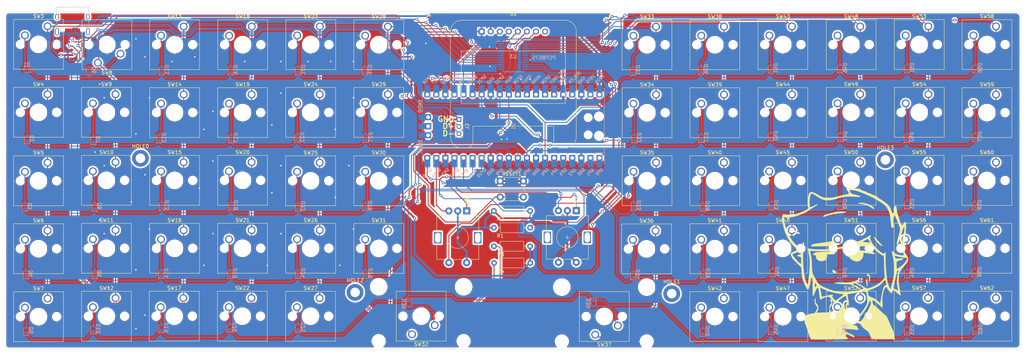
<source format=kicad_pcb>
(kicad_pcb (version 20171130) (host pcbnew "(5.1.12)-1")
  (layers (0 F.Cu signal) (31 B.Cu signal) (34 B.Paste user) (35 F.Paste user) (36 B.SilkS user) (37 F.SilkS user) (38 B.Mask user) (39 F.Mask user) (44 Edge.Cuts user))
  (net 0 "")
  (net 1 "Net-(U1-Pad43)")
  (net 2 "Net-(U1-Pad42)")
  (net 3 "Net-(U1-Pad41)")
  (net 4 "Net-(U1-Pad31)")
  (net 5 "Net-(U1-Pad32)")
  (net 6 "Net-(U1-Pad33)")
  (net 7 "Net-(U1-Pad34)")
  (net 8 "Net-(U1-Pad35)")
  (net 9 "Net-(U1-Pad37)")
  (net 10 "Net-(U1-Pad39)")
  (net 11 "Net-(U1-Pad6)")
  (net 12 "Net-(U1-Pad5)")
  (net 13 "Net-(U1-Pad4)")
  (net 14 "Net-(U1-Pad2)")
  (net 15 "Net-(U1-Pad1)")
  (net 16 OLED_CS)
  (net 17 OLED_DC)
  (net 18 GND)
  (net 19 OLED_SCL)
  (net 20 OLED_SDA)
  (net 21 OLED_RES)
  (net 22 3.3V)
  (net 23 POT_B_2)
  (net 24 POT_A_2)
  (net 25 POT_B_1)
  (net 26 POT_A_1)
  (net 27 POT_SW_1)
  (net 28 POT_SW_2)
  (net 29 "Net-(D1-Pad2)")
  (net 30 ROW0)
  (net 31 "Net-(D2-Pad2)")
  (net 32 ROW1)
  (net 33 "Net-(D3-Pad2)")
  (net 34 ROW2)
  (net 35 "Net-(D4-Pad2)")
  (net 36 ROW3)
  (net 37 "Net-(D5-Pad2)")
  (net 38 ROW4)
  (net 39 "Net-(D6-Pad2)")
  (net 40 "Net-(D7-Pad2)")
  (net 41 "Net-(D8-Pad2)")
  (net 42 "Net-(D9-Pad2)")
  (net 43 "Net-(D10-Pad2)")
  (net 44 "Net-(D11-Pad2)")
  (net 45 "Net-(D12-Pad2)")
  (net 46 "Net-(D13-Pad2)")
  (net 47 "Net-(D14-Pad2)")
  (net 48 "Net-(D15-Pad2)")
  (net 49 "Net-(D16-Pad2)")
  (net 50 "Net-(D17-Pad2)")
  (net 51 "Net-(D18-Pad2)")
  (net 52 "Net-(D19-Pad2)")
  (net 53 "Net-(D20-Pad2)")
  (net 54 "Net-(D21-Pad2)")
  (net 55 "Net-(D22-Pad2)")
  (net 56 "Net-(D23-Pad2)")
  (net 57 "Net-(D24-Pad2)")
  (net 58 "Net-(D25-Pad2)")
  (net 59 "Net-(D26-Pad2)")
  (net 60 "Net-(D27-Pad2)")
  (net 61 "Net-(D28-Pad2)")
  (net 62 "Net-(D29-Pad2)")
  (net 63 "Net-(D30-Pad2)")
  (net 64 "Net-(D31-Pad2)")
  (net 65 "Net-(D32-Pad2)")
  (net 66 "Net-(D33-Pad2)")
  (net 67 "Net-(D34-Pad2)")
  (net 68 "Net-(D35-Pad2)")
  (net 69 "Net-(D36-Pad2)")
  (net 70 "Net-(D37-Pad2)")
  (net 71 "Net-(D38-Pad2)")
  (net 72 "Net-(D39-Pad2)")
  (net 73 "Net-(D40-Pad2)")
  (net 74 "Net-(D41-Pad2)")
  (net 75 "Net-(D42-Pad2)")
  (net 76 "Net-(D43-Pad2)")
  (net 77 "Net-(D44-Pad2)")
  (net 78 "Net-(D45-Pad2)")
  (net 79 "Net-(D46-Pad2)")
  (net 80 "Net-(D47-Pad2)")
  (net 81 "Net-(D48-Pad2)")
  (net 82 "Net-(D49-Pad2)")
  (net 83 "Net-(D50-Pad2)")
  (net 84 "Net-(D51-Pad2)")
  (net 85 "Net-(D52-Pad2)")
  (net 86 "Net-(D53-Pad2)")
  (net 87 "Net-(D54-Pad2)")
  (net 88 "Net-(D55-Pad2)")
  (net 89 "Net-(D56-Pad2)")
  (net 90 "Net-(D57-Pad2)")
  (net 91 "Net-(D58-Pad2)")
  (net 92 "Net-(D59-Pad2)")
  (net 93 "Net-(D60-Pad2)")
  (net 94 "Net-(J1-PadA1)")
  (net 95 "Net-(J1-PadB8)")
  (net 96 "Net-(J1-PadA5)")
  (net 97 "Net-(J1-PadA6)")
  (net 98 "Net-(J1-PadA7)")
  (net 99 "Net-(J1-PadA8)")
  (net 100 "Net-(J1-PadB5)")
  (net 101 "Net-(J1-PadS1)")
  (net 102 EXT_SCL)
  (net 103 EXT_SDA)
  (net 104 COL0)
  (net 105 COL1)
  (net 106 COL2)
  (net 107 COL3)
  (net 108 COL4)
  (net 109 COL5)
  (net 110 COL6)
  (net 111 COL7)
  (net 112 COL8)
  (net 113 COL9)
  (net 114 COL10)
  (net 115 COL11)
  (net 116 "Net-(U3-Pad20)")
  (net 117 "Net-(U3-Pad19)")
  (net 118 "Net-(U3-Pad18)")
  (net 119 "Net-(U3-Pad17)")
  (net 120 "Net-(U3-Pad1)")
  (net 121 PY_VBUS)
  (net 122 PY_RESET)
  (module logo:jgfchj77eduardez (layer F.Cu) (at 235.4961 70.8533)
    (fp_text reference G*** hide)
    (fp_text value LOGO hide)
  )
  (module MountingHole:MountingHole_2.7mm_M2.5_DIN965_Pad (layer F.Cu) (at 187.0075 79.0702)
    (fp_text reference HOLE1 (at 0 -3.35) (layer F.SilkS))
    (fp_text value MountingHole_2.7mm_M2.5_DIN965_Pad)
    (pad 1 thru_hole circle (at 0 0) (size 4.7 4.7) (drill 2.7) (layers *.Cu *.Mask))
  )
  (module MountingHole:MountingHole_2.7mm_M2.5_DIN965_Pad (layer F.Cu) (at 98.2599 78.7019)
    (fp_text reference HOLE2 (at 0 -3.35) (layer F.SilkS))
    (fp_text value MountingHole_2.7mm_M2.5_DIN965_Pad)
    (pad 1 thru_hole circle (at 0 0) (size 4.7 4.7) (drill 2.7) (layers *.Cu *.Mask))
  )
  (module MountingHole:MountingHole_2.7mm_M2.5_DIN965_Pad (layer F.Cu) (at 246.9007 41.5544)
    (fp_text reference HOLE3 (at 0 -3.35) (layer F.SilkS))
    (fp_text value MountingHole_2.7mm_M2.5_DIN965_Pad)
    (pad 1 thru_hole circle (at 0 0) (size 4.7 4.7) (drill 2.7) (layers *.Cu *.Mask))
  )
  (module MountingHole:MountingHole_2.7mm_M2.5_DIN965_Pad (layer F.Cu) (at 38.1 41.1226)
    (fp_text reference HOLE0 (at 0 -3.35) (layer F.SilkS))
    (fp_text value MountingHole_2.7mm_M2.5_DIN965_Pad)
    (pad 1 thru_hole circle (at 0 0) (size 4.7 4.7) (drill 2.7) (layers *.Cu *.Mask))
  )
  (module Button_Switch_THT:SW_PUSH_6mm_H5mm (layer F.Cu) (at 138.938 47.498)
    (fp_text reference RESET1 (at 3.25 -2) (layer F.SilkS))
    (fp_text value SW_Push)
    (pad 1 thru_hole circle (at 6.5 0 90) (size 2 2) (drill 1.1) (layers *.Cu *.Mask) (net 18 GND))
    (pad 2 thru_hole circle (at 6.5 4.5 90) (size 2 2) (drill 1.1) (layers *.Cu *.Mask) (net 122 PY_RESET))
    (pad 1 thru_hole circle (at 0 0 90) (size 2 2) (drill 1.1) (layers *.Cu *.Mask) (net 18 GND))
    (pad 2 thru_hole circle (at 0 4.5 90) (size 2 2) (drill 1.1) (layers *.Cu *.Mask) (net 122 PY_RESET))
  )
  (module Connector_PinSocket_2.00mm:PinSocket_1x03_P2.00mm_Vertical (layer F.Cu) (at 127.381 30.226)
    (fp_text reference J2 (at 2.286 1.905 90) (layer F.SilkS))
    (fp_text value " ")
    (pad 3 thru_hole oval (at 0 4) (size 1.35 1.35) (drill 0.8) (layers *.Cu *.Mask) (net 98 "Net-(J1-PadA7)"))
    (pad 2 thru_hole oval (at 0 2) (size 1.35 1.35) (drill 0.8) (layers *.Cu *.Mask) (net 97 "Net-(J1-PadA6)"))
    (pad 1 thru_hole rect (at 0 0) (size 1.35 1.35) (drill 0.8) (layers *.Cu *.Mask) (net 94 "Net-(J1-PadA1)"))
  )
  (module Resistor_THT:R_Axial_DIN0207_L6.3mm_D2.5mm_P10.16mm_Horizontal (layer F.Cu) (at 137.212 70.463)
    (fp_text reference R4 (at 1.853 2.308) (layer F.SilkS))
    (fp_text value 5.1K)
    (pad 2 thru_hole oval (at 10.16 0) (size 1.6 1.6) (drill 0.8) (layers *.Cu *.Mask) (net 94 "Net-(J1-PadA1)"))
    (pad 1 thru_hole circle (at 0 0) (size 1.6 1.6) (drill 0.8) (layers *.Cu *.Mask) (net 100 "Net-(J1-PadB5)"))
  )
  (module Resistor_THT:R_Axial_DIN0207_L6.3mm_D2.5mm_P10.16mm_Horizontal (layer F.Cu) (at 137.16 65.786)
    (fp_text reference R3 (at 1.905 2.286) (layer F.SilkS))
    (fp_text value 5.1K)
    (pad 2 thru_hole oval (at 10.16 0) (size 1.6 1.6) (drill 0.8) (layers *.Cu *.Mask) (net 94 "Net-(J1-PadA1)"))
    (pad 1 thru_hole circle (at 0 0) (size 1.6 1.6) (drill 0.8) (layers *.Cu *.Mask) (net 96 "Net-(J1-PadA5)"))
  )
  (module Button_Switch_Keyboard:SW_Cherry_MX_2.25u_PCB (layer F.Cu) (at 165.56736 90.551 180)
    (fp_text reference SW37 (at -2.54 -2.794) (layer F.SilkS))
    (fp_text value SW_Push)
    (pad "" np_thru_hole circle (at 9.36 -1.92 180) (size 3.05 3.05) (drill 3.05) (layers *.Cu *.Mask))
    (pad "" np_thru_hole circle (at -14.44 -1.92 180) (size 3.05 3.05) (drill 3.05) (layers *.Cu *.Mask))
    (pad "" np_thru_hole circle (at -14.44 13.32 180) (size 4 4) (drill 4) (layers *.Cu *.Mask))
    (pad "" np_thru_hole circle (at 9.36 13.32 180) (size 4 4) (drill 4) (layers *.Cu *.Mask))
    (pad "" np_thru_hole circle (at 2.54 5.08 180) (size 1.7 1.7) (drill 1.7) (layers *.Cu *.Mask))
    (pad "" np_thru_hole circle (at -7.62 5.08 180) (size 1.7 1.7) (drill 1.7) (layers *.Cu *.Mask))
    (pad "" np_thru_hole circle (at -2.54 5.08 180) (size 4 4) (drill 4) (layers *.Cu *.Mask))
    (pad 2 thru_hole circle (at -6.35 2.54 180) (size 2.2 2.2) (drill 1.5) (layers *.Cu *.Mask) (net 68 "Net-(D35-Pad2)"))
    (pad 1 thru_hole circle (at 0 0 180) (size 2.2 2.2) (drill 1.5) (layers *.Cu *.Mask) (net 110 COL6))
  )
  (module Button_Switch_Keyboard:SW_Cherry_MX_2.25u_PCB (layer F.Cu) (at 114.23396 90.45448 180)
    (fp_text reference SW32 (at -2.54 -2.794) (layer F.SilkS))
    (fp_text value SW_Push)
    (pad "" np_thru_hole circle (at 9.36 -1.92 180) (size 3.05 3.05) (drill 3.05) (layers *.Cu *.Mask))
    (pad "" np_thru_hole circle (at -14.44 -1.92 180) (size 3.05 3.05) (drill 3.05) (layers *.Cu *.Mask))
    (pad "" np_thru_hole circle (at -14.44 13.32 180) (size 4 4) (drill 4) (layers *.Cu *.Mask))
    (pad "" np_thru_hole circle (at 9.36 13.32 180) (size 4 4) (drill 4) (layers *.Cu *.Mask))
    (pad "" np_thru_hole circle (at 2.54 5.08 180) (size 1.7 1.7) (drill 1.7) (layers *.Cu *.Mask))
    (pad "" np_thru_hole circle (at -7.62 5.08 180) (size 1.7 1.7) (drill 1.7) (layers *.Cu *.Mask))
    (pad "" np_thru_hole circle (at -2.54 5.08 180) (size 4 4) (drill 4) (layers *.Cu *.Mask))
    (pad 2 thru_hole circle (at -6.35 2.54 180) (size 2.2 2.2) (drill 1.5) (layers *.Cu *.Mask) (net 63 "Net-(D30-Pad2)"))
    (pad 1 thru_hole circle (at 0 0 180) (size 2.2 2.2) (drill 1.5) (layers *.Cu *.Mask) (net 109 COL5))
  )
  (module Display:Adafruit_SSD1306_No_Mounting_Holes (layer F.Cu) (at 133.731 5.588)
    (fp_text reference U2 (at 8.89 -5) (layer F.SilkS))
    (fp_text value DISPLAY)
    (pad 8 thru_hole circle (at 17.78 0) (size 1.7 1.7) (drill 1) (layers *.Cu *.Mask))
    (pad 7 thru_hole circle (at 15.24 0) (size 1.7 1.7) (drill 1) (layers *.Cu *.Mask) (net 16 OLED_CS))
    (pad 6 thru_hole circle (at 12.7 0) (size 1.7 1.7) (drill 1) (layers *.Cu *.Mask) (net 17 OLED_DC))
    (pad 5 thru_hole circle (at 10.16 0) (size 1.7 1.7) (drill 1) (layers *.Cu *.Mask) (net 21 OLED_RES))
    (pad 4 thru_hole circle (at 7.62 0) (size 1.7 1.7) (drill 1) (layers *.Cu *.Mask) (net 20 OLED_SDA))
    (pad 3 thru_hole circle (at 5.08 0) (size 1.7 1.7) (drill 1) (layers *.Cu *.Mask) (net 19 OLED_SCL))
    (pad 2 thru_hole circle (at 2.54 0) (size 1.7 1.7) (drill 1) (layers *.Cu *.Mask) (net 22 3.3V))
    (pad 1 thru_hole rect (at 0 0) (size 1.7 1.7) (drill 1) (layers *.Cu *.Mask) (net 18 GND))
  )
  (module pcf8575:PCF8575TS (layer B.Cu) (at 142.621 12.573)
    (fp_text reference U3 (at 0 0) (layer B.SilkS) (effects (justify mirror)))
    (fp_text value PCF8575 (at 8.5979 0.381) (layer B.SilkS) (effects (justify mirror)))
    (fp_text user * (at -3.683 5.1498) (layer B.SilkS) (effects (justify mirror)))
    (fp_text user * (at -3.683 5.1498) (layer B.SilkS) (effects (justify mirror)))
    (pad 1 smd rect (at -3.429 3.574999) (size 1.7526 0.4318) (layers B.Cu B.Paste B.Mask) (net 120 "Net-(U3-Pad1)"))
    (pad 2 smd rect (at -3.429 2.925) (size 1.7526 0.4318) (layers B.Cu B.Paste B.Mask) (net 18 GND))
    (pad 3 smd rect (at -3.429 2.275002) (size 1.7526 0.4318) (layers B.Cu B.Paste B.Mask) (net 18 GND))
    (pad 4 smd rect (at -3.429 1.625001) (size 1.7526 0.4318) (layers B.Cu B.Paste B.Mask) (net 104 COL0))
    (pad 5 smd rect (at -3.429 0.975002) (size 1.7526 0.4318) (layers B.Cu B.Paste B.Mask) (net 105 COL1))
    (pad 6 smd rect (at -3.429 0.325001) (size 1.7526 0.4318) (layers B.Cu B.Paste B.Mask) (net 106 COL2))
    (pad 7 smd rect (at -3.429 -0.324998) (size 1.7526 0.4318) (layers B.Cu B.Paste B.Mask) (net 107 COL3))
    (pad 8 smd rect (at -3.429 -0.974999) (size 1.7526 0.4318) (layers B.Cu B.Paste B.Mask) (net 108 COL4))
    (pad 9 smd rect (at -3.429 -1.624998) (size 1.7526 0.4318) (layers B.Cu B.Paste B.Mask) (net 109 COL5))
    (pad 10 smd rect (at -3.429 -2.274999) (size 1.7526 0.4318) (layers B.Cu B.Paste B.Mask) (net 110 COL6))
    (pad 11 smd rect (at -3.429 -2.924998) (size 1.7526 0.4318) (layers B.Cu B.Paste B.Mask) (net 111 COL7))
    (pad 12 smd rect (at -3.429 -3.574999) (size 1.7526 0.4318) (layers B.Cu B.Paste B.Mask) (net 18 GND))
    (pad 13 smd rect (at 3.429 -3.574999) (size 1.7526 0.4318) (layers B.Cu B.Paste B.Mask) (net 112 COL8))
    (pad 14 smd rect (at 3.429 -2.925) (size 1.7526 0.4318) (layers B.Cu B.Paste B.Mask) (net 113 COL9))
    (pad 15 smd rect (at 3.429 -2.274999) (size 1.7526 0.4318) (layers B.Cu B.Paste B.Mask) (net 114 COL10))
    (pad 16 smd rect (at 3.429 -1.625001) (size 1.7526 0.4318) (layers B.Cu B.Paste B.Mask) (net 115 COL11))
    (pad 17 smd rect (at 3.429 -0.974999) (size 1.7526 0.4318) (layers B.Cu B.Paste B.Mask) (net 119 "Net-(U3-Pad17)"))
    (pad 18 smd rect (at 3.429 -0.325001) (size 1.7526 0.4318) (layers B.Cu B.Paste B.Mask) (net 118 "Net-(U3-Pad18)"))
    (pad 19 smd rect (at 3.429 0.324998) (size 1.7526 0.4318) (layers B.Cu B.Paste B.Mask) (net 117 "Net-(U3-Pad19)"))
    (pad 20 smd rect (at 3.429 0.974999) (size 1.7526 0.4318) (layers B.Cu B.Paste B.Mask) (net 116 "Net-(U3-Pad20)"))
    (pad 21 smd rect (at 3.429 1.624998) (size 1.7526 0.4318) (layers B.Cu B.Paste B.Mask) (net 18 GND))
    (pad 22 smd rect (at 3.429 2.274999) (size 1.7526 0.4318) (layers B.Cu B.Paste B.Mask) (net 102 EXT_SCL))
    (pad 23 smd rect (at 3.429 2.924998) (size 1.7526 0.4318) (layers B.Cu B.Paste B.Mask) (net 103 EXT_SDA))
    (pad 24 smd rect (at 3.429 3.574999) (size 1.7526 0.4318) (layers B.Cu B.Paste B.Mask) (net 22 3.3V))
  )
  (module Button_Switch_Keyboard:SW_Cherry_MX_1.00u_PCB (layer F.Cu) (at 277.89632 80.29448)
    (fp_text reference SW62 (at -2.54 -2.794) (layer F.SilkS))
    (fp_text value SW_Push)
    (pad "" np_thru_hole circle (at 2.54 5.08) (size 1.7 1.7) (drill 1.7) (layers *.Cu *.Mask))
    (pad "" np_thru_hole circle (at -7.62 5.08) (size 1.7 1.7) (drill 1.7) (layers *.Cu *.Mask))
    (pad "" np_thru_hole circle (at -2.54 5.08) (size 4 4) (drill 4) (layers *.Cu *.Mask))
    (pad 2 thru_hole circle (at -6.35 2.54) (size 2.2 2.2) (drill 1.5) (layers *.Cu *.Mask) (net 93 "Net-(D60-Pad2)"))
    (pad 1 thru_hole circle (at 0 0) (size 2.2 2.2) (drill 1.5) (layers *.Cu *.Mask) (net 115 COL11))
  )
  (module Button_Switch_Keyboard:SW_Cherry_MX_1.00u_PCB (layer F.Cu) (at 277.89632 61.28004)
    (fp_text reference SW61 (at -2.54 -2.794) (layer F.SilkS))
    (fp_text value SW_Push)
    (pad "" np_thru_hole circle (at 2.54 5.08) (size 1.7 1.7) (drill 1.7) (layers *.Cu *.Mask))
    (pad "" np_thru_hole circle (at -7.62 5.08) (size 1.7 1.7) (drill 1.7) (layers *.Cu *.Mask))
    (pad "" np_thru_hole circle (at -2.54 5.08) (size 4 4) (drill 4) (layers *.Cu *.Mask))
    (pad 2 thru_hole circle (at -6.35 2.54) (size 2.2 2.2) (drill 1.5) (layers *.Cu *.Mask) (net 92 "Net-(D59-Pad2)"))
    (pad 1 thru_hole circle (at 0 0) (size 2.2 2.2) (drill 1.5) (layers *.Cu *.Mask) (net 115 COL11))
  )
  (module Button_Switch_Keyboard:SW_Cherry_MX_1.00u_PCB (layer F.Cu) (at 277.89632 42.2656)
    (fp_text reference SW60 (at -2.54 -2.794) (layer F.SilkS))
    (fp_text value SW_Push)
    (pad "" np_thru_hole circle (at 2.54 5.08) (size 1.7 1.7) (drill 1.7) (layers *.Cu *.Mask))
    (pad "" np_thru_hole circle (at -7.62 5.08) (size 1.7 1.7) (drill 1.7) (layers *.Cu *.Mask))
    (pad "" np_thru_hole circle (at -2.54 5.08) (size 4 4) (drill 4) (layers *.Cu *.Mask))
    (pad 2 thru_hole circle (at -6.35 2.54) (size 2.2 2.2) (drill 1.5) (layers *.Cu *.Mask) (net 91 "Net-(D58-Pad2)"))
    (pad 1 thru_hole circle (at 0 0) (size 2.2 2.2) (drill 1.5) (layers *.Cu *.Mask) (net 115 COL11))
  )
  (module Button_Switch_Keyboard:SW_Cherry_MX_1.00u_PCB (layer F.Cu) (at 277.91156 23.23592)
    (fp_text reference SW59 (at -2.54 -2.794) (layer F.SilkS))
    (fp_text value SW_Push)
    (pad "" np_thru_hole circle (at 2.54 5.08) (size 1.7 1.7) (drill 1.7) (layers *.Cu *.Mask))
    (pad "" np_thru_hole circle (at -7.62 5.08) (size 1.7 1.7) (drill 1.7) (layers *.Cu *.Mask))
    (pad "" np_thru_hole circle (at -2.54 5.08) (size 4 4) (drill 4) (layers *.Cu *.Mask))
    (pad 2 thru_hole circle (at -6.35 2.54) (size 2.2 2.2) (drill 1.5) (layers *.Cu *.Mask) (net 90 "Net-(D57-Pad2)"))
    (pad 1 thru_hole circle (at 0 0) (size 2.2 2.2) (drill 1.5) (layers *.Cu *.Mask) (net 115 COL11))
  )
  (module Button_Switch_Keyboard:SW_Cherry_MX_1.00u_PCB (layer F.Cu) (at 277.91664 4.16052)
    (fp_text reference SW58 (at -2.54 -2.794) (layer F.SilkS))
    (fp_text value SW_Push)
    (pad "" np_thru_hole circle (at 2.54 5.08) (size 1.7 1.7) (drill 1.7) (layers *.Cu *.Mask))
    (pad "" np_thru_hole circle (at -7.62 5.08) (size 1.7 1.7) (drill 1.7) (layers *.Cu *.Mask))
    (pad "" np_thru_hole circle (at -2.54 5.08) (size 4 4) (drill 4) (layers *.Cu *.Mask))
    (pad 2 thru_hole circle (at -6.35 2.54) (size 2.2 2.2) (drill 1.5) (layers *.Cu *.Mask) (net 89 "Net-(D56-Pad2)"))
    (pad 1 thru_hole circle (at 0 0) (size 2.2 2.2) (drill 1.5) (layers *.Cu *.Mask) (net 115 COL11))
  )
  (module Button_Switch_Keyboard:SW_Cherry_MX_1.00u_PCB (layer F.Cu) (at 258.87172 80.27416)
    (fp_text reference SW57 (at -2.54 -2.794) (layer F.SilkS))
    (fp_text value SW_Push)
    (pad "" np_thru_hole circle (at 2.54 5.08) (size 1.7 1.7) (drill 1.7) (layers *.Cu *.Mask))
    (pad "" np_thru_hole circle (at -7.62 5.08) (size 1.7 1.7) (drill 1.7) (layers *.Cu *.Mask))
    (pad "" np_thru_hole circle (at -2.54 5.08) (size 4 4) (drill 4) (layers *.Cu *.Mask))
    (pad 2 thru_hole circle (at -6.35 2.54) (size 2.2 2.2) (drill 1.5) (layers *.Cu *.Mask) (net 88 "Net-(D55-Pad2)"))
    (pad 1 thru_hole circle (at 0 0) (size 2.2 2.2) (drill 1.5) (layers *.Cu *.Mask) (net 114 COL10))
  )
  (module Button_Switch_Keyboard:SW_Cherry_MX_1.00u_PCB (layer F.Cu) (at 258.87172 61.25972)
    (fp_text reference SW56 (at -2.54 -2.794) (layer F.SilkS))
    (fp_text value SW_Push)
    (pad "" np_thru_hole circle (at 2.54 5.08) (size 1.7 1.7) (drill 1.7) (layers *.Cu *.Mask))
    (pad "" np_thru_hole circle (at -7.62 5.08) (size 1.7 1.7) (drill 1.7) (layers *.Cu *.Mask))
    (pad "" np_thru_hole circle (at -2.54 5.08) (size 4 4) (drill 4) (layers *.Cu *.Mask))
    (pad 2 thru_hole circle (at -6.35 2.54) (size 2.2 2.2) (drill 1.5) (layers *.Cu *.Mask) (net 87 "Net-(D54-Pad2)"))
    (pad 1 thru_hole circle (at 0 0) (size 2.2 2.2) (drill 1.5) (layers *.Cu *.Mask) (net 114 COL10))
  )
  (module Button_Switch_Keyboard:SW_Cherry_MX_1.00u_PCB (layer F.Cu) (at 258.9022 42.24528)
    (fp_text reference SW55 (at -2.54 -2.794) (layer F.SilkS))
    (fp_text value SW_Push)
    (pad "" np_thru_hole circle (at 2.54 5.08) (size 1.7 1.7) (drill 1.7) (layers *.Cu *.Mask))
    (pad "" np_thru_hole circle (at -7.62 5.08) (size 1.7 1.7) (drill 1.7) (layers *.Cu *.Mask))
    (pad "" np_thru_hole circle (at -2.54 5.08) (size 4 4) (drill 4) (layers *.Cu *.Mask))
    (pad 2 thru_hole circle (at -6.35 2.54) (size 2.2 2.2) (drill 1.5) (layers *.Cu *.Mask) (net 86 "Net-(D53-Pad2)"))
    (pad 1 thru_hole circle (at 0 0) (size 2.2 2.2) (drill 1.5) (layers *.Cu *.Mask) (net 114 COL10))
  )
  (module Button_Switch_Keyboard:SW_Cherry_MX_1.00u_PCB (layer F.Cu) (at 258.94792 23.18004)
    (fp_text reference SW54 (at -2.54 -2.794) (layer F.SilkS))
    (fp_text value SW_Push)
    (pad "" np_thru_hole circle (at 2.54 5.08) (size 1.7 1.7) (drill 1.7) (layers *.Cu *.Mask))
    (pad "" np_thru_hole circle (at -7.62 5.08) (size 1.7 1.7) (drill 1.7) (layers *.Cu *.Mask))
    (pad "" np_thru_hole circle (at -2.54 5.08) (size 4 4) (drill 4) (layers *.Cu *.Mask))
    (pad 2 thru_hole circle (at -6.35 2.54) (size 2.2 2.2) (drill 1.5) (layers *.Cu *.Mask) (net 85 "Net-(D52-Pad2)"))
    (pad 1 thru_hole circle (at 0 0) (size 2.2 2.2) (drill 1.5) (layers *.Cu *.Mask) (net 114 COL10))
  )
  (module Button_Switch_Keyboard:SW_Cherry_MX_1.00u_PCB (layer F.Cu) (at 258.93268 4.15544)
    (fp_text reference SW53 (at -2.54 -2.794) (layer F.SilkS))
    (fp_text value SW_Push)
    (pad "" np_thru_hole circle (at 2.54 5.08) (size 1.7 1.7) (drill 1.7) (layers *.Cu *.Mask))
    (pad "" np_thru_hole circle (at -7.62 5.08) (size 1.7 1.7) (drill 1.7) (layers *.Cu *.Mask))
    (pad "" np_thru_hole circle (at -2.54 5.08) (size 4 4) (drill 4) (layers *.Cu *.Mask))
    (pad 2 thru_hole circle (at -6.35 2.54) (size 2.2 2.2) (drill 1.5) (layers *.Cu *.Mask) (net 84 "Net-(D51-Pad2)"))
    (pad 1 thru_hole circle (at 0 0) (size 2.2 2.2) (drill 1.5) (layers *.Cu *.Mask) (net 114 COL10))
  )
  (module Button_Switch_Keyboard:SW_Cherry_MX_1.00u_PCB (layer F.Cu) (at 239.83188 80.29448)
    (fp_text reference SW52 (at -2.54 -2.794) (layer F.SilkS))
    (fp_text value SW_Push)
    (pad "" np_thru_hole circle (at 2.54 5.08) (size 1.7 1.7) (drill 1.7) (layers *.Cu *.Mask))
    (pad "" np_thru_hole circle (at -7.62 5.08) (size 1.7 1.7) (drill 1.7) (layers *.Cu *.Mask))
    (pad "" np_thru_hole circle (at -2.54 5.08) (size 4 4) (drill 4) (layers *.Cu *.Mask))
    (pad 2 thru_hole circle (at -6.35 2.54) (size 2.2 2.2) (drill 1.5) (layers *.Cu *.Mask) (net 83 "Net-(D50-Pad2)"))
    (pad 1 thru_hole circle (at 0 0) (size 2.2 2.2) (drill 1.5) (layers *.Cu *.Mask) (net 113 COL9))
  )
  (module Button_Switch_Keyboard:SW_Cherry_MX_1.00u_PCB (layer F.Cu) (at 239.8522 61.27496)
    (fp_text reference SW51 (at -2.54 -2.794) (layer F.SilkS))
    (fp_text value SW_Push)
    (pad "" np_thru_hole circle (at 2.54 5.08) (size 1.7 1.7) (drill 1.7) (layers *.Cu *.Mask))
    (pad "" np_thru_hole circle (at -7.62 5.08) (size 1.7 1.7) (drill 1.7) (layers *.Cu *.Mask))
    (pad "" np_thru_hole circle (at -2.54 5.08) (size 4 4) (drill 4) (layers *.Cu *.Mask))
    (pad 2 thru_hole circle (at -6.35 2.54) (size 2.2 2.2) (drill 1.5) (layers *.Cu *.Mask) (net 82 "Net-(D49-Pad2)"))
    (pad 1 thru_hole circle (at 0 0) (size 2.2 2.2) (drill 1.5) (layers *.Cu *.Mask) (net 113 COL9))
  )
  (module Button_Switch_Keyboard:SW_Cherry_MX_1.00u_PCB (layer F.Cu) (at 239.83188 42.23004)
    (fp_text reference SW50 (at -2.54 -2.794) (layer F.SilkS))
    (fp_text value SW_Push)
    (pad "" np_thru_hole circle (at 2.54 5.08) (size 1.7 1.7) (drill 1.7) (layers *.Cu *.Mask))
    (pad "" np_thru_hole circle (at -7.62 5.08) (size 1.7 1.7) (drill 1.7) (layers *.Cu *.Mask))
    (pad "" np_thru_hole circle (at -2.54 5.08) (size 4 4) (drill 4) (layers *.Cu *.Mask))
    (pad 2 thru_hole circle (at -6.35 2.54) (size 2.2 2.2) (drill 1.5) (layers *.Cu *.Mask) (net 81 "Net-(D48-Pad2)"))
    (pad 1 thru_hole circle (at 0 0) (size 2.2 2.2) (drill 1.5) (layers *.Cu *.Mask) (net 113 COL9))
  )
  (module Button_Switch_Keyboard:SW_Cherry_MX_1.00u_PCB (layer F.Cu) (at 239.83188 23.1648)
    (fp_text reference SW49 (at -2.54 -2.794) (layer F.SilkS))
    (fp_text value SW_Push)
    (pad "" np_thru_hole circle (at 2.54 5.08) (size 1.7 1.7) (drill 1.7) (layers *.Cu *.Mask))
    (pad "" np_thru_hole circle (at -7.62 5.08) (size 1.7 1.7) (drill 1.7) (layers *.Cu *.Mask))
    (pad "" np_thru_hole circle (at -2.54 5.08) (size 4 4) (drill 4) (layers *.Cu *.Mask))
    (pad 2 thru_hole circle (at -6.35 2.54) (size 2.2 2.2) (drill 1.5) (layers *.Cu *.Mask) (net 80 "Net-(D47-Pad2)"))
    (pad 1 thru_hole circle (at 0 0) (size 2.2 2.2) (drill 1.5) (layers *.Cu *.Mask) (net 113 COL9))
  )
  (module Button_Switch_Keyboard:SW_Cherry_MX_1.00u_PCB (layer F.Cu) (at 239.84204 4.18084)
    (fp_text reference SW48 (at -2.54 -2.794) (layer F.SilkS))
    (fp_text value SW_Push)
    (pad "" np_thru_hole circle (at 2.54 5.08) (size 1.7 1.7) (drill 1.7) (layers *.Cu *.Mask))
    (pad "" np_thru_hole circle (at -7.62 5.08) (size 1.7 1.7) (drill 1.7) (layers *.Cu *.Mask))
    (pad "" np_thru_hole circle (at -2.54 5.08) (size 4 4) (drill 4) (layers *.Cu *.Mask))
    (pad 2 thru_hole circle (at -6.35 2.54) (size 2.2 2.2) (drill 1.5) (layers *.Cu *.Mask) (net 79 "Net-(D46-Pad2)"))
    (pad 1 thru_hole circle (at 0 0) (size 2.2 2.2) (drill 1.5) (layers *.Cu *.Mask) (net 113 COL9))
  )
  (module Button_Switch_Keyboard:SW_Cherry_MX_1.00u_PCB (layer F.Cu) (at 220.69552 80.40624)
    (fp_text reference SW47 (at -2.54 -2.794) (layer F.SilkS))
    (fp_text value SW_Push)
    (pad "" np_thru_hole circle (at 2.54 5.08) (size 1.7 1.7) (drill 1.7) (layers *.Cu *.Mask))
    (pad "" np_thru_hole circle (at -7.62 5.08) (size 1.7 1.7) (drill 1.7) (layers *.Cu *.Mask))
    (pad "" np_thru_hole circle (at -2.54 5.08) (size 4 4) (drill 4) (layers *.Cu *.Mask))
    (pad 2 thru_hole circle (at -6.35 2.54) (size 2.2 2.2) (drill 1.5) (layers *.Cu *.Mask) (net 78 "Net-(D45-Pad2)"))
    (pad 1 thru_hole circle (at 0 0) (size 2.2 2.2) (drill 1.5) (layers *.Cu *.Mask) (net 112 COL8))
  )
  (module Button_Switch_Keyboard:SW_Cherry_MX_1.00u_PCB (layer F.Cu) (at 220.66504 61.31052)
    (fp_text reference SW46 (at -2.54 -2.794) (layer F.SilkS))
    (fp_text value SW_Push)
    (pad "" np_thru_hole circle (at 2.54 5.08) (size 1.7 1.7) (drill 1.7) (layers *.Cu *.Mask))
    (pad "" np_thru_hole circle (at -7.62 5.08) (size 1.7 1.7) (drill 1.7) (layers *.Cu *.Mask))
    (pad "" np_thru_hole circle (at -2.54 5.08) (size 4 4) (drill 4) (layers *.Cu *.Mask))
    (pad 2 thru_hole circle (at -6.35 2.54) (size 2.2 2.2) (drill 1.5) (layers *.Cu *.Mask) (net 77 "Net-(D44-Pad2)"))
    (pad 1 thru_hole circle (at 0 0) (size 2.2 2.2) (drill 1.5) (layers *.Cu *.Mask) (net 112 COL8))
  )
  (module Button_Switch_Keyboard:SW_Cherry_MX_1.00u_PCB (layer F.Cu) (at 220.68028 42.2656)
    (fp_text reference SW45 (at -2.54 -2.794) (layer F.SilkS))
    (fp_text value SW_Push)
    (pad "" np_thru_hole circle (at 2.54 5.08) (size 1.7 1.7) (drill 1.7) (layers *.Cu *.Mask))
    (pad "" np_thru_hole circle (at -7.62 5.08) (size 1.7 1.7) (drill 1.7) (layers *.Cu *.Mask))
    (pad "" np_thru_hole circle (at -2.54 5.08) (size 4 4) (drill 4) (layers *.Cu *.Mask))
    (pad 2 thru_hole circle (at -6.35 2.54) (size 2.2 2.2) (drill 1.5) (layers *.Cu *.Mask) (net 76 "Net-(D43-Pad2)"))
    (pad 1 thru_hole circle (at 0 0) (size 2.2 2.2) (drill 1.5) (layers *.Cu *.Mask) (net 112 COL8))
  )
  (module Button_Switch_Keyboard:SW_Cherry_MX_1.00u_PCB (layer F.Cu) (at 220.71076 23.2156)
    (fp_text reference SW44 (at -2.54 -2.794) (layer F.SilkS))
    (fp_text value SW_Push)
    (pad "" np_thru_hole circle (at 2.54 5.08) (size 1.7 1.7) (drill 1.7) (layers *.Cu *.Mask))
    (pad "" np_thru_hole circle (at -7.62 5.08) (size 1.7 1.7) (drill 1.7) (layers *.Cu *.Mask))
    (pad "" np_thru_hole circle (at -2.54 5.08) (size 4 4) (drill 4) (layers *.Cu *.Mask))
    (pad 2 thru_hole circle (at -6.35 2.54) (size 2.2 2.2) (drill 1.5) (layers *.Cu *.Mask) (net 75 "Net-(D42-Pad2)"))
    (pad 1 thru_hole circle (at 0 0) (size 2.2 2.2) (drill 1.5) (layers *.Cu *.Mask) (net 112 COL8))
  )
  (module Button_Switch_Keyboard:SW_Cherry_MX_1.00u_PCB (layer F.Cu) (at 220.71584 4.17068)
    (fp_text reference SW43 (at -2.54 -2.794) (layer F.SilkS))
    (fp_text value SW_Push)
    (pad "" np_thru_hole circle (at 2.54 5.08) (size 1.7 1.7) (drill 1.7) (layers *.Cu *.Mask))
    (pad "" np_thru_hole circle (at -7.62 5.08) (size 1.7 1.7) (drill 1.7) (layers *.Cu *.Mask))
    (pad "" np_thru_hole circle (at -2.54 5.08) (size 4 4) (drill 4) (layers *.Cu *.Mask))
    (pad 2 thru_hole circle (at -6.35 2.54) (size 2.2 2.2) (drill 1.5) (layers *.Cu *.Mask) (net 74 "Net-(D41-Pad2)"))
    (pad 1 thru_hole circle (at 0 0) (size 2.2 2.2) (drill 1.5) (layers *.Cu *.Mask) (net 112 COL8))
  )
  (module Button_Switch_Keyboard:SW_Cherry_MX_1.00u_PCB (layer F.Cu) (at 201.62012 80.39608)
    (fp_text reference SW42 (at -2.54 -2.794) (layer F.SilkS))
    (fp_text value SW_Push)
    (pad "" np_thru_hole circle (at 2.54 5.08) (size 1.7 1.7) (drill 1.7) (layers *.Cu *.Mask))
    (pad "" np_thru_hole circle (at -7.62 5.08) (size 1.7 1.7) (drill 1.7) (layers *.Cu *.Mask))
    (pad "" np_thru_hole circle (at -2.54 5.08) (size 4 4) (drill 4) (layers *.Cu *.Mask))
    (pad 2 thru_hole circle (at -6.35 2.54) (size 2.2 2.2) (drill 1.5) (layers *.Cu *.Mask) (net 73 "Net-(D40-Pad2)"))
    (pad 1 thru_hole circle (at 0 0) (size 2.2 2.2) (drill 1.5) (layers *.Cu *.Mask) (net 111 COL7))
  )
  (module Button_Switch_Keyboard:SW_Cherry_MX_1.00u_PCB (layer F.Cu) (at 201.63028 61.3664)
    (fp_text reference SW41 (at -2.54 -2.794) (layer F.SilkS))
    (fp_text value SW_Push)
    (pad "" np_thru_hole circle (at 2.54 5.08) (size 1.7 1.7) (drill 1.7) (layers *.Cu *.Mask))
    (pad "" np_thru_hole circle (at -7.62 5.08) (size 1.7 1.7) (drill 1.7) (layers *.Cu *.Mask))
    (pad "" np_thru_hole circle (at -2.54 5.08) (size 4 4) (drill 4) (layers *.Cu *.Mask))
    (pad 2 thru_hole circle (at -6.35 2.54) (size 2.2 2.2) (drill 1.5) (layers *.Cu *.Mask) (net 72 "Net-(D39-Pad2)"))
    (pad 1 thru_hole circle (at 0 0) (size 2.2 2.2) (drill 1.5) (layers *.Cu *.Mask) (net 111 COL7))
  )
  (module Button_Switch_Keyboard:SW_Cherry_MX_1.00u_PCB (layer F.Cu) (at 201.62012 42.31132)
    (fp_text reference SW40 (at -2.54 -2.794) (layer F.SilkS))
    (fp_text value SW_Push)
    (pad "" np_thru_hole circle (at 2.54 5.08) (size 1.7 1.7) (drill 1.7) (layers *.Cu *.Mask))
    (pad "" np_thru_hole circle (at -7.62 5.08) (size 1.7 1.7) (drill 1.7) (layers *.Cu *.Mask))
    (pad "" np_thru_hole circle (at -2.54 5.08) (size 4 4) (drill 4) (layers *.Cu *.Mask))
    (pad 2 thru_hole circle (at -6.35 2.54) (size 2.2 2.2) (drill 1.5) (layers *.Cu *.Mask) (net 71 "Net-(D38-Pad2)"))
    (pad 1 thru_hole circle (at 0 0) (size 2.2 2.2) (drill 1.5) (layers *.Cu *.Mask) (net 111 COL7))
  )
  (module Button_Switch_Keyboard:SW_Cherry_MX_1.00u_PCB (layer F.Cu) (at 201.64552 23.2664)
    (fp_text reference SW39 (at -2.54 -2.794) (layer F.SilkS))
    (fp_text value SW_Push)
    (pad "" np_thru_hole circle (at 2.54 5.08) (size 1.7 1.7) (drill 1.7) (layers *.Cu *.Mask))
    (pad "" np_thru_hole circle (at -7.62 5.08) (size 1.7 1.7) (drill 1.7) (layers *.Cu *.Mask))
    (pad "" np_thru_hole circle (at -2.54 5.08) (size 4 4) (drill 4) (layers *.Cu *.Mask))
    (pad 2 thru_hole circle (at -6.35 2.54) (size 2.2 2.2) (drill 1.5) (layers *.Cu *.Mask) (net 70 "Net-(D37-Pad2)"))
    (pad 1 thru_hole circle (at 0 0) (size 2.2 2.2) (drill 1.5) (layers *.Cu *.Mask) (net 111 COL7))
  )
  (module Button_Switch_Keyboard:SW_Cherry_MX_1.00u_PCB (layer F.Cu) (at 201.64552 4.21132)
    (fp_text reference SW38 (at -2.54 -2.794) (layer F.SilkS))
    (fp_text value SW_Push)
    (pad "" np_thru_hole circle (at 2.54 5.08) (size 1.7 1.7) (drill 1.7) (layers *.Cu *.Mask))
    (pad "" np_thru_hole circle (at -7.62 5.08) (size 1.7 1.7) (drill 1.7) (layers *.Cu *.Mask))
    (pad "" np_thru_hole circle (at -2.54 5.08) (size 4 4) (drill 4) (layers *.Cu *.Mask))
    (pad 2 thru_hole circle (at -6.35 2.54) (size 2.2 2.2) (drill 1.5) (layers *.Cu *.Mask) (net 69 "Net-(D36-Pad2)"))
    (pad 1 thru_hole circle (at 0 0) (size 2.2 2.2) (drill 1.5) (layers *.Cu *.Mask) (net 111 COL7))
  )
  (module Button_Switch_Keyboard:SW_Cherry_MX_1.00u_PCB (layer F.Cu) (at 182.48884 61.43752)
    (fp_text reference SW36 (at -2.54 -2.794) (layer F.SilkS))
    (fp_text value SW_Push)
    (pad "" np_thru_hole circle (at 2.54 5.08) (size 1.7 1.7) (drill 1.7) (layers *.Cu *.Mask))
    (pad "" np_thru_hole circle (at -7.62 5.08) (size 1.7 1.7) (drill 1.7) (layers *.Cu *.Mask))
    (pad "" np_thru_hole circle (at -2.54 5.08) (size 4 4) (drill 4) (layers *.Cu *.Mask))
    (pad 2 thru_hole circle (at -6.35 2.54) (size 2.2 2.2) (drill 1.5) (layers *.Cu *.Mask) (net 67 "Net-(D34-Pad2)"))
    (pad 1 thru_hole circle (at 0 0) (size 2.2 2.2) (drill 1.5) (layers *.Cu *.Mask) (net 110 COL6))
  )
  (module Button_Switch_Keyboard:SW_Cherry_MX_1.00u_PCB (layer F.Cu) (at 182.63616 42.32148)
    (fp_text reference SW35 (at -2.54 -2.794) (layer F.SilkS))
    (fp_text value SW_Push)
    (pad "" np_thru_hole circle (at 2.54 5.08) (size 1.7 1.7) (drill 1.7) (layers *.Cu *.Mask))
    (pad "" np_thru_hole circle (at -7.62 5.08) (size 1.7 1.7) (drill 1.7) (layers *.Cu *.Mask))
    (pad "" np_thru_hole circle (at -2.54 5.08) (size 4 4) (drill 4) (layers *.Cu *.Mask))
    (pad 2 thru_hole circle (at -6.35 2.54) (size 2.2 2.2) (drill 1.5) (layers *.Cu *.Mask) (net 66 "Net-(D33-Pad2)"))
    (pad 1 thru_hole circle (at 0 0) (size 2.2 2.2) (drill 1.5) (layers *.Cu *.Mask) (net 110 COL6))
  )
  (module Button_Switch_Keyboard:SW_Cherry_MX_1.00u_PCB (layer F.Cu) (at 182.63616 23.27148)
    (fp_text reference SW34 (at -2.54 -2.794) (layer F.SilkS))
    (fp_text value SW_Push)
    (pad "" np_thru_hole circle (at 2.54 5.08) (size 1.7 1.7) (drill 1.7) (layers *.Cu *.Mask))
    (pad "" np_thru_hole circle (at -7.62 5.08) (size 1.7 1.7) (drill 1.7) (layers *.Cu *.Mask))
    (pad "" np_thru_hole circle (at -2.54 5.08) (size 4 4) (drill 4) (layers *.Cu *.Mask))
    (pad 2 thru_hole circle (at -6.35 2.54) (size 2.2 2.2) (drill 1.5) (layers *.Cu *.Mask) (net 65 "Net-(D32-Pad2)"))
    (pad 1 thru_hole circle (at 0 0) (size 2.2 2.2) (drill 1.5) (layers *.Cu *.Mask) (net 110 COL6))
  )
  (module Button_Switch_Keyboard:SW_Cherry_MX_1.00u_PCB (layer F.Cu) (at 182.61584 4.22656)
    (fp_text reference SW33 (at -2.54 -2.794) (layer F.SilkS))
    (fp_text value SW_Push)
    (pad "" np_thru_hole circle (at 2.54 5.08) (size 1.7 1.7) (drill 1.7) (layers *.Cu *.Mask))
    (pad "" np_thru_hole circle (at -7.62 5.08) (size 1.7 1.7) (drill 1.7) (layers *.Cu *.Mask))
    (pad "" np_thru_hole circle (at -2.54 5.08) (size 4 4) (drill 4) (layers *.Cu *.Mask))
    (pad 2 thru_hole circle (at -6.35 2.54) (size 2.2 2.2) (drill 1.5) (layers *.Cu *.Mask) (net 64 "Net-(D31-Pad2)"))
    (pad 1 thru_hole circle (at 0 0) (size 2.2 2.2) (drill 1.5) (layers *.Cu *.Mask) (net 110 COL6))
  )
  (module Button_Switch_Keyboard:SW_Cherry_MX_1.00u_PCB (layer F.Cu) (at 107.45216 61.31052)
    (fp_text reference SW31 (at -2.54 -2.794) (layer F.SilkS))
    (fp_text value SW_Push)
    (pad "" np_thru_hole circle (at 2.54 5.08) (size 1.7 1.7) (drill 1.7) (layers *.Cu *.Mask))
    (pad "" np_thru_hole circle (at -7.62 5.08) (size 1.7 1.7) (drill 1.7) (layers *.Cu *.Mask))
    (pad "" np_thru_hole circle (at -2.54 5.08) (size 4 4) (drill 4) (layers *.Cu *.Mask))
    (pad 2 thru_hole circle (at -6.35 2.54) (size 2.2 2.2) (drill 1.5) (layers *.Cu *.Mask) (net 62 "Net-(D29-Pad2)"))
    (pad 1 thru_hole circle (at 0 0) (size 2.2 2.2) (drill 1.5) (layers *.Cu *.Mask) (net 109 COL5))
  )
  (module Button_Switch_Keyboard:SW_Cherry_MX_1.00u_PCB (layer F.Cu) (at 107.442 42.34688)
    (fp_text reference SW30 (at -2.54 -2.794) (layer F.SilkS))
    (fp_text value SW_Push)
    (pad "" np_thru_hole circle (at 2.54 5.08) (size 1.7 1.7) (drill 1.7) (layers *.Cu *.Mask))
    (pad "" np_thru_hole circle (at -7.62 5.08) (size 1.7 1.7) (drill 1.7) (layers *.Cu *.Mask))
    (pad "" np_thru_hole circle (at -2.54 5.08) (size 4 4) (drill 4) (layers *.Cu *.Mask))
    (pad 2 thru_hole circle (at -6.35 2.54) (size 2.2 2.2) (drill 1.5) (layers *.Cu *.Mask) (net 61 "Net-(D28-Pad2)"))
    (pad 1 thru_hole circle (at 0 0) (size 2.2 2.2) (drill 1.5) (layers *.Cu *.Mask) (net 109 COL5))
  )
  (module Button_Switch_Keyboard:SW_Cherry_MX_1.00u_PCB (layer F.Cu) (at 107.442 23.19528)
    (fp_text reference SW29 (at -2.54 -2.794) (layer F.SilkS))
    (fp_text value SW_Push)
    (pad "" np_thru_hole circle (at 2.54 5.08) (size 1.7 1.7) (drill 1.7) (layers *.Cu *.Mask))
    (pad "" np_thru_hole circle (at -7.62 5.08) (size 1.7 1.7) (drill 1.7) (layers *.Cu *.Mask))
    (pad "" np_thru_hole circle (at -2.54 5.08) (size 4 4) (drill 4) (layers *.Cu *.Mask))
    (pad 2 thru_hole circle (at -6.35 2.54) (size 2.2 2.2) (drill 1.5) (layers *.Cu *.Mask) (net 60 "Net-(D27-Pad2)"))
    (pad 1 thru_hole circle (at 0 0) (size 2.2 2.2) (drill 1.5) (layers *.Cu *.Mask) (net 109 COL5))
  )
  (module Button_Switch_Keyboard:SW_Cherry_MX_1.00u_PCB (layer F.Cu) (at 107.442 4.21132)
    (fp_text reference SW28 (at -2.54 -2.794) (layer F.SilkS))
    (fp_text value SW_Push)
    (pad "" np_thru_hole circle (at 2.54 5.08) (size 1.7 1.7) (drill 1.7) (layers *.Cu *.Mask))
    (pad "" np_thru_hole circle (at -7.62 5.08) (size 1.7 1.7) (drill 1.7) (layers *.Cu *.Mask))
    (pad "" np_thru_hole circle (at -2.54 5.08) (size 4 4) (drill 4) (layers *.Cu *.Mask))
    (pad 2 thru_hole circle (at -6.35 2.54) (size 2.2 2.2) (drill 1.5) (layers *.Cu *.Mask) (net 59 "Net-(D26-Pad2)"))
    (pad 1 thru_hole circle (at 0 0) (size 2.2 2.2) (drill 1.5) (layers *.Cu *.Mask) (net 109 COL5))
  )
  (module Button_Switch_Keyboard:SW_Cherry_MX_1.00u_PCB (layer F.Cu) (at 88.31072 80.31988)
    (fp_text reference SW27 (at -2.54 -2.794) (layer F.SilkS))
    (fp_text value SW_Push)
    (pad "" np_thru_hole circle (at 2.54 5.08) (size 1.7 1.7) (drill 1.7) (layers *.Cu *.Mask))
    (pad "" np_thru_hole circle (at -7.62 5.08) (size 1.7 1.7) (drill 1.7) (layers *.Cu *.Mask))
    (pad "" np_thru_hole circle (at -2.54 5.08) (size 4 4) (drill 4) (layers *.Cu *.Mask))
    (pad 2 thru_hole circle (at -6.35 2.54) (size 2.2 2.2) (drill 1.5) (layers *.Cu *.Mask) (net 58 "Net-(D25-Pad2)"))
    (pad 1 thru_hole circle (at 0 0) (size 2.2 2.2) (drill 1.5) (layers *.Cu *.Mask) (net 108 COL4))
  )
  (module Button_Switch_Keyboard:SW_Cherry_MX_1.00u_PCB (layer F.Cu) (at 88.35644 61.25972)
    (fp_text reference SW26 (at -2.54 -2.794) (layer F.SilkS))
    (fp_text value SW_Push)
    (pad "" np_thru_hole circle (at 2.54 5.08) (size 1.7 1.7) (drill 1.7) (layers *.Cu *.Mask))
    (pad "" np_thru_hole circle (at -7.62 5.08) (size 1.7 1.7) (drill 1.7) (layers *.Cu *.Mask))
    (pad "" np_thru_hole circle (at -2.54 5.08) (size 4 4) (drill 4) (layers *.Cu *.Mask))
    (pad 2 thru_hole circle (at -6.35 2.54) (size 2.2 2.2) (drill 1.5) (layers *.Cu *.Mask) (net 57 "Net-(D24-Pad2)"))
    (pad 1 thru_hole circle (at 0 0) (size 2.2 2.2) (drill 1.5) (layers *.Cu *.Mask) (net 108 COL4))
  )
  (module Button_Switch_Keyboard:SW_Cherry_MX_1.00u_PCB (layer F.Cu) (at 88.34628 42.34688)
    (fp_text reference SW25 (at -2.54 -2.794) (layer F.SilkS))
    (fp_text value SW_Push)
    (pad "" np_thru_hole circle (at 2.54 5.08) (size 1.7 1.7) (drill 1.7) (layers *.Cu *.Mask))
    (pad "" np_thru_hole circle (at -7.62 5.08) (size 1.7 1.7) (drill 1.7) (layers *.Cu *.Mask))
    (pad "" np_thru_hole circle (at -2.54 5.08) (size 4 4) (drill 4) (layers *.Cu *.Mask))
    (pad 2 thru_hole circle (at -6.35 2.54) (size 2.2 2.2) (drill 1.5) (layers *.Cu *.Mask) (net 56 "Net-(D23-Pad2)"))
    (pad 1 thru_hole circle (at 0 0) (size 2.2 2.2) (drill 1.5) (layers *.Cu *.Mask) (net 108 COL4))
  )
  (module Button_Switch_Keyboard:SW_Cherry_MX_1.00u_PCB (layer F.Cu) (at 88.34628 23.19528)
    (fp_text reference SW24 (at -2.54 -2.794) (layer F.SilkS))
    (fp_text value SW_Push)
    (pad "" np_thru_hole circle (at 2.54 5.08) (size 1.7 1.7) (drill 1.7) (layers *.Cu *.Mask))
    (pad "" np_thru_hole circle (at -7.62 5.08) (size 1.7 1.7) (drill 1.7) (layers *.Cu *.Mask))
    (pad "" np_thru_hole circle (at -2.54 5.08) (size 4 4) (drill 4) (layers *.Cu *.Mask))
    (pad 2 thru_hole circle (at -6.35 2.54) (size 2.2 2.2) (drill 1.5) (layers *.Cu *.Mask) (net 55 "Net-(D22-Pad2)"))
    (pad 1 thru_hole circle (at 0 0) (size 2.2 2.2) (drill 1.5) (layers *.Cu *.Mask) (net 108 COL4))
  )
  (module Button_Switch_Keyboard:SW_Cherry_MX_1.00u_PCB (layer F.Cu) (at 88.38184 4.17576)
    (fp_text reference SW23 (at -2.54 -2.794) (layer F.SilkS))
    (fp_text value SW_Push)
    (pad "" np_thru_hole circle (at 2.54 5.08) (size 1.7 1.7) (drill 1.7) (layers *.Cu *.Mask))
    (pad "" np_thru_hole circle (at -7.62 5.08) (size 1.7 1.7) (drill 1.7) (layers *.Cu *.Mask))
    (pad "" np_thru_hole circle (at -2.54 5.08) (size 4 4) (drill 4) (layers *.Cu *.Mask))
    (pad 2 thru_hole circle (at -6.35 2.54) (size 2.2 2.2) (drill 1.5) (layers *.Cu *.Mask) (net 54 "Net-(D21-Pad2)"))
    (pad 1 thru_hole circle (at 0 0) (size 2.2 2.2) (drill 1.5) (layers *.Cu *.Mask) (net 108 COL4))
  )
  (module Button_Switch_Keyboard:SW_Cherry_MX_1.00u_PCB (layer F.Cu) (at 69.20484 80.30464)
    (fp_text reference SW22 (at -2.54 -2.794) (layer F.SilkS))
    (fp_text value SW_Push)
    (pad "" np_thru_hole circle (at 2.54 5.08) (size 1.7 1.7) (drill 1.7) (layers *.Cu *.Mask))
    (pad "" np_thru_hole circle (at -7.62 5.08) (size 1.7 1.7) (drill 1.7) (layers *.Cu *.Mask))
    (pad "" np_thru_hole circle (at -2.54 5.08) (size 4 4) (drill 4) (layers *.Cu *.Mask))
    (pad 2 thru_hole circle (at -6.35 2.54) (size 2.2 2.2) (drill 1.5) (layers *.Cu *.Mask) (net 53 "Net-(D20-Pad2)"))
    (pad 1 thru_hole circle (at 0 0) (size 2.2 2.2) (drill 1.5) (layers *.Cu *.Mask) (net 107 COL3))
  )
  (module Button_Switch_Keyboard:SW_Cherry_MX_1.00u_PCB (layer F.Cu) (at 69.26072 61.25972)
    (fp_text reference SW21 (at -2.54 -2.794) (layer F.SilkS))
    (fp_text value SW_Push)
    (pad "" np_thru_hole circle (at 2.54 5.08) (size 1.7 1.7) (drill 1.7) (layers *.Cu *.Mask))
    (pad "" np_thru_hole circle (at -7.62 5.08) (size 1.7 1.7) (drill 1.7) (layers *.Cu *.Mask))
    (pad "" np_thru_hole circle (at -2.54 5.08) (size 4 4) (drill 4) (layers *.Cu *.Mask))
    (pad 2 thru_hole circle (at -6.35 2.54) (size 2.2 2.2) (drill 1.5) (layers *.Cu *.Mask) (net 52 "Net-(D19-Pad2)"))
    (pad 1 thru_hole circle (at 0 0) (size 2.2 2.2) (drill 1.5) (layers *.Cu *.Mask) (net 107 COL3))
  )
  (module Button_Switch_Keyboard:SW_Cherry_MX_1.00u_PCB (layer F.Cu) (at 69.26072 42.21988)
    (fp_text reference SW20 (at -2.54 -2.794) (layer F.SilkS))
    (fp_text value SW_Push)
    (pad "" np_thru_hole circle (at 2.54 5.08) (size 1.7 1.7) (drill 1.7) (layers *.Cu *.Mask))
    (pad "" np_thru_hole circle (at -7.62 5.08) (size 1.7 1.7) (drill 1.7) (layers *.Cu *.Mask))
    (pad "" np_thru_hole circle (at -2.54 5.08) (size 4 4) (drill 4) (layers *.Cu *.Mask))
    (pad 2 thru_hole circle (at -6.35 2.54) (size 2.2 2.2) (drill 1.5) (layers *.Cu *.Mask) (net 51 "Net-(D18-Pad2)"))
    (pad 1 thru_hole circle (at 0 0) (size 2.2 2.2) (drill 1.5) (layers *.Cu *.Mask) (net 107 COL3))
  )
  (module Button_Switch_Keyboard:SW_Cherry_MX_1.00u_PCB (layer F.Cu) (at 69.26072 23.23084)
    (fp_text reference SW19 (at -2.54 -2.794) (layer F.SilkS))
    (fp_text value SW_Push)
    (pad "" np_thru_hole circle (at 2.54 5.08) (size 1.7 1.7) (drill 1.7) (layers *.Cu *.Mask))
    (pad "" np_thru_hole circle (at -7.62 5.08) (size 1.7 1.7) (drill 1.7) (layers *.Cu *.Mask))
    (pad "" np_thru_hole circle (at -2.54 5.08) (size 4 4) (drill 4) (layers *.Cu *.Mask))
    (pad 2 thru_hole circle (at -6.35 2.54) (size 2.2 2.2) (drill 1.5) (layers *.Cu *.Mask) (net 50 "Net-(D17-Pad2)"))
    (pad 1 thru_hole circle (at 0 0) (size 2.2 2.2) (drill 1.5) (layers *.Cu *.Mask) (net 107 COL3))
  )
  (module Button_Switch_Keyboard:SW_Cherry_MX_1.00u_PCB (layer F.Cu) (at 69.30136 4.21132)
    (fp_text reference SW18 (at -2.54 -2.794) (layer F.SilkS))
    (fp_text value SW_Push)
    (pad "" np_thru_hole circle (at 2.54 5.08) (size 1.7 1.7) (drill 1.7) (layers *.Cu *.Mask))
    (pad "" np_thru_hole circle (at -7.62 5.08) (size 1.7 1.7) (drill 1.7) (layers *.Cu *.Mask))
    (pad "" np_thru_hole circle (at -2.54 5.08) (size 4 4) (drill 4) (layers *.Cu *.Mask))
    (pad 2 thru_hole circle (at -6.35 2.54) (size 2.2 2.2) (drill 1.5) (layers *.Cu *.Mask) (net 49 "Net-(D16-Pad2)"))
    (pad 1 thru_hole circle (at 0 0) (size 2.2 2.2) (drill 1.5) (layers *.Cu *.Mask) (net 107 COL3))
  )
  (module Button_Switch_Keyboard:SW_Cherry_MX_1.00u_PCB (layer F.Cu) (at 50.10912 80.30464)
    (fp_text reference SW17 (at -2.54 -2.794) (layer F.SilkS))
    (fp_text value SW_Push)
    (pad "" np_thru_hole circle (at 2.54 5.08) (size 1.7 1.7) (drill 1.7) (layers *.Cu *.Mask))
    (pad "" np_thru_hole circle (at -7.62 5.08) (size 1.7 1.7) (drill 1.7) (layers *.Cu *.Mask))
    (pad "" np_thru_hole circle (at -2.54 5.08) (size 4 4) (drill 4) (layers *.Cu *.Mask))
    (pad 2 thru_hole circle (at -6.35 2.54) (size 2.2 2.2) (drill 1.5) (layers *.Cu *.Mask) (net 48 "Net-(D15-Pad2)"))
    (pad 1 thru_hole circle (at 0 0) (size 2.2 2.2) (drill 1.5) (layers *.Cu *.Mask) (net 106 COL2))
  )
  (module Button_Switch_Keyboard:SW_Cherry_MX_1.00u_PCB (layer F.Cu) (at 50.20564 61.28004)
    (fp_text reference SW16 (at -2.54 -2.794) (layer F.SilkS))
    (fp_text value SW_Push)
    (pad "" np_thru_hole circle (at 2.54 5.08) (size 1.7 1.7) (drill 1.7) (layers *.Cu *.Mask))
    (pad "" np_thru_hole circle (at -7.62 5.08) (size 1.7 1.7) (drill 1.7) (layers *.Cu *.Mask))
    (pad "" np_thru_hole circle (at -2.54 5.08) (size 4 4) (drill 4) (layers *.Cu *.Mask))
    (pad 2 thru_hole circle (at -6.35 2.54) (size 2.2 2.2) (drill 1.5) (layers *.Cu *.Mask) (net 47 "Net-(D14-Pad2)"))
    (pad 1 thru_hole circle (at 0 0) (size 2.2 2.2) (drill 1.5) (layers *.Cu *.Mask) (net 106 COL2))
  )
  (module Button_Switch_Keyboard:SW_Cherry_MX_1.00u_PCB (layer F.Cu) (at 50.20564 42.2402)
    (fp_text reference SW15 (at -2.54 -2.794) (layer F.SilkS))
    (fp_text value SW_Push)
    (pad "" np_thru_hole circle (at 2.54 5.08) (size 1.7 1.7) (drill 1.7) (layers *.Cu *.Mask))
    (pad "" np_thru_hole circle (at -7.62 5.08) (size 1.7 1.7) (drill 1.7) (layers *.Cu *.Mask))
    (pad "" np_thru_hole circle (at -2.54 5.08) (size 4 4) (drill 4) (layers *.Cu *.Mask))
    (pad 2 thru_hole circle (at -6.35 2.54) (size 2.2 2.2) (drill 1.5) (layers *.Cu *.Mask) (net 46 "Net-(D13-Pad2)"))
    (pad 1 thru_hole circle (at 0 0) (size 2.2 2.2) (drill 1.5) (layers *.Cu *.Mask) (net 106 COL2))
  )
  (module Button_Switch_Keyboard:SW_Cherry_MX_1.00u_PCB (layer F.Cu) (at 50.2158 23.23084)
    (fp_text reference SW14 (at -2.54 -2.794) (layer F.SilkS))
    (fp_text value SW_Push)
    (pad "" np_thru_hole circle (at 2.54 5.08) (size 1.7 1.7) (drill 1.7) (layers *.Cu *.Mask))
    (pad "" np_thru_hole circle (at -7.62 5.08) (size 1.7 1.7) (drill 1.7) (layers *.Cu *.Mask))
    (pad "" np_thru_hole circle (at -2.54 5.08) (size 4 4) (drill 4) (layers *.Cu *.Mask))
    (pad 2 thru_hole circle (at -6.35 2.54) (size 2.2 2.2) (drill 1.5) (layers *.Cu *.Mask) (net 45 "Net-(D12-Pad2)"))
    (pad 1 thru_hole circle (at 0 0) (size 2.2 2.2) (drill 1.5) (layers *.Cu *.Mask) (net 106 COL2))
  )
  (module Button_Switch_Keyboard:SW_Cherry_MX_1.00u_PCB (layer F.Cu) (at 50.2158 4.191)
    (fp_text reference SW13 (at -2.54 -2.794) (layer F.SilkS))
    (fp_text value SW_Push)
    (pad "" np_thru_hole circle (at 2.54 5.08) (size 1.7 1.7) (drill 1.7) (layers *.Cu *.Mask))
    (pad "" np_thru_hole circle (at -7.62 5.08) (size 1.7 1.7) (drill 1.7) (layers *.Cu *.Mask))
    (pad "" np_thru_hole circle (at -2.54 5.08) (size 4 4) (drill 4) (layers *.Cu *.Mask))
    (pad 2 thru_hole circle (at -6.35 2.54) (size 2.2 2.2) (drill 1.5) (layers *.Cu *.Mask) (net 44 "Net-(D11-Pad2)"))
    (pad 1 thru_hole circle (at 0 0) (size 2.2 2.2) (drill 1.5) (layers *.Cu *.Mask) (net 106 COL2))
  )
  (module Button_Switch_Keyboard:SW_Cherry_MX_1.00u_PCB (layer F.Cu) (at 31.115 80.31988)
    (fp_text reference SW12 (at -2.54 -2.794) (layer F.SilkS))
    (fp_text value SW_Push)
    (pad "" np_thru_hole circle (at 2.54 5.08) (size 1.7 1.7) (drill 1.7) (layers *.Cu *.Mask))
    (pad "" np_thru_hole circle (at -7.62 5.08) (size 1.7 1.7) (drill 1.7) (layers *.Cu *.Mask))
    (pad "" np_thru_hole circle (at -2.54 5.08) (size 4 4) (drill 4) (layers *.Cu *.Mask))
    (pad 2 thru_hole circle (at -6.35 2.54) (size 2.2 2.2) (drill 1.5) (layers *.Cu *.Mask) (net 43 "Net-(D10-Pad2)"))
    (pad 1 thru_hole circle (at 0 0) (size 2.2 2.2) (drill 1.5) (layers *.Cu *.Mask) (net 105 COL1))
  )
  (module Button_Switch_Keyboard:SW_Cherry_MX_1.00u_PCB (layer F.Cu) (at 31.115 61.26988)
    (fp_text reference SW11 (at -2.54 -2.794) (layer F.SilkS))
    (fp_text value SW_Push)
    (pad "" np_thru_hole circle (at 2.54 5.08) (size 1.7 1.7) (drill 1.7) (layers *.Cu *.Mask))
    (pad "" np_thru_hole circle (at -7.62 5.08) (size 1.7 1.7) (drill 1.7) (layers *.Cu *.Mask))
    (pad "" np_thru_hole circle (at -2.54 5.08) (size 4 4) (drill 4) (layers *.Cu *.Mask))
    (pad 2 thru_hole circle (at -6.35 2.54) (size 2.2 2.2) (drill 1.5) (layers *.Cu *.Mask) (net 42 "Net-(D9-Pad2)"))
    (pad 1 thru_hole circle (at 0 0) (size 2.2 2.2) (drill 1.5) (layers *.Cu *.Mask) (net 105 COL1))
  )
  (module Button_Switch_Keyboard:SW_Cherry_MX_1.00u_PCB (layer F.Cu) (at 31.115 42.21988)
    (fp_text reference SW10 (at -2.54 -2.794) (layer F.SilkS))
    (fp_text value SW_Push)
    (pad "" np_thru_hole circle (at 2.54 5.08) (size 1.7 1.7) (drill 1.7) (layers *.Cu *.Mask))
    (pad "" np_thru_hole circle (at -7.62 5.08) (size 1.7 1.7) (drill 1.7) (layers *.Cu *.Mask))
    (pad "" np_thru_hole circle (at -2.54 5.08) (size 4 4) (drill 4) (layers *.Cu *.Mask))
    (pad 2 thru_hole circle (at -6.35 2.54) (size 2.2 2.2) (drill 1.5) (layers *.Cu *.Mask) (net 41 "Net-(D8-Pad2)"))
    (pad 1 thru_hole circle (at 0 0) (size 2.2 2.2) (drill 1.5) (layers *.Cu *.Mask) (net 105 COL1))
  )
  (module Button_Switch_Keyboard:SW_Cherry_MX_1.00u_PCB (layer F.Cu) (at 31.115 23.16988)
    (fp_text reference SW9 (at -2.54 -2.794) (layer F.SilkS))
    (fp_text value SW_Push)
    (pad "" np_thru_hole circle (at 2.54 5.08) (size 1.7 1.7) (drill 1.7) (layers *.Cu *.Mask))
    (pad "" np_thru_hole circle (at -7.62 5.08) (size 1.7 1.7) (drill 1.7) (layers *.Cu *.Mask))
    (pad "" np_thru_hole circle (at -2.54 5.08) (size 4 4) (drill 4) (layers *.Cu *.Mask))
    (pad 2 thru_hole circle (at -6.35 2.54) (size 2.2 2.2) (drill 1.5) (layers *.Cu *.Mask) (net 40 "Net-(D7-Pad2)"))
    (pad 1 thru_hole circle (at 0 0) (size 2.2 2.2) (drill 1.5) (layers *.Cu *.Mask) (net 105 COL1))
  )
  (module Button_Switch_Keyboard:SW_Cherry_MX_1.00u_PCB (layer F.Cu) (at 26.162 14.351 180)
    (fp_text reference SW8 (at -2.54 -2.794) (layer F.SilkS))
    (fp_text value SW_Push)
    (pad "" np_thru_hole circle (at 2.54 5.08 180) (size 1.7 1.7) (drill 1.7) (layers *.Cu *.Mask))
    (pad "" np_thru_hole circle (at -7.62 5.08 180) (size 1.7 1.7) (drill 1.7) (layers *.Cu *.Mask))
    (pad "" np_thru_hole circle (at -2.54 5.08 180) (size 4 4) (drill 4) (layers *.Cu *.Mask))
    (pad 2 thru_hole circle (at -6.35 2.54 180) (size 2.2 2.2) (drill 1.5) (layers *.Cu *.Mask) (net 39 "Net-(D6-Pad2)"))
    (pad 1 thru_hole circle (at 0 0 180) (size 2.2 2.2) (drill 1.5) (layers *.Cu *.Mask) (net 105 COL1))
  )
  (module Button_Switch_Keyboard:SW_Cherry_MX_1.00u_PCB (layer F.Cu) (at 12.065 80.43164)
    (fp_text reference SW7 (at -2.54 -2.794) (layer F.SilkS))
    (fp_text value SW_Push)
    (pad 1 thru_hole circle (at 0 0) (size 2.2 2.2) (drill 1.5) (layers *.Cu *.Mask) (net 104 COL0))
    (pad 2 thru_hole circle (at -6.35 2.54) (size 2.2 2.2) (drill 1.5) (layers *.Cu *.Mask) (net 37 "Net-(D5-Pad2)"))
    (pad "" np_thru_hole circle (at -2.54 5.08) (size 4 4) (drill 4) (layers *.Cu *.Mask))
    (pad "" np_thru_hole circle (at -7.62 5.08) (size 1.7 1.7) (drill 1.7) (layers *.Cu *.Mask))
    (pad "" np_thru_hole circle (at 2.54 5.08) (size 1.7 1.7) (drill 1.7) (layers *.Cu *.Mask))
  )
  (module Button_Switch_Keyboard:SW_Cherry_MX_1.00u_PCB (layer F.Cu) (at 12.065 61.38672)
    (fp_text reference SW6 (at -2.54 -2.794) (layer F.SilkS))
    (fp_text value SW_Push)
    (pad 1 thru_hole circle (at 0 0) (size 2.2 2.2) (drill 1.5) (layers *.Cu *.Mask) (net 104 COL0))
    (pad 2 thru_hole circle (at -6.35 2.54) (size 2.2 2.2) (drill 1.5) (layers *.Cu *.Mask) (net 35 "Net-(D4-Pad2)"))
    (pad "" np_thru_hole circle (at -2.54 5.08) (size 4 4) (drill 4) (layers *.Cu *.Mask))
    (pad "" np_thru_hole circle (at -7.62 5.08) (size 1.7 1.7) (drill 1.7) (layers *.Cu *.Mask))
    (pad "" np_thru_hole circle (at 2.54 5.08) (size 1.7 1.7) (drill 1.7) (layers *.Cu *.Mask))
  )
  (module Button_Switch_Keyboard:SW_Cherry_MX_1.00u_PCB (layer F.Cu) (at 12.065 42.35704)
    (fp_text reference SW5 (at -2.54 -2.794) (layer F.SilkS))
    (fp_text value SW_Push)
    (pad "" np_thru_hole circle (at 2.54 5.08) (size 1.7 1.7) (drill 1.7) (layers *.Cu *.Mask))
    (pad "" np_thru_hole circle (at -7.62 5.08) (size 1.7 1.7) (drill 1.7) (layers *.Cu *.Mask))
    (pad "" np_thru_hole circle (at -2.54 5.08) (size 4 4) (drill 4) (layers *.Cu *.Mask))
    (pad 2 thru_hole circle (at -6.35 2.54) (size 2.2 2.2) (drill 1.5) (layers *.Cu *.Mask) (net 33 "Net-(D3-Pad2)"))
    (pad 1 thru_hole circle (at 0 0) (size 2.2 2.2) (drill 1.5) (layers *.Cu *.Mask) (net 104 COL0))
  )
  (module Button_Switch_Keyboard:SW_Cherry_MX_1.00u_PCB (layer F.Cu) (at 12.065 23.16988)
    (fp_text reference SW4 (at -2.54 -2.794) (layer F.SilkS))
    (fp_text value SW_Push)
    (pad "" np_thru_hole circle (at 2.54 5.08) (size 1.7 1.7) (drill 1.7) (layers *.Cu *.Mask))
    (pad "" np_thru_hole circle (at -7.62 5.08) (size 1.7 1.7) (drill 1.7) (layers *.Cu *.Mask))
    (pad "" np_thru_hole circle (at -2.54 5.08) (size 4 4) (drill 4) (layers *.Cu *.Mask))
    (pad 2 thru_hole circle (at -6.35 2.54) (size 2.2 2.2) (drill 1.5) (layers *.Cu *.Mask) (net 31 "Net-(D2-Pad2)"))
    (pad 1 thru_hole circle (at 0 0) (size 2.2 2.2) (drill 1.5) (layers *.Cu *.Mask) (net 104 COL0))
  )
  (module Button_Switch_Keyboard:SW_Cherry_MX_1.00u_PCB (layer F.Cu) (at 12.065 4.11988)
    (fp_text reference SW3 (at -2.54 -2.794) (layer F.SilkS))
    (fp_text value SW_Push)
    (pad "" np_thru_hole circle (at 2.54 5.08) (size 1.7 1.7) (drill 1.7) (layers *.Cu *.Mask))
    (pad "" np_thru_hole circle (at -7.62 5.08) (size 1.7 1.7) (drill 1.7) (layers *.Cu *.Mask))
    (pad "" np_thru_hole circle (at -2.54 5.08) (size 4 4) (drill 4) (layers *.Cu *.Mask))
    (pad 2 thru_hole circle (at -6.35 2.54) (size 2.2 2.2) (drill 1.5) (layers *.Cu *.Mask) (net 29 "Net-(D1-Pad2)"))
    (pad 1 thru_hole circle (at 0 0) (size 2.2 2.2) (drill 1.5) (layers *.Cu *.Mask) (net 104 COL0))
  )
  (module Resistor_THT:R_Axial_DIN0207_L6.3mm_D2.5mm_P10.16mm_Horizontal (layer F.Cu) (at 137.16 55.88)
    (fp_text reference R2 (at 1.778 2.286) (layer F.SilkS))
    (fp_text value 10k)
    (pad 2 thru_hole oval (at 10.16 0) (size 1.6 1.6) (drill 0.8) (layers *.Cu *.Mask) (net 103 EXT_SDA))
    (pad 1 thru_hole circle (at 0 0) (size 1.6 1.6) (drill 0.8) (layers *.Cu *.Mask) (net 22 3.3V))
  )
  (module Resistor_THT:R_Axial_DIN0207_L6.3mm_D2.5mm_P10.16mm_Horizontal (layer F.Cu) (at 137.16 60.579)
    (fp_text reference R1 (at 1.778 2.286) (layer F.SilkS))
    (fp_text value 10k)
    (pad 2 thru_hole oval (at 10.16 0) (size 1.6 1.6) (drill 0.8) (layers *.Cu *.Mask) (net 102 EXT_SCL))
    (pad 1 thru_hole circle (at 0 0) (size 1.6 1.6) (drill 0.8) (layers *.Cu *.Mask) (net 22 3.3V))
  )
  (module Connector_USB:USB_C_Receptacle_XKB_U262-16XN-4BVC11 (layer B.Cu) (at 19.05 2.54)
    (fp_text reference J1 (at 0 5.715) (layer B.SilkS) (effects (justify mirror)))
    (fp_text value USB_C_Receptacle_USB2.0)
    (pad A12 smd rect (at 3.35 3.67) (size 0.3 1.15) (layers B.Cu B.Paste B.Mask) (net 94 "Net-(J1-PadA1)"))
    (pad A9 smd rect (at 2.55 3.67) (size 0.3 1.15) (layers B.Cu B.Paste B.Mask) (net 121 PY_VBUS))
    (pad B9 smd rect (at -2.25 3.67) (size 0.3 1.15) (layers B.Cu B.Paste B.Mask) (net 121 PY_VBUS))
    (pad B12 smd rect (at -3.05 3.67) (size 0.3 1.15) (layers B.Cu B.Paste B.Mask) (net 94 "Net-(J1-PadA1)"))
    (pad A1 smd rect (at -3.35 3.67) (size 0.3 1.15) (layers B.Cu B.Paste B.Mask) (net 94 "Net-(J1-PadA1)"))
    (pad A4 smd rect (at -2.55 3.67) (size 0.3 1.15) (layers B.Cu B.Paste B.Mask) (net 121 PY_VBUS))
    (pad B8 smd rect (at -1.75 3.67) (size 0.3 1.15) (layers B.Cu B.Paste B.Mask) (net 95 "Net-(J1-PadB8)"))
    (pad A5 smd rect (at -1.25 3.67) (size 0.3 1.15) (layers B.Cu B.Paste B.Mask) (net 96 "Net-(J1-PadA5)"))
    (pad B7 smd rect (at -0.75 3.67) (size 0.3 1.15) (layers B.Cu B.Paste B.Mask) (net 98 "Net-(J1-PadA7)"))
    (pad A6 smd rect (at -0.25 3.67) (size 0.3 1.15) (layers B.Cu B.Paste B.Mask) (net 97 "Net-(J1-PadA6)"))
    (pad A7 smd rect (at 0.25 3.67) (size 0.3 1.15) (layers B.Cu B.Paste B.Mask) (net 98 "Net-(J1-PadA7)"))
    (pad B6 smd rect (at 0.75 3.67) (size 0.3 1.15) (layers B.Cu B.Paste B.Mask) (net 97 "Net-(J1-PadA6)"))
    (pad A8 smd rect (at 1.25 3.67) (size 0.3 1.15) (layers B.Cu B.Paste B.Mask) (net 99 "Net-(J1-PadA8)"))
    (pad B5 smd rect (at 1.75 3.67) (size 0.3 1.15) (layers B.Cu B.Paste B.Mask) (net 100 "Net-(J1-PadB5)"))
    (pad B4 smd rect (at 2.25 3.67) (size 0.3 1.15) (layers B.Cu B.Paste B.Mask) (net 121 PY_VBUS))
    (pad B1 smd rect (at 3.05 3.67) (size 0.3 1.15) (layers B.Cu B.Paste B.Mask) (net 94 "Net-(J1-PadA1)"))
    (pad "" np_thru_hole circle (at -2.89 2.605) (size 0.65 0.65) (drill 0.65) (layers *.Cu *.Mask))
    (pad "" np_thru_hole circle (at 2.89 2.605) (size 0.65 0.65) (drill 0.65) (layers *.Cu *.Mask))
    (pad S1 thru_hole oval (at 4.32 -1.075) (size 1 1.6) (drill oval 0.6 1.2) (layers *.Cu *.Mask) (net 101 "Net-(J1-PadS1)"))
    (pad S1 thru_hole oval (at -4.32 -1.075) (size 1 1.6) (drill oval 0.6 1.2) (layers *.Cu *.Mask) (net 101 "Net-(J1-PadS1)"))
    (pad S1 thru_hole oval (at 4.32 3.105) (size 1 2.1) (drill oval 0.6 1.7) (layers *.Cu *.Mask) (net 101 "Net-(J1-PadS1)"))
    (pad S1 thru_hole oval (at -4.32 3.105) (size 1 2.1) (drill oval 0.6 1.7) (layers *.Cu *.Mask) (net 101 "Net-(J1-PadS1)"))
  )
  (module Diode_SMD:D_0603_1608Metric (layer B.Cu) (at 272.161 89.027 90)
    (fp_text reference D60 (at 0 1.43 90) (layer B.SilkS) (effects (justify mirror)))
    (fp_text value D)
    (pad 2 smd roundrect (at 0.7875 0 90) (size 0.875 0.95) (layers B.Cu B.Paste B.Mask) (net 93 "Net-(D60-Pad2)"))
    (pad 1 smd roundrect (at -0.7875 0 90) (size 0.875 0.95) (layers B.Cu B.Paste B.Mask) (net 38 ROW4))
  )
  (module Diode_SMD:D_0603_1608Metric (layer B.Cu) (at 271.907 72.898 90)
    (fp_text reference D59 (at 0 1.43 90) (layer B.SilkS) (effects (justify mirror)))
    (fp_text value D)
    (pad 2 smd roundrect (at 0.7875 0 90) (size 0.875 0.95) (layers B.Cu B.Paste B.Mask) (net 92 "Net-(D59-Pad2)"))
    (pad 1 smd roundrect (at -0.7875 0 90) (size 0.875 0.95) (layers B.Cu B.Paste B.Mask) (net 36 ROW3))
  )
  (module Diode_SMD:D_0603_1608Metric (layer B.Cu) (at 271.907 54.102 90)
    (fp_text reference D58 (at 0 1.43 90) (layer B.SilkS) (effects (justify mirror)))
    (fp_text value D)
    (pad 2 smd roundrect (at 0.7875 0 90) (size 0.875 0.95) (layers B.Cu B.Paste B.Mask) (net 91 "Net-(D58-Pad2)"))
    (pad 1 smd roundrect (at -0.7875 0 90) (size 0.875 0.95) (layers B.Cu B.Paste B.Mask) (net 34 ROW2))
  )
  (module Diode_SMD:D_0603_1608Metric (layer B.Cu) (at 272.034 34.925 90)
    (fp_text reference D57 (at 0 1.43 90) (layer B.SilkS) (effects (justify mirror)))
    (fp_text value D)
    (pad 2 smd roundrect (at 0.7875 0 90) (size 0.875 0.95) (layers B.Cu B.Paste B.Mask) (net 90 "Net-(D57-Pad2)"))
    (pad 1 smd roundrect (at -0.7875 0 90) (size 0.875 0.95) (layers B.Cu B.Paste B.Mask) (net 32 ROW1))
  )
  (module Diode_SMD:D_0603_1608Metric (layer B.Cu) (at 272.034 15.748 90)
    (fp_text reference D56 (at 0 1.43 90) (layer B.SilkS) (effects (justify mirror)))
    (fp_text value D)
    (pad 2 smd roundrect (at 0.7875 0 90) (size 0.875 0.95) (layers B.Cu B.Paste B.Mask) (net 89 "Net-(D56-Pad2)"))
    (pad 1 smd roundrect (at -0.7875 0 90) (size 0.875 0.95) (layers B.Cu B.Paste B.Mask) (net 30 ROW0))
  )
  (module Diode_SMD:D_0603_1608Metric (layer B.Cu) (at 252.984 89.154 90)
    (fp_text reference D55 (at 0 1.43 90) (layer B.SilkS) (effects (justify mirror)))
    (fp_text value D)
    (pad 2 smd roundrect (at 0.7875 0 90) (size 0.875 0.95) (layers B.Cu B.Paste B.Mask) (net 88 "Net-(D55-Pad2)"))
    (pad 1 smd roundrect (at -0.7875 0 90) (size 0.875 0.95) (layers B.Cu B.Paste B.Mask) (net 38 ROW4))
  )
  (module Diode_SMD:D_0603_1608Metric (layer B.Cu) (at 252.984 73.152 90)
    (fp_text reference D54 (at 0 1.43 90) (layer B.SilkS) (effects (justify mirror)))
    (fp_text value D)
    (pad 2 smd roundrect (at 0.7875 0 90) (size 0.875 0.95) (layers B.Cu B.Paste B.Mask) (net 87 "Net-(D54-Pad2)"))
    (pad 1 smd roundrect (at -0.7875 0 90) (size 0.875 0.95) (layers B.Cu B.Paste B.Mask) (net 36 ROW3))
  )
  (module Diode_SMD:D_0603_1608Metric (layer B.Cu) (at 252.984 53.848 90)
    (fp_text reference D53 (at 0 1.43 90) (layer B.SilkS) (effects (justify mirror)))
    (fp_text value D)
    (pad 2 smd roundrect (at 0.7875 0 90) (size 0.875 0.95) (layers B.Cu B.Paste B.Mask) (net 86 "Net-(D53-Pad2)"))
    (pad 1 smd roundrect (at -0.7875 0 90) (size 0.875 0.95) (layers B.Cu B.Paste B.Mask) (net 34 ROW2))
  )
  (module Diode_SMD:D_0603_1608Metric (layer B.Cu) (at 252.857 35.179 90)
    (fp_text reference D52 (at 0 1.43 90) (layer B.SilkS) (effects (justify mirror)))
    (fp_text value D)
    (pad 2 smd roundrect (at 0.7875 0 90) (size 0.875 0.95) (layers B.Cu B.Paste B.Mask) (net 85 "Net-(D52-Pad2)"))
    (pad 1 smd roundrect (at -0.7875 0 90) (size 0.875 0.95) (layers B.Cu B.Paste B.Mask) (net 32 ROW1))
  )
  (module Diode_SMD:D_0603_1608Metric (layer B.Cu) (at 252.984 15.748 90)
    (fp_text reference D51 (at 0 1.43 90) (layer B.SilkS) (effects (justify mirror)))
    (fp_text value D)
    (pad 2 smd roundrect (at 0.7875 0 90) (size 0.875 0.95) (layers B.Cu B.Paste B.Mask) (net 84 "Net-(D51-Pad2)"))
    (pad 1 smd roundrect (at -0.7875 0 90) (size 0.875 0.95) (layers B.Cu B.Paste B.Mask) (net 30 ROW0))
  )
  (module Diode_SMD:D_0603_1608Metric (layer B.Cu) (at 234.061 89.027 90)
    (fp_text reference D50 (at 0 1.43 90) (layer B.SilkS) (effects (justify mirror)))
    (fp_text value D)
    (pad 2 smd roundrect (at 0.7875 0 90) (size 0.875 0.95) (layers B.Cu B.Paste B.Mask) (net 83 "Net-(D50-Pad2)"))
    (pad 1 smd roundrect (at -0.7875 0 90) (size 0.875 0.95) (layers B.Cu B.Paste B.Mask) (net 38 ROW4))
  )
  (module Diode_SMD:D_0603_1608Metric (layer B.Cu) (at 234.188 73.152 90)
    (fp_text reference D49 (at 0 1.43 90) (layer B.SilkS) (effects (justify mirror)))
    (fp_text value D)
    (pad 2 smd roundrect (at 0.7875 0 90) (size 0.875 0.95) (layers B.Cu B.Paste B.Mask) (net 82 "Net-(D49-Pad2)"))
    (pad 1 smd roundrect (at -0.7875 0 90) (size 0.875 0.95) (layers B.Cu B.Paste B.Mask) (net 36 ROW3))
  )
  (module Diode_SMD:D_0603_1608Metric (layer B.Cu) (at 234.188 53.975 90)
    (fp_text reference D48 (at 0 1.43 90) (layer B.SilkS) (effects (justify mirror)))
    (fp_text value D)
    (pad 2 smd roundrect (at 0.7875 0 90) (size 0.875 0.95) (layers B.Cu B.Paste B.Mask) (net 81 "Net-(D48-Pad2)"))
    (pad 1 smd roundrect (at -0.7875 0 90) (size 0.875 0.95) (layers B.Cu B.Paste B.Mask) (net 34 ROW2))
  )
  (module Diode_SMD:D_0603_1608Metric (layer B.Cu) (at 234.315 34.925 90)
    (fp_text reference D47 (at 0 1.43 90) (layer B.SilkS) (effects (justify mirror)))
    (fp_text value D)
    (pad 2 smd roundrect (at 0.7875 0 90) (size 0.875 0.95) (layers B.Cu B.Paste B.Mask) (net 80 "Net-(D47-Pad2)"))
    (pad 1 smd roundrect (at -0.7875 0 90) (size 0.875 0.95) (layers B.Cu B.Paste B.Mask) (net 32 ROW1))
  )
  (module Diode_SMD:D_0603_1608Metric (layer B.Cu) (at 234.188 15.748 90)
    (fp_text reference D46 (at 0 1.43 90) (layer B.SilkS) (effects (justify mirror)))
    (fp_text value D)
    (pad 2 smd roundrect (at 0.7875 0 90) (size 0.875 0.95) (layers B.Cu B.Paste B.Mask) (net 79 "Net-(D46-Pad2)"))
    (pad 1 smd roundrect (at -0.7875 0 90) (size 0.875 0.95) (layers B.Cu B.Paste B.Mask) (net 30 ROW0))
  )
  (module Diode_SMD:D_0603_1608Metric (layer B.Cu) (at 214.884 89.027 90)
    (fp_text reference D45 (at 0 1.43 90) (layer B.SilkS) (effects (justify mirror)))
    (fp_text value D)
    (pad 2 smd roundrect (at 0.7875 0 90) (size 0.875 0.95) (layers B.Cu B.Paste B.Mask) (net 78 "Net-(D45-Pad2)"))
    (pad 1 smd roundrect (at -0.7875 0 90) (size 0.875 0.95) (layers B.Cu B.Paste B.Mask) (net 38 ROW4))
  )
  (module Diode_SMD:D_0603_1608Metric (layer B.Cu) (at 215.265 72.8725 90)
    (fp_text reference D44 (at 0 1.43 90) (layer B.SilkS) (effects (justify mirror)))
    (fp_text value D)
    (pad 2 smd roundrect (at 0.7875 0 90) (size 0.875 0.95) (layers B.Cu B.Paste B.Mask) (net 77 "Net-(D44-Pad2)"))
    (pad 1 smd roundrect (at -0.7875 0 90) (size 0.875 0.95) (layers B.Cu B.Paste B.Mask) (net 36 ROW3))
  )
  (module Diode_SMD:D_0603_1608Metric (layer B.Cu) (at 215.011 54.102 90)
    (fp_text reference D43 (at 0 1.43 90) (layer B.SilkS) (effects (justify mirror)))
    (fp_text value D)
    (pad 2 smd roundrect (at 0.7875 0 90) (size 0.875 0.95) (layers B.Cu B.Paste B.Mask) (net 76 "Net-(D43-Pad2)"))
    (pad 1 smd roundrect (at -0.7875 0 90) (size 0.875 0.95) (layers B.Cu B.Paste B.Mask) (net 34 ROW2))
  )
  (module Diode_SMD:D_0603_1608Metric (layer B.Cu) (at 214.757 34.798 90)
    (fp_text reference D42 (at 0 1.43 90) (layer B.SilkS) (effects (justify mirror)))
    (fp_text value D)
    (pad 2 smd roundrect (at 0.7875 0 90) (size 0.875 0.95) (layers B.Cu B.Paste B.Mask) (net 75 "Net-(D42-Pad2)"))
    (pad 1 smd roundrect (at -0.7875 0 90) (size 0.875 0.95) (layers B.Cu B.Paste B.Mask) (net 32 ROW1))
  )
  (module Diode_SMD:D_0603_1608Metric (layer B.Cu) (at 214.757 15.875 90)
    (fp_text reference D41 (at 0 1.43 90) (layer B.SilkS) (effects (justify mirror)))
    (fp_text value D)
    (pad 2 smd roundrect (at 0.7875 0 90) (size 0.875 0.95) (layers B.Cu B.Paste B.Mask) (net 74 "Net-(D41-Pad2)"))
    (pad 1 smd roundrect (at -0.7875 0 90) (size 0.875 0.95) (layers B.Cu B.Paste B.Mask) (net 30 ROW0))
  )
  (module Diode_SMD:D_0603_1608Metric (layer B.Cu) (at 195.707 89.535 90)
    (fp_text reference D40 (at 0 1.43 90) (layer B.SilkS) (effects (justify mirror)))
    (fp_text value D)
    (pad 2 smd roundrect (at 0.7875 0 90) (size 0.875 0.95) (layers B.Cu B.Paste B.Mask) (net 73 "Net-(D40-Pad2)"))
    (pad 1 smd roundrect (at -0.7875 0 90) (size 0.875 0.95) (layers B.Cu B.Paste B.Mask) (net 38 ROW4))
  )
  (module Diode_SMD:D_0603_1608Metric (layer B.Cu) (at 195.834 73.279 90)
    (fp_text reference D39 (at 0 1.43 90) (layer B.SilkS) (effects (justify mirror)))
    (fp_text value D)
    (pad 2 smd roundrect (at 0.7875 0 90) (size 0.875 0.95) (layers B.Cu B.Paste B.Mask) (net 72 "Net-(D39-Pad2)"))
    (pad 1 smd roundrect (at -0.7875 0 90) (size 0.875 0.95) (layers B.Cu B.Paste B.Mask) (net 36 ROW3))
  )
  (module Diode_SMD:D_0603_1608Metric (layer B.Cu) (at 195.707 54.483 90)
    (fp_text reference D38 (at 0 1.43 90) (layer B.SilkS) (effects (justify mirror)))
    (fp_text value D)
    (pad 2 smd roundrect (at 0.7875 0 90) (size 0.875 0.95) (layers B.Cu B.Paste B.Mask) (net 71 "Net-(D38-Pad2)"))
    (pad 1 smd roundrect (at -0.7875 0 90) (size 0.875 0.95) (layers B.Cu B.Paste B.Mask) (net 34 ROW2))
  )
  (module Diode_SMD:D_0603_1608Metric (layer B.Cu) (at 195.326 35.179 90)
    (fp_text reference D37 (at 0 1.43 90) (layer B.SilkS) (effects (justify mirror)))
    (fp_text value D)
    (pad 2 smd roundrect (at 0.7875 0 90) (size 0.875 0.95) (layers B.Cu B.Paste B.Mask) (net 70 "Net-(D37-Pad2)"))
    (pad 1 smd roundrect (at -0.7875 0 90) (size 0.875 0.95) (layers B.Cu B.Paste B.Mask) (net 32 ROW1))
  )
  (module Diode_SMD:D_0603_1608Metric (layer B.Cu) (at 195.199 16.129 90)
    (fp_text reference D36 (at 0 1.43 90) (layer B.SilkS) (effects (justify mirror)))
    (fp_text value D)
    (pad 2 smd roundrect (at 0.7875 0 90) (size 0.875 0.95) (layers B.Cu B.Paste B.Mask) (net 69 "Net-(D36-Pad2)"))
    (pad 1 smd roundrect (at -0.7875 0 90) (size 0.875 0.95) (layers B.Cu B.Paste B.Mask) (net 30 ROW0))
  )
  (module Diode_SMD:D_0603_1608Metric (layer B.Cu) (at 165.1 81.788 270)
    (fp_text reference D35 (at 0 1.43 90) (layer B.SilkS) (effects (justify mirror)))
    (fp_text value D)
    (pad 2 smd roundrect (at 0.7875 0 270) (size 0.875 0.95) (layers B.Cu B.Paste B.Mask) (net 68 "Net-(D35-Pad2)"))
    (pad 1 smd roundrect (at -0.7875 0 270) (size 0.875 0.95) (layers B.Cu B.Paste B.Mask) (net 38 ROW4))
  )
  (module Diode_SMD:D_0603_1608Metric (layer B.Cu) (at 176.149 73.66 90)
    (fp_text reference D34 (at 0 1.43 90) (layer B.SilkS) (effects (justify mirror)))
    (fp_text value D)
    (pad 2 smd roundrect (at 0.7875 0 90) (size 0.875 0.95) (layers B.Cu B.Paste B.Mask) (net 67 "Net-(D34-Pad2)"))
    (pad 1 smd roundrect (at -0.7875 0 90) (size 0.875 0.95) (layers B.Cu B.Paste B.Mask) (net 36 ROW3))
  )
  (module Diode_SMD:D_0603_1608Metric (layer B.Cu) (at 176.403 54.2545 90)
    (fp_text reference D33 (at 0 1.43 90) (layer B.SilkS) (effects (justify mirror)))
    (fp_text value D)
    (pad 2 smd roundrect (at 0.7875 0 90) (size 0.875 0.95) (layers B.Cu B.Paste B.Mask) (net 66 "Net-(D33-Pad2)"))
    (pad 1 smd roundrect (at -0.7875 0 90) (size 0.875 0.95) (layers B.Cu B.Paste B.Mask) (net 34 ROW2))
  )
  (module Diode_SMD:D_0603_1608Metric (layer B.Cu) (at 176.53 35.3315 90)
    (fp_text reference D32 (at 0 1.43 90) (layer B.SilkS) (effects (justify mirror)))
    (fp_text value D)
    (pad 2 smd roundrect (at 0.7875 0 90) (size 0.875 0.95) (layers B.Cu B.Paste B.Mask) (net 65 "Net-(D32-Pad2)"))
    (pad 1 smd roundrect (at -0.7875 0 90) (size 0.875 0.95) (layers B.Cu B.Paste B.Mask) (net 32 ROW1))
  )
  (module Diode_SMD:D_0603_1608Metric (layer B.Cu) (at 176.149 16.383 90)
    (fp_text reference D31 (at 0 1.43 90) (layer B.SilkS) (effects (justify mirror)))
    (fp_text value D)
    (pad 2 smd roundrect (at 0.7875 0 90) (size 0.875 0.95) (layers B.Cu B.Paste B.Mask) (net 64 "Net-(D31-Pad2)"))
    (pad 1 smd roundrect (at -0.7875 0 90) (size 0.875 0.95) (layers B.Cu B.Paste B.Mask) (net 30 ROW0))
  )
  (module Diode_SMD:D_0603_1608Metric (layer B.Cu) (at 113.411 81.915 270)
    (fp_text reference D30 (at 0 1.43 90) (layer B.SilkS) (effects (justify mirror)))
    (fp_text value D)
    (pad 2 smd roundrect (at 0.7875 0 270) (size 0.875 0.95) (layers B.Cu B.Paste B.Mask) (net 63 "Net-(D30-Pad2)"))
    (pad 1 smd roundrect (at -0.7875 0 270) (size 0.875 0.95) (layers B.Cu B.Paste B.Mask) (net 38 ROW4))
  )
  (module Diode_SMD:D_0603_1608Metric (layer B.Cu) (at 101.219 73.279 90)
    (fp_text reference D29 (at 0 1.43 90) (layer B.SilkS) (effects (justify mirror)))
    (fp_text value D)
    (pad 2 smd roundrect (at 0.7875 0 90) (size 0.875 0.95) (layers B.Cu B.Paste B.Mask) (net 62 "Net-(D29-Pad2)"))
    (pad 1 smd roundrect (at -0.7875 0 90) (size 0.875 0.95) (layers B.Cu B.Paste B.Mask) (net 36 ROW3))
  )
  (module Diode_SMD:D_0603_1608Metric (layer B.Cu) (at 101.092 54.356 90)
    (fp_text reference D28 (at 0 1.43 90) (layer B.SilkS) (effects (justify mirror)))
    (fp_text value D)
    (pad 2 smd roundrect (at 0.7875 0 90) (size 0.875 0.95) (layers B.Cu B.Paste B.Mask) (net 61 "Net-(D28-Pad2)"))
    (pad 1 smd roundrect (at -0.7875 0 90) (size 0.875 0.95) (layers B.Cu B.Paste B.Mask) (net 34 ROW2))
  )
  (module Diode_SMD:D_0603_1608Metric (layer B.Cu) (at 101.219 35.179 90)
    (fp_text reference D27 (at 0 1.43 90) (layer B.SilkS) (effects (justify mirror)))
    (fp_text value D)
    (pad 2 smd roundrect (at 0.7875 0 90) (size 0.875 0.95) (layers B.Cu B.Paste B.Mask) (net 60 "Net-(D27-Pad2)"))
    (pad 1 smd roundrect (at -0.7875 0 90) (size 0.875 0.95) (layers B.Cu B.Paste B.Mask) (net 32 ROW1))
  )
  (module Diode_SMD:D_0603_1608Metric (layer B.Cu) (at 100.965 16.256 90)
    (fp_text reference D26 (at 0 1.43 90) (layer B.SilkS) (effects (justify mirror)))
    (fp_text value D)
    (pad 2 smd roundrect (at 0.7875 0 90) (size 0.875 0.95) (layers B.Cu B.Paste B.Mask) (net 59 "Net-(D26-Pad2)"))
    (pad 1 smd roundrect (at -0.7875 0 90) (size 0.875 0.95) (layers B.Cu B.Paste B.Mask) (net 30 ROW0))
  )
  (module Diode_SMD:D_0603_1608Metric (layer B.Cu) (at 82.296 88.4175 90)
    (fp_text reference D25 (at 0 1.43 90) (layer B.SilkS) (effects (justify mirror)))
    (fp_text value D)
    (pad 2 smd roundrect (at 0.7875 0 90) (size 0.875 0.95) (layers B.Cu B.Paste B.Mask) (net 58 "Net-(D25-Pad2)"))
    (pad 1 smd roundrect (at -0.7875 0 90) (size 0.875 0.95) (layers B.Cu B.Paste B.Mask) (net 38 ROW4))
  )
  (module Diode_SMD:D_0603_1608Metric (layer B.Cu) (at 82.296 73.279 90)
    (fp_text reference D24 (at 0 1.43 90) (layer B.SilkS) (effects (justify mirror)))
    (fp_text value D)
    (pad 2 smd roundrect (at 0.7875 0 90) (size 0.875 0.95) (layers B.Cu B.Paste B.Mask) (net 57 "Net-(D24-Pad2)"))
    (pad 1 smd roundrect (at -0.7875 0 90) (size 0.875 0.95) (layers B.Cu B.Paste B.Mask) (net 36 ROW3))
  )
  (module Diode_SMD:D_0603_1608Metric (layer B.Cu) (at 82.296 54.5085 90)
    (fp_text reference D23 (at 0 1.43 90) (layer B.SilkS) (effects (justify mirror)))
    (fp_text value D)
    (pad 2 smd roundrect (at 0.7875 0 90) (size 0.875 0.95) (layers B.Cu B.Paste B.Mask) (net 56 "Net-(D23-Pad2)"))
    (pad 1 smd roundrect (at -0.7875 0 90) (size 0.875 0.95) (layers B.Cu B.Paste B.Mask) (net 34 ROW2))
  )
  (module Diode_SMD:D_0603_1608Metric (layer B.Cu) (at 82.042 35.2045 90)
    (fp_text reference D22 (at 0 1.43 90) (layer B.SilkS) (effects (justify mirror)))
    (fp_text value D)
    (pad 2 smd roundrect (at 0.7875 0 90) (size 0.875 0.95) (layers B.Cu B.Paste B.Mask) (net 55 "Net-(D22-Pad2)"))
    (pad 1 smd roundrect (at -0.7875 0 90) (size 0.875 0.95) (layers B.Cu B.Paste B.Mask) (net 32 ROW1))
  )
  (module Diode_SMD:D_0603_1608Metric (layer B.Cu) (at 82.296 16.2815 90)
    (fp_text reference D21 (at 0 1.43 90) (layer B.SilkS) (effects (justify mirror)))
    (fp_text value D)
    (pad 2 smd roundrect (at 0.7875 0 90) (size 0.875 0.95) (layers B.Cu B.Paste B.Mask) (net 54 "Net-(D21-Pad2)"))
    (pad 1 smd roundrect (at -0.7875 0 90) (size 0.875 0.95) (layers B.Cu B.Paste B.Mask) (net 30 ROW0))
  )
  (module Diode_SMD:D_0603_1608Metric (layer B.Cu) (at 63.119 88.392 90)
    (fp_text reference D20 (at 0 1.43 90) (layer B.SilkS) (effects (justify mirror)))
    (fp_text value D)
    (pad 2 smd roundrect (at 0.7875 0 90) (size 0.875 0.95) (layers B.Cu B.Paste B.Mask) (net 53 "Net-(D20-Pad2)"))
    (pad 1 smd roundrect (at -0.7875 0 90) (size 0.875 0.95) (layers B.Cu B.Paste B.Mask) (net 38 ROW4))
  )
  (module Diode_SMD:D_0603_1608Metric (layer B.Cu) (at 63.246 73.3045 90)
    (fp_text reference D19 (at 0 1.43 90) (layer B.SilkS) (effects (justify mirror)))
    (fp_text value D)
    (pad 2 smd roundrect (at 0.7875 0 90) (size 0.875 0.95) (layers B.Cu B.Paste B.Mask) (net 52 "Net-(D19-Pad2)"))
    (pad 1 smd roundrect (at -0.7875 0 90) (size 0.875 0.95) (layers B.Cu B.Paste B.Mask) (net 36 ROW3))
  )
  (module Diode_SMD:D_0603_1608Metric (layer B.Cu) (at 63.5 54.2545 90)
    (fp_text reference D18 (at 0 1.43 90) (layer B.SilkS) (effects (justify mirror)))
    (fp_text value D)
    (pad 2 smd roundrect (at 0.7875 0 90) (size 0.875 0.95) (layers B.Cu B.Paste B.Mask) (net 51 "Net-(D18-Pad2)"))
    (pad 1 smd roundrect (at -0.7875 0 90) (size 0.875 0.95) (layers B.Cu B.Paste B.Mask) (net 34 ROW2))
  )
  (module Diode_SMD:D_0603_1608Metric (layer B.Cu) (at 63.5 35.3315 90)
    (fp_text reference D17 (at 0 1.43 90) (layer B.SilkS) (effects (justify mirror)))
    (fp_text value D)
    (pad 2 smd roundrect (at 0.7875 0 90) (size 0.875 0.95) (layers B.Cu B.Paste B.Mask) (net 50 "Net-(D17-Pad2)"))
    (pad 1 smd roundrect (at -0.7875 0 90) (size 0.875 0.95) (layers B.Cu B.Paste B.Mask) (net 32 ROW1))
  )
  (module Diode_SMD:D_0603_1608Metric (layer B.Cu) (at 63.373 16.2815 90)
    (fp_text reference D16 (at 0 1.43 90) (layer B.SilkS) (effects (justify mirror)))
    (fp_text value D)
    (pad 2 smd roundrect (at 0.7875 0 90) (size 0.875 0.95) (layers B.Cu B.Paste B.Mask) (net 49 "Net-(D16-Pad2)"))
    (pad 1 smd roundrect (at -0.7875 0 90) (size 0.875 0.95) (layers B.Cu B.Paste B.Mask) (net 30 ROW0))
  )
  (module Diode_SMD:D_0603_1608Metric (layer B.Cu) (at 43.942 88.5445 90)
    (fp_text reference D15 (at 0 1.43 90) (layer B.SilkS) (effects (justify mirror)))
    (fp_text value D)
    (pad 2 smd roundrect (at 0.7875 0 90) (size 0.875 0.95) (layers B.Cu B.Paste B.Mask) (net 48 "Net-(D15-Pad2)"))
    (pad 1 smd roundrect (at -0.7875 0 90) (size 0.875 0.95) (layers B.Cu B.Paste B.Mask) (net 38 ROW4))
  )
  (module Diode_SMD:D_0603_1608Metric (layer B.Cu) (at 43.942 73.3045 90)
    (fp_text reference D14 (at 0 1.43 90) (layer B.SilkS) (effects (justify mirror)))
    (fp_text value D)
    (pad 2 smd roundrect (at 0.7875 0 90) (size 0.875 0.95) (layers B.Cu B.Paste B.Mask) (net 47 "Net-(D14-Pad2)"))
    (pad 1 smd roundrect (at -0.7875 0 90) (size 0.875 0.95) (layers B.Cu B.Paste B.Mask) (net 36 ROW3))
  )
  (module Diode_SMD:D_0603_1608Metric (layer B.Cu) (at 44.069 54.2545 90)
    (fp_text reference D13 (at 0 1.43 90) (layer B.SilkS) (effects (justify mirror)))
    (fp_text value D)
    (pad 2 smd roundrect (at 0.7875 0 90) (size 0.875 0.95) (layers B.Cu B.Paste B.Mask) (net 46 "Net-(D13-Pad2)"))
    (pad 1 smd roundrect (at -0.7875 0 90) (size 0.875 0.95) (layers B.Cu B.Paste B.Mask) (net 34 ROW2))
  )
  (module Diode_SMD:D_0603_1608Metric (layer B.Cu) (at 43.307 35.3315 90)
    (fp_text reference D12 (at 0 1.43 90) (layer B.SilkS) (effects (justify mirror)))
    (fp_text value D)
    (pad 2 smd roundrect (at 0.7875 0 90) (size 0.875 0.95) (layers B.Cu B.Paste B.Mask) (net 45 "Net-(D12-Pad2)"))
    (pad 1 smd roundrect (at -0.7875 0 90) (size 0.875 0.95) (layers B.Cu B.Paste B.Mask) (net 32 ROW1))
  )
  (module Diode_SMD:D_0603_1608Metric (layer B.Cu) (at 44.069 16.2815 90)
    (fp_text reference D11 (at 0 1.43 90) (layer B.SilkS) (effects (justify mirror)))
    (fp_text value D)
    (pad 2 smd roundrect (at 0.7875 0 90) (size 0.875 0.95) (layers B.Cu B.Paste B.Mask) (net 44 "Net-(D11-Pad2)"))
    (pad 1 smd roundrect (at -0.7875 0 90) (size 0.875 0.95) (layers B.Cu B.Paste B.Mask) (net 30 ROW0))
  )
  (module Diode_SMD:D_0603_1608Metric (layer B.Cu) (at 24.892 88.9 90)
    (fp_text reference D10 (at 0 1.43 90) (layer B.SilkS) (effects (justify mirror)))
    (fp_text value D)
    (pad 2 smd roundrect (at 0.7875 0 90) (size 0.875 0.95) (layers B.Cu B.Paste B.Mask) (net 43 "Net-(D10-Pad2)"))
    (pad 1 smd roundrect (at -0.7875 0 90) (size 0.875 0.95) (layers B.Cu B.Paste B.Mask) (net 38 ROW4))
  )
  (module Diode_SMD:D_0603_1608Metric (layer B.Cu) (at 25.273 73.406 90)
    (fp_text reference D9 (at 0 1.43 90) (layer B.SilkS) (effects (justify mirror)))
    (fp_text value D)
    (pad 2 smd roundrect (at 0.7875 0 90) (size 0.875 0.95) (layers B.Cu B.Paste B.Mask) (net 42 "Net-(D9-Pad2)"))
    (pad 1 smd roundrect (at -0.7875 0 90) (size 0.875 0.95) (layers B.Cu B.Paste B.Mask) (net 36 ROW3))
  )
  (module Diode_SMD:D_0603_1608Metric (layer B.Cu) (at 25.273 54.483 90)
    (fp_text reference D8 (at 0 1.43 90) (layer B.SilkS) (effects (justify mirror)))
    (fp_text value D)
    (pad 2 smd roundrect (at 0.7875 0 90) (size 0.875 0.95) (layers B.Cu B.Paste B.Mask) (net 41 "Net-(D8-Pad2)"))
    (pad 1 smd roundrect (at -0.7875 0 90) (size 0.875 0.95) (layers B.Cu B.Paste B.Mask) (net 34 ROW2))
  )
  (module Diode_SMD:D_0603_1608Metric (layer B.Cu) (at 24.892 35.814 90)
    (fp_text reference D7 (at 0 1.43 90) (layer B.SilkS) (effects (justify mirror)))
    (fp_text value D)
    (pad 2 smd roundrect (at 0.7875 0 90) (size 0.875 0.95) (layers B.Cu B.Paste B.Mask) (net 40 "Net-(D7-Pad2)"))
    (pad 1 smd roundrect (at -0.7875 0 90) (size 0.875 0.95) (layers B.Cu B.Paste B.Mask) (net 32 ROW1))
  )
  (module Diode_SMD:D_0603_1608Metric (layer B.Cu) (at 23.749 16.383 90)
    (fp_text reference D6 (at 0 1.43 90) (layer B.SilkS) (effects (justify mirror)))
    (fp_text value D)
    (pad 2 smd roundrect (at 0.7875 0 90) (size 0.875 0.95) (layers B.Cu B.Paste B.Mask) (net 39 "Net-(D6-Pad2)"))
    (pad 1 smd roundrect (at -0.7875 0 90) (size 0.875 0.95) (layers B.Cu B.Paste B.Mask) (net 30 ROW0))
  )
  (module Diode_SMD:D_0603_1608Metric (layer B.Cu) (at 6.096 89.3065 90)
    (fp_text reference D5 (at 0 1.43 90) (layer B.SilkS) (effects (justify mirror)))
    (fp_text value D)
    (pad 2 smd roundrect (at 0.7875 0 90) (size 0.875 0.95) (layers B.Cu B.Paste B.Mask) (net 37 "Net-(D5-Pad2)"))
    (pad 1 smd roundrect (at -0.7875 0 90) (size 0.875 0.95) (layers B.Cu B.Paste B.Mask) (net 38 ROW4))
  )
  (module Diode_SMD:D_0603_1608Metric (layer B.Cu) (at 5.969 73.4315 90)
    (fp_text reference D4 (at 0 1.43 90) (layer B.SilkS) (effects (justify mirror)))
    (fp_text value D)
    (pad 2 smd roundrect (at 0.7875 0 90) (size 0.875 0.95) (layers B.Cu B.Paste B.Mask) (net 35 "Net-(D4-Pad2)"))
    (pad 1 smd roundrect (at -0.7875 0 90) (size 0.875 0.95) (layers B.Cu B.Paste B.Mask) (net 36 ROW3))
  )
  (module Diode_SMD:D_0603_1608Metric (layer B.Cu) (at 5.715 54.483 90)
    (fp_text reference D3 (at 0 1.43 90) (layer B.SilkS) (effects (justify mirror)))
    (fp_text value D)
    (pad 2 smd roundrect (at 0.7875 0 90) (size 0.875 0.95) (layers B.Cu B.Paste B.Mask) (net 33 "Net-(D3-Pad2)"))
    (pad 1 smd roundrect (at -0.7875 0 90) (size 0.875 0.95) (layers B.Cu B.Paste B.Mask) (net 34 ROW2))
  )
  (module Diode_SMD:D_0603_1608Metric (layer B.Cu) (at 6.35 35.5855 90)
    (fp_text reference D2 (at 0 1.43 90) (layer B.SilkS) (effects (justify mirror)))
    (fp_text value D)
    (pad 2 smd roundrect (at 0.7875 0 90) (size 0.875 0.95) (layers B.Cu B.Paste B.Mask) (net 31 "Net-(D2-Pad2)"))
    (pad 1 smd roundrect (at -0.7875 0 90) (size 0.875 0.95) (layers B.Cu B.Paste B.Mask) (net 32 ROW1))
  )
  (module Diode_SMD:D_0603_1608Metric (layer B.Cu) (at 6.223 16.256 180)
    (fp_text reference D1 (at 0 1.43) (layer B.SilkS) (effects (justify mirror)))
    (fp_text value D)
    (pad 2 smd roundrect (at 0.7875 0 180) (size 0.875 0.95) (layers B.Cu B.Paste B.Mask) (net 29 "Net-(D1-Pad2)"))
    (pad 1 smd roundrect (at -0.7875 0 180) (size 0.875 0.95) (layers B.Cu B.Paste B.Mask) (net 30 ROW0))
  )
  (module Rotary_Encoder:RotaryEncoder_Alps_EC11E-Switch_Vertical_H20mm (layer F.Cu) (at 129.54 55.88 270)
    (fp_text reference SW2 (at -3.28 0 90) (layer F.SilkS))
    (fp_text value Rotary_Encoder_Switch hide)
    (pad A thru_hole rect (at 0 0 270) (size 2 2) (drill 1) (layers *.Cu *.Mask) (net 23 POT_B_2))
    (pad C thru_hole circle (at 0 2.5 270) (size 2 2) (drill 1) (layers *.Cu *.Mask) (net 22 3.3V))
    (pad B thru_hole circle (at 0 5 270) (size 2 2) (drill 1) (layers *.Cu *.Mask) (net 24 POT_A_2))
    (pad MP thru_hole rect (at 7.5 -3.1 270) (size 3.2 2) (drill oval 2.8 1.5) (layers *.Cu *.Mask))
    (pad MP thru_hole rect (at 7.5 8.1 270) (size 3.2 2) (drill oval 2.8 1.5) (layers *.Cu *.Mask))
    (pad S2 thru_hole circle (at 14.5 0 270) (size 2 2) (drill 1) (layers *.Cu *.Mask) (net 22 3.3V))
    (pad S1 thru_hole circle (at 14.5 5 270) (size 2 2) (drill 1) (layers *.Cu *.Mask) (net 28 POT_SW_2))
  )
  (module Rotary_Encoder:RotaryEncoder_Alps_EC11E-Switch_Vertical_H20mm (layer F.Cu) (at 160.25368 55.79872 270)
    (fp_text reference SW1 (at -2.54 0 90) (layer F.SilkS))
    (fp_text value Rotary_Encoder_Switch hide)
    (pad A thru_hole rect (at 0 0 270) (size 2 2) (drill 1) (layers *.Cu *.Mask) (net 25 POT_B_1))
    (pad C thru_hole circle (at 0 2.5 270) (size 2 2) (drill 1) (layers *.Cu *.Mask) (net 22 3.3V))
    (pad B thru_hole circle (at 0 5 270) (size 2 2) (drill 1) (layers *.Cu *.Mask) (net 26 POT_A_1))
    (pad MP thru_hole rect (at 7.5 -3.1 270) (size 3.2 2) (drill oval 2.8 1.5) (layers *.Cu *.Mask))
    (pad MP thru_hole rect (at 7.5 8.1 270) (size 3.2 2) (drill oval 2.8 1.5) (layers *.Cu *.Mask))
    (pad S2 thru_hole circle (at 14.5 0 270) (size 2 2) (drill 1) (layers *.Cu *.Mask) (net 22 3.3V))
    (pad S1 thru_hole circle (at 14.5 5 270) (size 2 2) (drill 1) (layers *.Cu *.Mask) (net 27 POT_SW_1))
  )
  (module MCU_RaspberryPi_and_Boards:RPi_Pico_SMD_TH (layer B.Cu) (at 142.621 32.131 90)
    (fp_text reference U1 (at 0 0 90) (layer B.SilkS) (effects (justify mirror)))
    (fp_text value Pico)
    (fp_text user SWDIO (at 5.6 -26.2 90) (layer B.SilkS) (effects (font (size 0.8 0.8)) (justify mirror)))
    (fp_text user SWCLK (at -5.7 -26.2 90) (layer B.SilkS) (effects (font (size 0.8 0.8)) (justify mirror)))
    (fp_text user AGND (at 13.054 6.35 225) (layer B.SilkS) (effects (font (size 0.8 0.8)) (justify mirror)))
    (fp_text user GND (at 12.8 19.05 225) (layer B.SilkS) (effects (font (size 0.8 0.8)) (justify mirror)))
    (fp_text user GND (at 12.8 -6.35 225) (layer B.SilkS) (effects (font (size 0.8 0.8)) (justify mirror)))
    (fp_text user GND (at 12.8 -19.05 225) (layer B.SilkS) (effects (font (size 0.8 0.8)) (justify mirror)))
    (fp_text user GND (at -12.8 -19.05 225) (layer B.SilkS) (effects (font (size 0.8 0.8)) (justify mirror)))
    (fp_text user GND (at -12.8 -6.35 225) (layer B.SilkS) (effects (font (size 0.8 0.8)) (justify mirror)))
    (fp_text user GND (at -12.8 6.35 225) (layer B.SilkS) (effects (font (size 0.8 0.8)) (justify mirror)))
    (fp_text user GND (at -12.8 19.05 225) (layer B.SilkS) (effects (font (size 0.8 0.8)) (justify mirror)))
    (fp_text user VBUS (at 13.3 24.2 225) (layer B.SilkS) (effects (font (size 0.8 0.8)) (justify mirror)))
    (fp_text user VSYS (at 13.2 21.59 225) (layer B.SilkS) (effects (font (size 0.8 0.8)) (justify mirror)))
    (fp_text user 3V3_EN (at 13.7 17.2 225) (layer B.SilkS) (effects (font (size 0.8 0.8)) (justify mirror)))
    (fp_text user 3V3 (at 12.9 13.9 225) (layer B.SilkS) (effects (font (size 0.8 0.8)) (justify mirror)))
    (fp_text user ADC_VREF (at 14 12.5 225) (layer B.SilkS) (effects (font (size 0.8 0.8)) (justify mirror)))
    (fp_text user GP28 (at 13.054 9.144 225) (layer B.SilkS) (effects (font (size 0.8 0.8)) (justify mirror)))
    (fp_text user GP27 (at 13.054 3.8 225) (layer B.SilkS) (effects (font (size 0.8 0.8)) (justify mirror)))
    (fp_text user GP26 (at 13.054 1.27 225) (layer B.SilkS) (effects (font (size 0.8 0.8)) (justify mirror)))
    (fp_text user RUN (at 13 -1.27 225) (layer B.SilkS) (effects (font (size 0.8 0.8)) (justify mirror)))
    (fp_text user GP22 (at 13.054 -3.81 225) (layer B.SilkS) (effects (font (size 0.8 0.8)) (justify mirror)))
    (fp_text user GP21 (at 13.054 -8.9 225) (layer B.SilkS) (effects (font (size 0.8 0.8)) (justify mirror)))
    (fp_text user GP20 (at 13.054 -11.43 225) (layer B.SilkS) (effects (font (size 0.8 0.8)) (justify mirror)))
    (fp_text user GP19 (at 13.054 -13.97 225) (layer B.SilkS) (effects (font (size 0.8 0.8)) (justify mirror)))
    (fp_text user GP18 (at 13.054 -16.51 225) (layer B.SilkS) (effects (font (size 0.8 0.8)) (justify mirror)))
    (fp_text user GP17 (at 13.054 -21.59 225) (layer B.SilkS) (effects (font (size 0.8 0.8)) (justify mirror)))
    (fp_text user GP16 (at 13.054 -24.13 225) (layer B.SilkS) (effects (font (size 0.8 0.8)) (justify mirror)))
    (fp_text user GP15 (at -13.054 -24.13 225) (layer B.SilkS) (effects (font (size 0.8 0.8)) (justify mirror)))
    (fp_text user GP14 (at -13.1 -21.59 225) (layer B.SilkS) (effects (font (size 0.8 0.8)) (justify mirror)))
    (fp_text user GP13 (at -13.054 -16.51 225) (layer B.SilkS) (effects (font (size 0.8 0.8)) (justify mirror)))
    (fp_text user GP12 (at -13.2 -13.97 225) (layer B.SilkS) (effects (font (size 0.8 0.8)) (justify mirror)))
    (fp_text user GP11 (at -13.2 -11.43 225) (layer B.SilkS) (effects (font (size 0.8 0.8)) (justify mirror)))
    (fp_text user GP10 (at -13.054 -8.89 225) (layer B.SilkS) (effects (font (size 0.8 0.8)) (justify mirror)))
    (fp_text user GP9 (at -12.8 -3.81 225) (layer B.SilkS) (effects (font (size 0.8 0.8)) (justify mirror)))
    (fp_text user GP8 (at -12.8 -1.27 225) (layer B.SilkS) (effects (font (size 0.8 0.8)) (justify mirror)))
    (fp_text user GP7 (at -12.7 1.3 225) (layer B.SilkS) (effects (font (size 0.8 0.8)) (justify mirror)))
    (fp_text user GP6 (at -12.8 3.81 225) (layer B.SilkS) (effects (font (size 0.8 0.8)) (justify mirror)))
    (fp_text user GP5 (at -12.8 8.89 225) (layer B.SilkS) (effects (font (size 0.8 0.8)) (justify mirror)))
    (fp_text user GP4 (at -12.8 11.43 225) (layer B.SilkS) (effects (font (size 0.8 0.8)) (justify mirror)))
    (fp_text user GP3 (at -12.8 13.97 225) (layer B.SilkS) (effects (font (size 0.8 0.8)) (justify mirror)))
    (fp_text user GP0 (at -12.8 24.13 225) (layer B.SilkS) (effects (font (size 0.8 0.8)) (justify mirror)))
    (fp_text user GP2 (at -12.9 16.51 225) (layer B.SilkS) (effects (font (size 0.8 0.8)) (justify mirror)))
    (fp_text user GP1 (at -12.9 21.6 225) (layer B.SilkS) (effects (font (size 0.8 0.8)) (justify mirror)))
    (pad 43 thru_hole oval (at 2.54 -23.9 90) (size 1.7 1.7) (drill 1.02) (layers *.Cu *.Mask) (net 1 "Net-(U1-Pad43)"))
    (pad 43 smd rect (at 2.54 -23.9) (size 3.5 1.7) (drill (offset -0.9 0)) (layers B.Cu B.Mask) (net 1 "Net-(U1-Pad43)"))
    (pad 42 thru_hole rect (at 0 -23.9 90) (size 1.7 1.7) (drill 1.02) (layers *.Cu *.Mask) (net 2 "Net-(U1-Pad42)"))
    (pad 42 smd rect (at 0 -23.9) (size 3.5 1.7) (drill (offset -0.9 0)) (layers B.Cu B.Mask) (net 2 "Net-(U1-Pad42)"))
    (pad 41 thru_hole oval (at -2.54 -23.9 90) (size 1.7 1.7) (drill 1.02) (layers *.Cu *.Mask) (net 3 "Net-(U1-Pad41)"))
    (pad 41 smd rect (at -2.54 -23.9) (size 3.5 1.7) (drill (offset -0.9 0)) (layers B.Cu B.Mask) (net 3 "Net-(U1-Pad41)"))
    (pad "" np_thru_hole oval (at 2.425 20.97 90) (size 1.5 1.5) (drill 1.5) (layers *.Cu *.Mask))
    (pad "" np_thru_hole oval (at -2.425 20.97 90) (size 1.5 1.5) (drill 1.5) (layers *.Cu *.Mask))
    (pad "" np_thru_hole oval (at 2.725 24 90) (size 1.8 1.8) (drill 1.8) (layers *.Cu *.Mask))
    (pad "" np_thru_hole oval (at -2.725 24 90) (size 1.8 1.8) (drill 1.8) (layers *.Cu *.Mask))
    (pad 21 smd rect (at 8.89 -24.13 90) (size 3.5 1.7) (drill (offset 0.9 0)) (layers B.Cu B.Mask) (net 16 OLED_CS))
    (pad 22 smd rect (at 8.89 -21.59 90) (size 3.5 1.7) (drill (offset 0.9 0)) (layers B.Cu B.Mask) (net 17 OLED_DC))
    (pad 23 smd rect (at 8.89 -19.05 90) (size 3.5 1.7) (drill (offset 0.9 0)) (layers B.Cu B.Mask) (net 18 GND))
    (pad 24 smd rect (at 8.89 -16.51 90) (size 3.5 1.7) (drill (offset 0.9 0)) (layers B.Cu B.Mask) (net 19 OLED_SCL))
    (pad 25 smd rect (at 8.89 -13.97 90) (size 3.5 1.7) (drill (offset 0.9 0)) (layers B.Cu B.Mask) (net 20 OLED_SDA))
    (pad 26 smd rect (at 8.89 -11.43 90) (size 3.5 1.7) (drill (offset 0.9 0)) (layers B.Cu B.Mask) (net 21 OLED_RES))
    (pad 27 smd rect (at 8.89 -8.89 90) (size 3.5 1.7) (drill (offset 0.9 0)) (layers B.Cu B.Mask) (net 27 POT_SW_1))
    (pad 28 smd rect (at 8.89 -6.35 90) (size 3.5 1.7) (drill (offset 0.9 0)) (layers B.Cu B.Mask) (net 18 GND))
    (pad 29 smd rect (at 8.89 -3.81 90) (size 3.5 1.7) (drill (offset 0.9 0)) (layers B.Cu B.Mask) (net 28 POT_SW_2))
    (pad 30 smd rect (at 8.89 -1.27 90) (size 3.5 1.7) (drill (offset 0.9 0)) (layers B.Cu B.Mask) (net 122 PY_RESET))
    (pad 31 smd rect (at 8.89 1.27 90) (size 3.5 1.7) (drill (offset 0.9 0)) (layers B.Cu B.Mask) (net 4 "Net-(U1-Pad31)"))
    (pad 32 smd rect (at 8.89 3.81 90) (size 3.5 1.7) (drill (offset 0.9 0)) (layers B.Cu B.Mask) (net 5 "Net-(U1-Pad32)"))
    (pad 33 smd rect (at 8.89 6.35 90) (size 3.5 1.7) (drill (offset 0.9 0)) (layers B.Cu B.Mask) (net 6 "Net-(U1-Pad33)"))
    (pad 34 smd rect (at 8.89 8.89 90) (size 3.5 1.7) (drill (offset 0.9 0)) (layers B.Cu B.Mask) (net 7 "Net-(U1-Pad34)"))
    (pad 35 smd rect (at 8.89 11.43 90) (size 3.5 1.7) (drill (offset 0.9 0)) (layers B.Cu B.Mask) (net 8 "Net-(U1-Pad35)"))
    (pad 36 smd rect (at 8.89 13.97 90) (size 3.5 1.7) (drill (offset 0.9 0)) (layers B.Cu B.Mask) (net 22 3.3V))
    (pad 37 smd rect (at 8.89 16.51 90) (size 3.5 1.7) (drill (offset 0.9 0)) (layers B.Cu B.Mask) (net 9 "Net-(U1-Pad37)"))
    (pad 38 smd rect (at 8.89 19.05 90) (size 3.5 1.7) (drill (offset 0.9 0)) (layers B.Cu B.Mask) (net 18 GND))
    (pad 39 smd rect (at 8.89 21.59 90) (size 3.5 1.7) (drill (offset 0.9 0)) (layers B.Cu B.Mask) (net 10 "Net-(U1-Pad39)"))
    (pad 40 smd rect (at 8.89 24.13 90) (size 3.5 1.7) (drill (offset 0.9 0)) (layers B.Cu B.Mask) (net 121 PY_VBUS))
    (pad 20 smd rect (at -8.89 -24.13 90) (size 3.5 1.7) (drill (offset -0.9 0)) (layers B.Cu B.Mask) (net 23 POT_B_2))
    (pad 19 smd rect (at -8.89 -21.59 90) (size 3.5 1.7) (drill (offset -0.9 0)) (layers B.Cu B.Mask) (net 24 POT_A_2))
    (pad 18 smd rect (at -8.89 -19.05 90) (size 3.5 1.7) (drill (offset -0.9 0)) (layers B.Cu B.Mask) (net 18 GND))
    (pad 17 smd rect (at -8.89 -16.51 90) (size 3.5 1.7) (drill (offset -0.9 0)) (layers B.Cu B.Mask) (net 25 POT_B_1))
    (pad 16 smd rect (at -8.89 -13.97 90) (size 3.5 1.7) (drill (offset -0.9 0)) (layers B.Cu B.Mask) (net 26 POT_A_1))
    (pad 15 smd rect (at -8.89 -11.43 90) (size 3.5 1.7) (drill (offset -0.9 0)) (layers B.Cu B.Mask) (net 103 EXT_SDA))
    (pad 14 smd rect (at -8.89 -8.89 90) (size 3.5 1.7) (drill (offset -0.9 0)) (layers B.Cu B.Mask) (net 102 EXT_SCL))
    (pad 13 smd rect (at -8.89 -6.35 90) (size 3.5 1.7) (drill (offset -0.9 0)) (layers B.Cu B.Mask) (net 18 GND))
    (pad 12 smd rect (at -8.89 -3.81 90) (size 3.5 1.7) (drill (offset -0.9 0)) (layers B.Cu B.Mask) (net 38 ROW4))
    (pad 11 smd rect (at -8.89 -1.27 90) (size 3.5 1.7) (drill (offset -0.9 0)) (layers B.Cu B.Mask) (net 36 ROW3))
    (pad 10 smd rect (at -8.89 1.27 90) (size 3.5 1.7) (drill (offset -0.9 0)) (layers B.Cu B.Mask) (net 34 ROW2))
    (pad 9 smd rect (at -8.89 3.81 90) (size 3.5 1.7) (drill (offset -0.9 0)) (layers B.Cu B.Mask) (net 32 ROW1))
    (pad 8 smd rect (at -8.89 6.35 90) (size 3.5 1.7) (drill (offset -0.9 0)) (layers B.Cu B.Mask) (net 18 GND))
    (pad 7 smd rect (at -8.89 8.89 90) (size 3.5 1.7) (drill (offset -0.9 0)) (layers B.Cu B.Mask) (net 30 ROW0))
    (pad 6 smd rect (at -8.89 11.43 90) (size 3.5 1.7) (drill (offset -0.9 0)) (layers B.Cu B.Mask) (net 11 "Net-(U1-Pad6)"))
    (pad 5 smd rect (at -8.89 13.97 90) (size 3.5 1.7) (drill (offset -0.9 0)) (layers B.Cu B.Mask) (net 12 "Net-(U1-Pad5)"))
    (pad 4 smd rect (at -8.89 16.51 90) (size 3.5 1.7) (drill (offset -0.9 0)) (layers B.Cu B.Mask) (net 13 "Net-(U1-Pad4)"))
    (pad 3 smd rect (at -8.89 19.05 90) (size 3.5 1.7) (drill (offset -0.9 0)) (layers B.Cu B.Mask) (net 18 GND))
    (pad 2 smd rect (at -8.89 21.59 90) (size 3.5 1.7) (drill (offset -0.9 0)) (layers B.Cu B.Mask) (net 14 "Net-(U1-Pad2)"))
    (pad 1 smd rect (at -8.89 24.13 90) (size 3.5 1.7) (drill (offset -0.9 0)) (layers B.Cu B.Mask) (net 15 "Net-(U1-Pad1)"))
    (pad 40 thru_hole oval (at 8.89 24.13 90) (size 1.7 1.7) (drill 1.02) (layers *.Cu *.Mask) (net 121 PY_VBUS))
    (pad 39 thru_hole oval (at 8.89 21.59 90) (size 1.7 1.7) (drill 1.02) (layers *.Cu *.Mask) (net 10 "Net-(U1-Pad39)"))
    (pad 38 thru_hole rect (at 8.89 19.05 90) (size 1.7 1.7) (drill 1.02) (layers *.Cu *.Mask) (net 18 GND))
    (pad 37 thru_hole oval (at 8.89 16.51 90) (size 1.7 1.7) (drill 1.02) (layers *.Cu *.Mask) (net 9 "Net-(U1-Pad37)"))
    (pad 36 thru_hole oval (at 8.89 13.97 90) (size 1.7 1.7) (drill 1.02) (layers *.Cu *.Mask) (net 22 3.3V))
    (pad 35 thru_hole oval (at 8.89 11.43 90) (size 1.7 1.7) (drill 1.02) (layers *.Cu *.Mask) (net 8 "Net-(U1-Pad35)"))
    (pad 34 thru_hole oval (at 8.89 8.89 90) (size 1.7 1.7) (drill 1.02) (layers *.Cu *.Mask) (net 7 "Net-(U1-Pad34)"))
    (pad 33 thru_hole rect (at 8.89 6.35 90) (size 1.7 1.7) (drill 1.02) (layers *.Cu *.Mask) (net 6 "Net-(U1-Pad33)"))
    (pad 32 thru_hole oval (at 8.89 3.81 90) (size 1.7 1.7) (drill 1.02) (layers *.Cu *.Mask) (net 5 "Net-(U1-Pad32)"))
    (pad 31 thru_hole oval (at 8.89 1.27 90) (size 1.7 1.7) (drill 1.02) (layers *.Cu *.Mask) (net 4 "Net-(U1-Pad31)"))
    (pad 30 thru_hole oval (at 8.89 -1.27 90) (size 1.7 1.7) (drill 1.02) (layers *.Cu *.Mask) (net 122 PY_RESET))
    (pad 29 thru_hole oval (at 8.89 -3.81 90) (size 1.7 1.7) (drill 1.02) (layers *.Cu *.Mask) (net 28 POT_SW_2))
    (pad 28 thru_hole rect (at 8.89 -6.35 90) (size 1.7 1.7) (drill 1.02) (layers *.Cu *.Mask) (net 18 GND))
    (pad 27 thru_hole oval (at 8.89 -8.89 90) (size 1.7 1.7) (drill 1.02) (layers *.Cu *.Mask) (net 27 POT_SW_1))
    (pad 26 thru_hole oval (at 8.89 -11.43 90) (size 1.7 1.7) (drill 1.02) (layers *.Cu *.Mask) (net 21 OLED_RES))
    (pad 25 thru_hole oval (at 8.89 -13.97 90) (size 1.7 1.7) (drill 1.02) (layers *.Cu *.Mask) (net 20 OLED_SDA))
    (pad 24 thru_hole oval (at 8.89 -16.51 90) (size 1.7 1.7) (drill 1.02) (layers *.Cu *.Mask) (net 19 OLED_SCL))
    (pad 23 thru_hole rect (at 8.89 -19.05 90) (size 1.7 1.7) (drill 1.02) (layers *.Cu *.Mask) (net 18 GND))
    (pad 22 thru_hole oval (at 8.89 -21.59 90) (size 1.7 1.7) (drill 1.02) (layers *.Cu *.Mask) (net 17 OLED_DC))
    (pad 21 thru_hole oval (at 8.89 -24.13 90) (size 1.7 1.7) (drill 1.02) (layers *.Cu *.Mask) (net 16 OLED_CS))
    (pad 20 thru_hole oval (at -8.89 -24.13 90) (size 1.7 1.7) (drill 1.02) (layers *.Cu *.Mask) (net 23 POT_B_2))
    (pad 19 thru_hole oval (at -8.89 -21.59 90) (size 1.7 1.7) (drill 1.02) (layers *.Cu *.Mask) (net 24 POT_A_2))
    (pad 18 thru_hole rect (at -8.89 -19.05 90) (size 1.7 1.7) (drill 1.02) (layers *.Cu *.Mask) (net 18 GND))
    (pad 17 thru_hole oval (at -8.89 -16.51 90) (size 1.7 1.7) (drill 1.02) (layers *.Cu *.Mask) (net 25 POT_B_1))
    (pad 16 thru_hole oval (at -8.89 -13.97 90) (size 1.7 1.7) (drill 1.02) (layers *.Cu *.Mask) (net 26 POT_A_1))
    (pad 15 thru_hole oval (at -8.89 -11.43 90) (size 1.7 1.7) (drill 1.02) (layers *.Cu *.Mask) (net 103 EXT_SDA))
    (pad 14 thru_hole oval (at -8.89 -8.89 90) (size 1.7 1.7) (drill 1.02) (layers *.Cu *.Mask) (net 102 EXT_SCL))
    (pad 13 thru_hole rect (at -8.89 -6.35 90) (size 1.7 1.7) (drill 1.02) (layers *.Cu *.Mask) (net 18 GND))
    (pad 12 thru_hole oval (at -8.89 -3.81 90) (size 1.7 1.7) (drill 1.02) (layers *.Cu *.Mask) (net 38 ROW4))
    (pad 11 thru_hole oval (at -8.89 -1.27 90) (size 1.7 1.7) (drill 1.02) (layers *.Cu *.Mask) (net 36 ROW3))
    (pad 10 thru_hole oval (at -8.89 1.27 90) (size 1.7 1.7) (drill 1.02) (layers *.Cu *.Mask) (net 34 ROW2))
    (pad 9 thru_hole oval (at -8.89 3.81 90) (size 1.7 1.7) (drill 1.02) (layers *.Cu *.Mask) (net 32 ROW1))
    (pad 8 thru_hole rect (at -8.89 6.35 90) (size 1.7 1.7) (drill 1.02) (layers *.Cu *.Mask) (net 18 GND))
    (pad 7 thru_hole oval (at -8.89 8.89 90) (size 1.7 1.7) (drill 1.02) (layers *.Cu *.Mask) (net 30 ROW0))
    (pad 6 thru_hole oval (at -8.89 11.43 90) (size 1.7 1.7) (drill 1.02) (layers *.Cu *.Mask) (net 11 "Net-(U1-Pad6)"))
    (pad 5 thru_hole oval (at -8.89 13.97 90) (size 1.7 1.7) (drill 1.02) (layers *.Cu *.Mask) (net 12 "Net-(U1-Pad5)"))
    (pad 4 thru_hole oval (at -8.89 16.51 90) (size 1.7 1.7) (drill 1.02) (layers *.Cu *.Mask) (net 13 "Net-(U1-Pad4)"))
    (pad 3 thru_hole rect (at -8.89 19.05 90) (size 1.7 1.7) (drill 1.02) (layers *.Cu *.Mask) (net 18 GND))
    (pad 2 thru_hole oval (at -8.89 21.59 90) (size 1.7 1.7) (drill 1.02) (layers *.Cu *.Mask) (net 14 "Net-(U1-Pad2)"))
    (pad 1 thru_hole oval (at -8.89 24.13 90) (size 1.7 1.7) (drill 1.02) (layers *.Cu *.Mask) (net 15 "Net-(U1-Pad1)"))
  )
  (gr_arc (start 283.337 1.651) (end 284.988 1.651) (angle -90) (layer Edge.Cuts) (width 0.05))
  (gr_arc (start 283.464 93.091) (end 283.464 94.615) (angle -90) (layer Edge.Cuts) (width 0.05))
  (gr_arc (start 1.143 93.472) (end 0 93.472) (angle -90) (layer Edge.Cuts) (width 0.05))
  (gr_arc (start 1.27 1.27) (end 1.27 0) (angle -90) (layer Edge.Cuts) (width 0.05))
  (gr_text D+ (at 124.46 32.131) (layer F.SilkS) (effects (font (size 1.5 1.5) (thickness 0.3))))
  (gr_text D- (at 124.46 34.163) (layer F.SilkS) (effects (font (size 1.5 1.5) (thickness 0.3))))
  (gr_text GND (at 123.698 30.099) (layer F.SilkS) (effects (font (size 1.5 1.5) (thickness 0.3))))
  (gr_line (start 0 1.27) (end 0 93.472) (layer Edge.Cuts) (width 0.05))
  (gr_line (start 1.143 94.615) (end 283.464 94.615) (layer Edge.Cuts) (width 0.05))
  (gr_line (start 284.988 1.651) (end 284.988 93.091) (layer Edge.Cuts) (width 0.05))
  (gr_line (start 1.27 0) (end 283.337 0) (layer Edge.Cuts) (width 0.05))
  (segment (start 118.491 23.241) (end 118.491 20.193) (width 0.25) (layer B.Cu) (net 16))
  (segment (start 118.491 20.193) (end 120.015 18.669) (width 0.25) (layer B.Cu) (net 16))
  (segment (start 120.015 18.669) (end 120.015 18.669) (width 0.25) (layer B.Cu) (net 16))
  (via (at 120.015 18.669) (size 0.8) (drill 0.4) (layers F.Cu B.Cu) (net 16))
  (segment (start 120.015 18.669) (end 123.952 18.669) (width 0.25) (layer F.Cu) (net 16))
  (segment (start 123.952 18.669) (end 123.952 18.669) (width 0.25) (layer F.Cu) (net 16))
  (via (at 123.952 18.669) (size 0.8) (drill 0.4) (layers F.Cu B.Cu) (net 16))
  (segment (start 123.952 18.669) (end 140.462 18.669) (width 0.25) (layer B.Cu) (net 16))
  (segment (start 140.462 18.669) (end 143.256 15.875) (width 0.25) (layer B.Cu) (net 16))
  (segment (start 143.256 15.875) (end 143.256 10.033) (width 0.25) (layer B.Cu) (net 16))
  (segment (start 143.256 10.033) (end 143.256 10.033) (width 0.25) (layer B.Cu) (net 16))
  (via (at 143.256 10.033) (size 0.8) (drill 0.4) (layers F.Cu B.Cu) (net 16))
  (segment (start 145.542 7.493) (end 143.256 9.779) (width 0.25) (layer F.Cu) (net 16))
  (segment (start 147.066 7.493) (end 145.542 7.493) (width 0.25) (layer F.Cu) (net 16))
  (segment (start 143.256 9.779) (end 143.256 10.033) (width 0.25) (layer F.Cu) (net 16))
  (segment (start 148.971 5.588) (end 147.066 7.493) (width 0.25) (layer F.Cu) (net 16))
  (segment (start 146.431 5.588) (end 142.875 9.144) (width 0.25) (layer F.Cu) (net 17))
  (segment (start 142.875 9.144) (end 142.113 9.144) (width 0.25) (layer F.Cu) (net 17))
  (segment (start 142.113 9.144) (end 141.605 9.652) (width 0.25) (layer F.Cu) (net 17))
  (segment (start 141.605 9.652) (end 141.605 9.652) (width 0.25) (layer F.Cu) (net 17))
  (via (at 141.605 9.652) (size 0.8) (drill 0.4) (layers F.Cu B.Cu) (net 17))
  (segment (start 121.031 19.939) (end 121.031 23.241) (width 0.25) (layer B.Cu) (net 17))
  (segment (start 123.444 17.526) (end 121.031 19.939) (width 0.25) (layer B.Cu) (net 17))
  (segment (start 141.605 15.875) (end 139.954 17.526) (width 0.25) (layer B.Cu) (net 17))
  (segment (start 139.954 17.526) (end 123.444 17.526) (width 0.25) (layer B.Cu) (net 17))
  (segment (start 141.605 9.652) (end 141.605 15.875) (width 0.25) (layer B.Cu) (net 17))
  (segment (start 138.938 47.498) (end 145.438 47.498) (width 0.5) (layer F.Cu) (net 18))
  (via (at 36.83 72.39) (size 0.8) (drill 0.4) (layers F.Cu B.Cu) (net 18))
  (via (at 40.64 60.96) (size 0.8) (drill 0.4) (layers F.Cu B.Cu) (net 18))
  (via (at 35.56 53.34) (size 0.8) (drill 0.4) (layers F.Cu B.Cu) (net 18))
  (via (at 39.37 45.72) (size 0.8) (drill 0.4) (layers F.Cu B.Cu) (net 18))
  (via (at 36.83 34.29) (size 0.8) (drill 0.4) (layers F.Cu B.Cu) (net 18))
  (via (at 40.64 24.13) (size 0.8) (drill 0.4) (layers F.Cu B.Cu) (net 18))
  (via (at 36.83 88.9) (size 0.8) (drill 0.4) (layers F.Cu B.Cu) (net 18))
  (via (at 39.37 85.09) (size 0.8) (drill 0.4) (layers F.Cu B.Cu) (net 18))
  (via (at 55.88 33.02) (size 0.8) (drill 0.4) (layers F.Cu B.Cu) (net 18))
  (via (at 58.42 27.94) (size 0.8) (drill 0.4) (layers F.Cu B.Cu) (net 18))
  (via (at 54.61 49.53) (size 0.8) (drill 0.4) (layers F.Cu B.Cu) (net 18))
  (via (at 58.42 41.91) (size 0.8) (drill 0.4) (layers F.Cu B.Cu) (net 18))
  (via (at 55.88 71.12) (size 0.8) (drill 0.4) (layers F.Cu B.Cu) (net 18))
  (via (at 58.42 62.23) (size 0.8) (drill 0.4) (layers F.Cu B.Cu) (net 18))
  (via (at 77.47 22.86) (size 0.8) (drill 0.4) (layers F.Cu B.Cu) (net 18))
  (via (at 74.93 31.75) (size 0.8) (drill 0.4) (layers F.Cu B.Cu) (net 18))
  (via (at 74.93 50.8) (size 0.8) (drill 0.4) (layers F.Cu B.Cu) (net 18))
  (via (at 77.47 43.18) (size 0.8) (drill 0.4) (layers F.Cu B.Cu) (net 18))
  (via (at 73.66 71.12) (size 0.8) (drill 0.4) (layers F.Cu B.Cu) (net 18))
  (via (at 77.47 62.23) (size 0.8) (drill 0.4) (layers F.Cu B.Cu) (net 18))
  (via (at 97.79 24.13) (size 0.8) (drill 0.4) (layers F.Cu B.Cu) (net 18))
  (via (at 92.71 33.02) (size 0.8) (drill 0.4) (layers F.Cu B.Cu) (net 18))
  (via (at 92.71 52.07) (size 0.8) (drill 0.4) (layers F.Cu B.Cu) (net 18))
  (via (at 96.52 43.18) (size 0.8) (drill 0.4) (layers F.Cu B.Cu) (net 18))
  (via (at 93.98 71.12) (size 0.8) (drill 0.4) (layers F.Cu B.Cu) (net 18))
  (via (at 97.79 60.96) (size 0.8) (drill 0.4) (layers F.Cu B.Cu) (net 18))
  (via (at 26.67 20.32) (size 0.8) (drill 0.4) (layers F.Cu B.Cu) (net 18))
  (via (at 27.94 24.13) (size 0.8) (drill 0.4) (layers F.Cu B.Cu) (net 18))
  (via (at 25.4 39.37) (size 0.8) (drill 0.4) (layers F.Cu B.Cu) (net 18))
  (via (at 27.94 43.18) (size 0.8) (drill 0.4) (layers F.Cu B.Cu) (net 18))
  (via (at 26.67 58.42) (size 0.8) (drill 0.4) (layers F.Cu B.Cu) (net 18))
  (via (at 27.94 62.23) (size 0.8) (drill 0.4) (layers F.Cu B.Cu) (net 18))
  (via (at 29.21 77.47) (size 0.8) (drill 0.4) (layers F.Cu B.Cu) (net 18))
  (via (at 144.78 19.05) (size 0.8) (drill 0.4) (layers F.Cu B.Cu) (net 18))
  (via (at 147.32 19.05) (size 0.8) (drill 0.4) (layers F.Cu B.Cu) (net 18))
  (segment (start 144.9237 14.197998) (end 144.923098 14.1986) (width 0.25) (layer B.Cu) (net 18))
  (segment (start 146.05 14.197998) (end 144.9237 14.197998) (width 0.25) (layer B.Cu) (net 18))
  (segment (start 144.923098 14.1986) (end 144.2847 14.1986) (width 0.25) (layer B.Cu) (net 18))
  (segment (start 139.192 14.848002) (end 136.535998 14.848002) (width 0.25) (layer B.Cu) (net 18))
  (segment (start 136.535998 14.848002) (end 136.0551 15.3289) (width 0.25) (layer B.Cu) (net 18))
  (segment (start 136.2242 15.498) (end 139.192 15.498) (width 0.25) (layer B.Cu) (net 18))
  (segment (start 136.0551 15.3289) (end 136.0551 15.3289) (width 0.25) (layer B.Cu) (net 18))
  (segment (start 136.0551 15.3289) (end 136.2242 15.498) (width 0.25) (layer B.Cu) (net 18))
  (via (at 136.0551 15.3289) (size 0.8) (drill 0.4) (layers F.Cu B.Cu) (net 18))
  (via (at 135.9408 9.8679) (size 0.8) (drill 0.4) (layers F.Cu B.Cu) (net 18))
  (segment (start 137.255199 8.998001) (end 139.192 8.998001) (width 0.25) (layer B.Cu) (net 18))
  (via (at 140.8176 35.7124) (size 0.8) (drill 0.4) (layers F.Cu B.Cu) (net 18))
  (via (at 139.2809 35.8267) (size 0.8) (drill 0.4) (layers F.Cu B.Cu) (net 18))
  (via (at 46.99 13.97) (size 0.8) (drill 0.4) (layers F.Cu B.Cu) (net 18))
  (via (at 53.34 12.7) (size 0.8) (drill 0.4) (layers F.Cu B.Cu) (net 18))
  (via (at 67.31 13.97) (size 0.8) (drill 0.4) (layers F.Cu B.Cu) (net 18))
  (via (at 77.47 13.97) (size 0.8) (drill 0.4) (layers F.Cu B.Cu) (net 18))
  (via (at 85.09 13.97) (size 0.8) (drill 0.4) (layers F.Cu B.Cu) (net 18))
  (via (at 91.44 13.97) (size 0.8) (drill 0.4) (layers F.Cu B.Cu) (net 18))
  (via (at 97.79 13.97) (size 0.8) (drill 0.4) (layers F.Cu B.Cu) (net 18))
  (via (at 118.11 8.89) (size 0.8) (drill 0.4) (layers F.Cu B.Cu) (net 18))
  (via (at 39.37 12.7) (size 0.8) (drill 0.4) (layers F.Cu B.Cu) (net 18))
  (via (at 36.83 7.62) (size 0.8) (drill 0.4) (layers F.Cu B.Cu) (net 18))
  (segment (start 138.811 5.588) (end 136.906 7.493) (width 0.25) (layer F.Cu) (net 19))
  (segment (start 136.906 7.493) (end 134.366 7.493) (width 0.25) (layer F.Cu) (net 19))
  (segment (start 126.111 15.748) (end 126.111 23.241) (width 0.25) (layer F.Cu) (net 19))
  (segment (start 134.366 7.493) (end 126.111 15.748) (width 0.25) (layer F.Cu) (net 19))
  (segment (start 141.351 5.588) (end 139.573 7.366) (width 0.25) (layer F.Cu) (net 20))
  (segment (start 137.66941 7.366) (end 136.90741 8.128) (width 0.25) (layer F.Cu) (net 20))
  (segment (start 139.573 7.366) (end 137.66941 7.366) (width 0.25) (layer F.Cu) (net 20))
  (segment (start 136.90741 8.128) (end 134.36741 8.128) (width 0.25) (layer F.Cu) (net 20))
  (segment (start 128.651 13.84441) (end 128.651 23.241) (width 0.25) (layer F.Cu) (net 20))
  (segment (start 134.36741 8.128) (end 128.651 13.84441) (width 0.25) (layer F.Cu) (net 20))
  (segment (start 143.891 5.588) (end 141.66299 7.81601) (width 0.25) (layer F.Cu) (net 21))
  (segment (start 137.85581 7.81601) (end 137.09381 8.57801) (width 0.25) (layer F.Cu) (net 21))
  (segment (start 141.66299 7.81601) (end 137.85581 7.81601) (width 0.25) (layer F.Cu) (net 21))
  (segment (start 137.09381 8.57801) (end 134.55381 8.57801) (width 0.25) (layer F.Cu) (net 21))
  (segment (start 131.191 11.94082) (end 131.191 23.241) (width 0.25) (layer F.Cu) (net 21))
  (segment (start 134.55381 8.57801) (end 131.191 11.94082) (width 0.25) (layer F.Cu) (net 21))
  (segment (start 156.591 5.461) (end 156.591 23.241) (width 0.5) (layer F.Cu) (net 22))
  (segment (start 154.178 3.048) (end 156.591 5.461) (width 0.5) (layer F.Cu) (net 22))
  (segment (start 137.414 3.048) (end 154.178 3.048) (width 0.5) (layer F.Cu) (net 22))
  (segment (start 136.271 4.191) (end 137.414 3.048) (width 0.5) (layer F.Cu) (net 22))
  (segment (start 136.271 5.588) (end 136.271 4.191) (width 0.5) (layer F.Cu) (net 22))
  (segment (start 157.75368 67.79872) (end 160.25368 70.29872) (width 0.5) (layer F.Cu) (net 22))
  (segment (start 129.54 67.31) (end 129.54 70.38) (width 0.5) (layer B.Cu) (net 22))
  (segment (start 127.04 64.81) (end 129.54 67.31) (width 0.5) (layer B.Cu) (net 22))
  (segment (start 127.04 55.88) (end 127.04 62.143) (width 0.5) (layer B.Cu) (net 22))
  (segment (start 127.04 62.143) (end 128.604 60.579) (width 0.5) (layer B.Cu) (net 22))
  (segment (start 127.04 62.143) (end 127.04 64.81) (width 0.5) (layer B.Cu) (net 22))
  (segment (start 134.747 58.293) (end 137.16 55.88) (width 0.5) (layer B.Cu) (net 22))
  (segment (start 134.747 60.579) (end 134.747 58.293) (width 0.5) (layer B.Cu) (net 22))
  (segment (start 128.604 60.579) (end 134.747 60.579) (width 0.5) (layer B.Cu) (net 22))
  (segment (start 134.747 60.579) (end 137.16 60.579) (width 0.5) (layer B.Cu) (net 22))
  (segment (start 157.75368 58.56668) (end 153.81668 58.56668) (width 0.5) (layer F.Cu) (net 22))
  (segment (start 157.75368 55.79872) (end 157.75368 58.56668) (width 0.5) (layer F.Cu) (net 22))
  (segment (start 153.81668 58.56668) (end 153.162 57.912) (width 0.5) (layer F.Cu) (net 22))
  (segment (start 139.192 57.912) (end 137.16 55.88) (width 0.5) (layer F.Cu) (net 22))
  (segment (start 153.162 57.912) (end 139.192 57.912) (width 0.5) (layer F.Cu) (net 22))
  (segment (start 157.75368 60.97968) (end 159.49232 60.97968) (width 0.5) (layer F.Cu) (net 22))
  (segment (start 157.75368 58.56668) (end 157.75368 60.97968) (width 0.5) (layer F.Cu) (net 22))
  (segment (start 157.75368 60.97968) (end 157.75368 67.79872) (width 0.5) (layer F.Cu) (net 22))
  (segment (start 159.49232 60.97968) (end 170.688 49.784) (width 0.5) (layer F.Cu) (net 22))
  (segment (start 170.688 34.175) (end 169.672 33.159) (width 0.5) (layer F.Cu) (net 22))
  (segment (start 170.688 49.784) (end 170.688 34.175) (width 0.5) (layer F.Cu) (net 22))
  (segment (start 169.672 33.159) (end 169.672 29.464) (width 0.5) (layer F.Cu) (net 22))
  (segment (start 169.672 29.464) (end 166.37 26.162) (width 0.5) (layer F.Cu) (net 22))
  (segment (start 166.37 26.162) (end 158.242 26.162) (width 0.5) (layer F.Cu) (net 22))
  (segment (start 156.591 24.511) (end 156.591 23.241) (width 0.5) (layer F.Cu) (net 22))
  (segment (start 158.242 26.162) (end 156.591 24.511) (width 0.5) (layer F.Cu) (net 22))
  (segment (start 151.043001 16.147999) (end 152.802002 17.907) (width 0.25) (layer B.Cu) (net 22))
  (segment (start 146.05 16.147999) (end 151.043001 16.147999) (width 0.25) (layer B.Cu) (net 22))
  (segment (start 152.802002 17.907) (end 155.067 17.907) (width 0.25) (layer B.Cu) (net 22))
  (segment (start 156.591 19.431) (end 156.591 23.241) (width 0.25) (layer B.Cu) (net 22))
  (segment (start 155.067 17.907) (end 156.591 19.431) (width 0.25) (layer B.Cu) (net 22))
  (segment (start 118.491 41.021) (end 118.491 45.974) (width 0.25) (layer F.Cu) (net 23))
  (segment (start 118.491 45.974) (end 119.507 46.99) (width 0.25) (layer F.Cu) (net 23))
  (segment (start 119.507 46.99) (end 119.507 46.99) (width 0.25) (layer F.Cu) (net 23))
  (via (at 119.507 46.99) (size 0.8) (drill 0.4) (layers F.Cu B.Cu) (net 23))
  (segment (start 119.507 46.99) (end 121.92 46.99) (width 0.25) (layer B.Cu) (net 23))
  (segment (start 121.92 46.99) (end 122.936 48.006) (width 0.25) (layer B.Cu) (net 23))
  (segment (start 122.936 48.006) (end 122.936 48.006) (width 0.25) (layer B.Cu) (net 23))
  (via (at 122.936 48.006) (size 0.8) (drill 0.4) (layers F.Cu B.Cu) (net 23))
  (segment (start 122.936 48.006) (end 123.825 48.006) (width 0.25) (layer F.Cu) (net 23))
  (segment (start 129.54 53.721) (end 129.54 55.88) (width 0.25) (layer F.Cu) (net 23))
  (segment (start 123.825 48.006) (end 129.54 53.721) (width 0.25) (layer F.Cu) (net 23))
  (segment (start 124.54 55.88) (end 122.682 55.88) (width 0.25) (layer F.Cu) (net 24))
  (segment (start 121.031 54.229) (end 121.031 41.021) (width 0.25) (layer F.Cu) (net 24))
  (segment (start 122.682 55.88) (end 121.031 54.229) (width 0.25) (layer F.Cu) (net 24))
  (segment (start 160.25368 55.79872) (end 160.25368 51.79568) (width 0.25) (layer B.Cu) (net 25))
  (segment (start 160.25368 51.79568) (end 159.639 51.181) (width 0.25) (layer B.Cu) (net 25))
  (segment (start 159.639 51.181) (end 159.639 51.181) (width 0.25) (layer B.Cu) (net 25))
  (via (at 159.639 51.181) (size 0.8) (drill 0.4) (layers F.Cu B.Cu) (net 25))
  (segment (start 158.75 52.07) (end 159.639 51.181) (width 0.25) (layer F.Cu) (net 25))
  (segment (start 153.162 52.07) (end 158.75 52.07) (width 0.25) (layer F.Cu) (net 25))
  (segment (start 151.764999 50.672999) (end 153.162 52.07) (width 0.25) (layer F.Cu) (net 25))
  (segment (start 128.015999 50.672999) (end 151.764999 50.672999) (width 0.25) (layer F.Cu) (net 25))
  (segment (start 126.111 48.768) (end 128.015999 50.672999) (width 0.25) (layer F.Cu) (net 25))
  (segment (start 126.111 41.021) (end 126.111 48.768) (width 0.25) (layer F.Cu) (net 25))
  (segment (start 128.651 41.021) (end 128.651 48.006) (width 0.25) (layer F.Cu) (net 26))
  (segment (start 130.867989 50.222989) (end 155.251989 50.222989) (width 0.25) (layer F.Cu) (net 26))
  (segment (start 128.651 48.006) (end 130.867989 50.222989) (width 0.25) (layer F.Cu) (net 26))
  (segment (start 155.251989 50.222989) (end 155.956 50.927) (width 0.25) (layer F.Cu) (net 26))
  (segment (start 155.956 50.927) (end 155.956 51.054) (width 0.25) (layer F.Cu) (net 26))
  (segment (start 155.956 51.054) (end 155.956 51.054) (width 0.25) (layer F.Cu) (net 26))
  (via (at 155.956 51.054) (size 0.8) (drill 0.4) (layers F.Cu B.Cu) (net 26))
  (segment (start 155.956 51.054) (end 155.956 52.578) (width 0.25) (layer B.Cu) (net 26))
  (segment (start 155.25368 53.28032) (end 155.25368 55.79872) (width 0.25) (layer B.Cu) (net 26))
  (segment (start 155.956 52.578) (end 155.25368 53.28032) (width 0.25) (layer B.Cu) (net 26))
  (segment (start 155.25368 68.213718) (end 167.513 55.954398) (width 0.25) (layer B.Cu) (net 27))
  (segment (start 155.25368 70.29872) (end 155.25368 68.213718) (width 0.25) (layer B.Cu) (net 27))
  (segment (start 167.513 55.954398) (end 167.513 55.954398) (width 0.25) (layer B.Cu) (net 27))
  (via (at 167.513 55.954398) (size 0.8) (drill 0.4) (layers F.Cu B.Cu) (net 27))
  (segment (start 133.731 23.241) (end 133.731 26.416) (width 0.25) (layer F.Cu) (net 27))
  (segment (start 133.731 26.416) (end 136.652 29.337) (width 0.25) (layer F.Cu) (net 27))
  (segment (start 136.652 29.337) (end 136.652 29.337) (width 0.25) (layer F.Cu) (net 27))
  (via (at 136.652 29.337) (size 0.8) (drill 0.4) (layers F.Cu B.Cu) (net 27))
  (segment (start 136.652 29.337) (end 143.383 29.337) (width 0.25) (layer B.Cu) (net 27))
  (segment (start 143.383 29.337) (end 148.59 34.544) (width 0.25) (layer B.Cu) (net 27))
  (segment (start 148.59 34.544) (end 149.606 34.544) (width 0.25) (layer B.Cu) (net 27))
  (segment (start 149.606 34.544) (end 149.606 34.544) (width 0.25) (layer B.Cu) (net 27))
  (via (at 149.606 34.544) (size 0.8) (drill 0.4) (layers F.Cu B.Cu) (net 27))
  (segment (start 149.606 34.544) (end 151.13 36.068) (width 0.25) (layer F.Cu) (net 27))
  (segment (start 151.13 36.068) (end 153.289 36.068) (width 0.25) (layer F.Cu) (net 27))
  (segment (start 153.289 36.068) (end 153.67 36.449) (width 0.25) (layer F.Cu) (net 27))
  (segment (start 153.67 36.449) (end 168.402 36.449) (width 0.25) (layer F.Cu) (net 27))
  (segment (start 168.402 36.449) (end 168.783 36.068) (width 0.25) (layer F.Cu) (net 27))
  (segment (start 168.783 36.068) (end 168.783 36.068) (width 0.25) (layer F.Cu) (net 27))
  (via (at 168.783 36.068) (size 0.8) (drill 0.4) (layers F.Cu B.Cu) (net 27))
  (segment (start 168.783 36.068) (end 172.085 36.068) (width 0.25) (layer B.Cu) (net 27))
  (segment (start 172.085 36.068) (end 172.212 36.195) (width 0.25) (layer B.Cu) (net 27))
  (segment (start 172.212 36.195) (end 172.212 36.195) (width 0.25) (layer B.Cu) (net 27))
  (via (at 172.212 36.195) (size 0.8) (drill 0.4) (layers F.Cu B.Cu) (net 27))
  (segment (start 172.212 51.255398) (end 171.423699 52.043699) (width 0.25) (layer F.Cu) (net 27))
  (segment (start 172.212 36.195) (end 172.212 51.255398) (width 0.25) (layer F.Cu) (net 27))
  (segment (start 171.423699 52.043699) (end 171.704 51.763398) (width 0.25) (layer F.Cu) (net 27))
  (segment (start 167.513 55.954398) (end 171.423699 52.043699) (width 0.25) (layer F.Cu) (net 27))
  (segment (start 124.54 70.38) (end 124.54 62.785) (width 0.25) (layer F.Cu) (net 28))
  (segment (start 124.54 62.785) (end 127.889 59.436) (width 0.25) (layer F.Cu) (net 28))
  (segment (start 130.937 59.436) (end 130.302 59.436) (width 0.25) (layer F.Cu) (net 28))
  (segment (start 136.271 54.102) (end 130.937 59.436) (width 0.25) (layer F.Cu) (net 28))
  (segment (start 147.432998 54.102) (end 136.271 54.102) (width 0.25) (layer F.Cu) (net 28))
  (segment (start 149.337998 52.197) (end 147.432998 54.102) (width 0.25) (layer F.Cu) (net 28))
  (segment (start 169.799 40.767) (end 169.799 47.498) (width 0.25) (layer F.Cu) (net 28))
  (segment (start 146.558 38.989) (end 168.021 38.989) (width 0.25) (layer F.Cu) (net 28))
  (segment (start 168.021 38.989) (end 169.799 40.767) (width 0.25) (layer F.Cu) (net 28))
  (segment (start 138.811 31.242) (end 146.558 38.989) (width 0.25) (layer F.Cu) (net 28))
  (segment (start 138.811 23.241) (end 138.811 31.242) (width 0.25) (layer F.Cu) (net 28))
  (segment (start 130.302 59.436) (end 130.556 59.436) (width 0.25) (layer F.Cu) (net 28))
  (segment (start 127.889 59.436) (end 130.302 59.436) (width 0.25) (layer F.Cu) (net 28))
  (segment (start 149.337998 52.197) (end 150.876 52.197) (width 0.25) (layer F.Cu) (net 28))
  (segment (start 150.876 52.197) (end 152.4 53.721) (width 0.25) (layer F.Cu) (net 28))
  (segment (start 163.576 53.721) (end 165.227 52.07) (width 0.25) (layer F.Cu) (net 28))
  (segment (start 152.4 53.721) (end 163.576 53.721) (width 0.25) (layer F.Cu) (net 28))
  (segment (start 165.227 52.07) (end 165.1 52.197) (width 0.25) (layer F.Cu) (net 28))
  (segment (start 169.799 47.498) (end 165.227 52.07) (width 0.25) (layer F.Cu) (net 28))
  (segment (start 5.715 15.9765) (end 5.715 6.65988) (width 0.25) (layer B.Cu) (net 29))
  (segment (start 5.4355 16.256) (end 5.715 15.9765) (width 0.25) (layer B.Cu) (net 29))
  (segment (start 23.749 18.161) (end 23.749 17.1705) (width 0.25) (layer B.Cu) (net 30))
  (segment (start 23.368 18.542) (end 23.749 18.161) (width 0.25) (layer B.Cu) (net 30))
  (segment (start 9.017 18.542) (end 23.368 18.542) (width 0.25) (layer B.Cu) (net 30))
  (segment (start 7.0105 16.5355) (end 9.017 18.542) (width 0.25) (layer B.Cu) (net 30))
  (segment (start 7.0105 16.256) (end 7.0105 16.5355) (width 0.25) (layer B.Cu) (net 30))
  (segment (start 23.749 18.161) (end 23.749 18.288) (width 0.25) (layer B.Cu) (net 30))
  (segment (start 23.749 18.288) (end 24.003 18.542) (width 0.25) (layer B.Cu) (net 30))
  (segment (start 42.596 18.542) (end 44.069 17.069) (width 0.25) (layer B.Cu) (net 30))
  (segment (start 24.003 18.542) (end 42.596 18.542) (width 0.25) (layer B.Cu) (net 30))
  (segment (start 44.069 17.069) (end 44.069 17.145) (width 0.25) (layer B.Cu) (net 30))
  (segment (start 44.069 17.145) (end 45.466 18.542) (width 0.25) (layer B.Cu) (net 30))
  (segment (start 61.9 18.542) (end 63.373 17.069) (width 0.25) (layer B.Cu) (net 30))
  (segment (start 45.466 18.542) (end 61.9 18.542) (width 0.25) (layer B.Cu) (net 30))
  (segment (start 63.373 17.069) (end 63.373 17.145) (width 0.25) (layer B.Cu) (net 30))
  (segment (start 63.373 17.145) (end 64.643 18.415) (width 0.25) (layer B.Cu) (net 30))
  (segment (start 80.95 18.415) (end 82.296 17.069) (width 0.25) (layer B.Cu) (net 30))
  (segment (start 64.643 18.415) (end 80.95 18.415) (width 0.25) (layer B.Cu) (net 30))
  (segment (start 82.296 17.069) (end 82.474 17.069) (width 0.25) (layer B.Cu) (net 30))
  (segment (start 82.474 17.069) (end 83.82 18.415) (width 0.25) (layer B.Cu) (net 30))
  (segment (start 99.5935 18.415) (end 100.965 17.0435) (width 0.25) (layer B.Cu) (net 30))
  (segment (start 83.82 18.415) (end 99.5935 18.415) (width 0.25) (layer B.Cu) (net 30))
  (segment (start 151.511 31.115998) (end 151.511 41.021) (width 0.25) (layer B.Cu) (net 30))
  (segment (start 173.355 18.669) (end 175.133 18.669) (width 0.25) (layer B.Cu) (net 30))
  (segment (start 172.085 19.939) (end 173.355 18.669) (width 0.25) (layer B.Cu) (net 30))
  (segment (start 172.085 21.209) (end 172.085 19.939) (width 0.25) (layer B.Cu) (net 30))
  (segment (start 166.497 26.797) (end 172.085 21.209) (width 0.25) (layer B.Cu) (net 30))
  (segment (start 175.133 18.669) (end 176.149 17.653) (width 0.25) (layer B.Cu) (net 30))
  (segment (start 161.798 26.797) (end 166.497 26.797) (width 0.25) (layer B.Cu) (net 30))
  (segment (start 176.149 17.653) (end 176.149 17.1705) (width 0.25) (layer B.Cu) (net 30))
  (segment (start 157.479002 31.115998) (end 161.798 26.797) (width 0.25) (layer B.Cu) (net 30))
  (segment (start 151.511 31.115998) (end 157.479002 31.115998) (width 0.25) (layer B.Cu) (net 30))
  (segment (start 176.149 17.653) (end 176.911 18.415) (width 0.25) (layer B.Cu) (net 30))
  (segment (start 193.7005 18.415) (end 195.199 16.9165) (width 0.25) (layer B.Cu) (net 30))
  (segment (start 176.911 18.415) (end 193.7005 18.415) (width 0.25) (layer B.Cu) (net 30))
  (segment (start 195.199 16.9165) (end 195.2245 16.9165) (width 0.25) (layer B.Cu) (net 30))
  (segment (start 195.2245 16.9165) (end 196.723 18.415) (width 0.25) (layer B.Cu) (net 30))
  (segment (start 213.0045 18.415) (end 214.757 16.6625) (width 0.25) (layer B.Cu) (net 30))
  (segment (start 196.723 18.415) (end 213.0045 18.415) (width 0.25) (layer B.Cu) (net 30))
  (segment (start 214.757 16.6625) (end 214.757 17.018) (width 0.25) (layer B.Cu) (net 30))
  (segment (start 214.757 17.018) (end 216.154 18.415) (width 0.25) (layer B.Cu) (net 30))
  (segment (start 232.3085 18.415) (end 234.188 16.5355) (width 0.25) (layer B.Cu) (net 30))
  (segment (start 216.154 18.415) (end 232.3085 18.415) (width 0.25) (layer B.Cu) (net 30))
  (segment (start 234.188 16.5355) (end 234.188 16.764) (width 0.25) (layer B.Cu) (net 30))
  (segment (start 234.188 16.764) (end 235.839 18.415) (width 0.25) (layer B.Cu) (net 30))
  (segment (start 251.1045 18.415) (end 252.984 16.5355) (width 0.25) (layer B.Cu) (net 30))
  (segment (start 235.839 18.415) (end 251.1045 18.415) (width 0.25) (layer B.Cu) (net 30))
  (segment (start 252.984 16.5355) (end 252.984 16.637) (width 0.25) (layer B.Cu) (net 30))
  (segment (start 252.984 16.637) (end 254.762 18.415) (width 0.25) (layer B.Cu) (net 30))
  (segment (start 270.1545 18.415) (end 272.034 16.5355) (width 0.25) (layer B.Cu) (net 30))
  (segment (start 254.762 18.415) (end 270.1545 18.415) (width 0.25) (layer B.Cu) (net 30))
  (segment (start 107.3405 17.0435) (end 111.0235 17.0435) (width 0.25) (layer B.Cu) (net 30))
  (segment (start 100.965 17.0435) (end 107.3405 17.0435) (width 0.25) (layer B.Cu) (net 30))
  (segment (start 107.3405 17.0435) (end 107.5945 17.0435) (width 0.25) (layer B.Cu) (net 30))
  (segment (start 115.062 21.082) (end 115.062 23.241) (width 0.25) (layer B.Cu) (net 30))
  (segment (start 111.0235 17.0435) (end 115.062 21.082) (width 0.25) (layer B.Cu) (net 30))
  (segment (start 115.062 23.241) (end 117.983 26.162) (width 0.25) (layer B.Cu) (net 30))
  (segment (start 146.557002 26.162) (end 148.018001 27.622999) (width 0.25) (layer B.Cu) (net 30))
  (segment (start 117.983 26.162) (end 146.557002 26.162) (width 0.25) (layer B.Cu) (net 30))
  (segment (start 148.018001 27.622999) (end 151.511 31.115998) (width 0.25) (layer B.Cu) (net 30))
  (segment (start 147.700002 27.305) (end 148.018001 27.622999) (width 0.25) (layer B.Cu) (net 30))
  (segment (start 6.35 26.34488) (end 5.715 25.70988) (width 0.25) (layer B.Cu) (net 31))
  (segment (start 6.35 34.798) (end 6.35 26.34488) (width 0.25) (layer B.Cu) (net 31))
  (segment (start 6.35 36.373) (end 6.401 36.373) (width 0.25) (layer B.Cu) (net 32))
  (segment (start 6.401 36.373) (end 7.747 37.719) (width 0.25) (layer B.Cu) (net 32))
  (segment (start 23.7745 37.719) (end 24.892 36.6015) (width 0.25) (layer B.Cu) (net 32))
  (segment (start 7.747 37.719) (end 23.7745 37.719) (width 0.25) (layer B.Cu) (net 32))
  (segment (start 24.892 36.6015) (end 24.892 36.83) (width 0.25) (layer B.Cu) (net 32))
  (segment (start 24.892 36.83) (end 25.527 37.465) (width 0.25) (layer B.Cu) (net 32))
  (segment (start 41.961 37.465) (end 43.307 36.119) (width 0.25) (layer B.Cu) (net 32))
  (segment (start 25.527 37.465) (end 41.961 37.465) (width 0.25) (layer B.Cu) (net 32))
  (segment (start 43.307 36.119) (end 43.307 36.576) (width 0.25) (layer B.Cu) (net 32))
  (segment (start 43.307 36.576) (end 44.323 37.592) (width 0.25) (layer B.Cu) (net 32))
  (segment (start 62.027 37.592) (end 63.5 36.119) (width 0.25) (layer B.Cu) (net 32))
  (segment (start 44.323 37.592) (end 62.027 37.592) (width 0.25) (layer B.Cu) (net 32))
  (segment (start 63.5 36.119) (end 63.5 36.703) (width 0.25) (layer B.Cu) (net 32))
  (segment (start 63.5 36.703) (end 64.389 37.592) (width 0.25) (layer B.Cu) (net 32))
  (segment (start 80.442 37.592) (end 82.042 35.992) (width 0.25) (layer B.Cu) (net 32))
  (segment (start 64.389 37.592) (end 80.442 37.592) (width 0.25) (layer B.Cu) (net 32))
  (segment (start 82.042 35.992) (end 82.042 36.195) (width 0.25) (layer B.Cu) (net 32))
  (segment (start 82.042 36.195) (end 83.439 37.592) (width 0.25) (layer B.Cu) (net 32))
  (segment (start 99.5935 37.592) (end 101.219 35.9665) (width 0.25) (layer B.Cu) (net 32))
  (segment (start 83.439 37.592) (end 99.5935 37.592) (width 0.25) (layer B.Cu) (net 32))
  (segment (start 101.219 35.9665) (end 101.219 36.068) (width 0.25) (layer B.Cu) (net 32))
  (segment (start 101.219 36.068) (end 102.616 37.465) (width 0.25) (layer B.Cu) (net 32))
  (segment (start 102.616 37.465) (end 144.272 37.465) (width 0.25) (layer B.Cu) (net 32))
  (segment (start 146.431 39.624) (end 146.431 41.021) (width 0.25) (layer B.Cu) (net 32))
  (segment (start 146.304 39.497) (end 146.431 39.497) (width 0.25) (layer B.Cu) (net 32))
  (segment (start 144.272 37.465) (end 146.304 39.497) (width 0.25) (layer B.Cu) (net 32))
  (segment (start 146.304 39.497) (end 146.431 39.624) (width 0.25) (layer B.Cu) (net 32))
  (segment (start 146.431 39.497) (end 148.463 37.465) (width 0.25) (layer B.Cu) (net 32))
  (segment (start 148.463 37.465) (end 150.114 37.465) (width 0.25) (layer B.Cu) (net 32))
  (segment (start 150.114 37.465) (end 150.114 37.465) (width 0.25) (layer B.Cu) (net 32))
  (via (at 150.114 37.465) (size 0.8) (drill 0.4) (layers F.Cu B.Cu) (net 32))
  (segment (start 150.114 37.465) (end 152.908 37.465) (width 0.25) (layer F.Cu) (net 32))
  (segment (start 152.908 37.465) (end 152.908 37.465) (width 0.25) (layer F.Cu) (net 32))
  (via (at 152.908 37.465) (size 0.8) (drill 0.4) (layers F.Cu B.Cu) (net 32))
  (segment (start 175.184 37.465) (end 176.53 36.119) (width 0.25) (layer B.Cu) (net 32))
  (segment (start 152.908 37.465) (end 175.184 37.465) (width 0.25) (layer B.Cu) (net 32))
  (segment (start 176.53 36.119) (end 176.53 36.322) (width 0.25) (layer B.Cu) (net 32))
  (segment (start 176.53 36.322) (end 177.8 37.592) (width 0.25) (layer B.Cu) (net 32))
  (segment (start 193.7005 37.592) (end 195.326 35.9665) (width 0.25) (layer B.Cu) (net 32))
  (segment (start 177.8 37.592) (end 193.7005 37.592) (width 0.25) (layer B.Cu) (net 32))
  (segment (start 195.326 35.9665) (end 195.326 36.068) (width 0.25) (layer B.Cu) (net 32))
  (segment (start 195.326 36.068) (end 196.723 37.465) (width 0.25) (layer B.Cu) (net 32))
  (segment (start 212.8775 37.465) (end 214.757 35.5855) (width 0.25) (layer B.Cu) (net 32))
  (segment (start 196.723 37.465) (end 212.8775 37.465) (width 0.25) (layer B.Cu) (net 32))
  (segment (start 214.757 35.5855) (end 214.757 35.814) (width 0.25) (layer B.Cu) (net 32))
  (segment (start 214.757 35.814) (end 216.408 37.465) (width 0.25) (layer B.Cu) (net 32))
  (segment (start 232.5625 37.465) (end 234.315 35.7125) (width 0.25) (layer B.Cu) (net 32))
  (segment (start 216.408 37.465) (end 232.5625 37.465) (width 0.25) (layer B.Cu) (net 32))
  (segment (start 234.315 35.7125) (end 234.315 35.941) (width 0.25) (layer B.Cu) (net 32))
  (segment (start 234.315 35.941) (end 235.839 37.465) (width 0.25) (layer B.Cu) (net 32))
  (segment (start 251.3585 37.465) (end 252.857 35.9665) (width 0.25) (layer B.Cu) (net 32))
  (segment (start 235.839 37.465) (end 251.3585 37.465) (width 0.25) (layer B.Cu) (net 32))
  (segment (start 252.857 35.9665) (end 252.857 36.195) (width 0.25) (layer B.Cu) (net 32))
  (segment (start 252.857 36.195) (end 254.127 37.465) (width 0.25) (layer B.Cu) (net 32))
  (segment (start 270.2815 37.465) (end 272.034 35.7125) (width 0.25) (layer B.Cu) (net 32))
  (segment (start 254.127 37.465) (end 270.2815 37.465) (width 0.25) (layer B.Cu) (net 32))
  (segment (start 5.715 44.89704) (end 5.715 53.6955) (width 0.25) (layer B.Cu) (net 33))
  (segment (start 5.715 55.2705) (end 5.715 55.626) (width 0.25) (layer B.Cu) (net 34))
  (segment (start 5.715 55.626) (end 6.604 56.515) (width 0.25) (layer B.Cu) (net 34))
  (segment (start 24.0285 56.515) (end 25.273 55.2705) (width 0.25) (layer B.Cu) (net 34))
  (segment (start 6.604 56.515) (end 24.0285 56.515) (width 0.25) (layer B.Cu) (net 34))
  (segment (start 25.273 55.2705) (end 25.273 55.499) (width 0.25) (layer B.Cu) (net 34))
  (segment (start 25.273 55.499) (end 26.162 56.388) (width 0.25) (layer B.Cu) (net 34))
  (segment (start 42.723 56.388) (end 44.069 55.042) (width 0.25) (layer B.Cu) (net 34))
  (segment (start 26.162 56.388) (end 42.723 56.388) (width 0.25) (layer B.Cu) (net 34))
  (segment (start 44.069 55.042) (end 44.069 55.118) (width 0.25) (layer B.Cu) (net 34))
  (segment (start 44.069 55.118) (end 45.339 56.388) (width 0.25) (layer B.Cu) (net 34))
  (segment (start 62.154 56.388) (end 63.5 55.042) (width 0.25) (layer B.Cu) (net 34))
  (segment (start 45.339 56.388) (end 62.154 56.388) (width 0.25) (layer B.Cu) (net 34))
  (segment (start 63.5 55.042) (end 63.5 55.245) (width 0.25) (layer B.Cu) (net 34))
  (segment (start 63.5 55.245) (end 64.77 56.515) (width 0.25) (layer B.Cu) (net 34))
  (segment (start 81.077 56.515) (end 82.296 55.296) (width 0.25) (layer B.Cu) (net 34))
  (segment (start 64.77 56.515) (end 81.077 56.515) (width 0.25) (layer B.Cu) (net 34))
  (segment (start 82.296 55.296) (end 82.347 55.296) (width 0.25) (layer B.Cu) (net 34))
  (segment (start 82.347 55.296) (end 83.566 56.515) (width 0.25) (layer B.Cu) (net 34))
  (segment (start 99.7205 56.515) (end 101.092 55.1435) (width 0.25) (layer B.Cu) (net 34))
  (segment (start 83.566 56.515) (end 99.7205 56.515) (width 0.25) (layer B.Cu) (net 34))
  (segment (start 101.092 55.1435) (end 101.092 55.372) (width 0.25) (layer B.Cu) (net 34))
  (segment (start 143.891 38.735) (end 143.891 41.021) (width 0.25) (layer B.Cu) (net 34))
  (segment (start 143.129 37.973) (end 143.891 38.735) (width 0.25) (layer B.Cu) (net 34))
  (segment (start 116.459 37.973) (end 143.129 37.973) (width 0.25) (layer B.Cu) (net 34))
  (segment (start 114.046 40.386) (end 116.459 37.973) (width 0.25) (layer B.Cu) (net 34))
  (segment (start 107.9245 55.1435) (end 114.046 49.022) (width 0.25) (layer B.Cu) (net 34))
  (segment (start 101.092 55.1435) (end 107.9245 55.1435) (width 0.25) (layer B.Cu) (net 34))
  (segment (start 114.046 49.022) (end 114.046 48.641) (width 0.25) (layer B.Cu) (net 34))
  (segment (start 114.046 48.641) (end 114.046 40.386) (width 0.25) (layer B.Cu) (net 34))
  (segment (start 174.676 56.769) (end 176.403 55.042) (width 0.25) (layer B.Cu) (net 34))
  (segment (start 172.339 56.769) (end 174.676 56.769) (width 0.25) (layer B.Cu) (net 34))
  (segment (start 165.354 49.784) (end 172.339 56.769) (width 0.25) (layer B.Cu) (net 34))
  (segment (start 115.189 49.784) (end 165.354 49.784) (width 0.25) (layer B.Cu) (net 34))
  (segment (start 114.046 48.641) (end 115.189 49.784) (width 0.25) (layer B.Cu) (net 34))
  (segment (start 176.403 55.042) (end 176.403 55.372) (width 0.25) (layer B.Cu) (net 34))
  (segment (start 176.403 55.372) (end 177.673 56.642) (width 0.25) (layer B.Cu) (net 34))
  (segment (start 194.3355 56.642) (end 195.707 55.2705) (width 0.25) (layer B.Cu) (net 34))
  (segment (start 177.673 56.642) (end 194.3355 56.642) (width 0.25) (layer B.Cu) (net 34))
  (segment (start 195.707 55.2705) (end 195.707 55.753) (width 0.25) (layer B.Cu) (net 34))
  (segment (start 195.707 55.753) (end 196.469 56.515) (width 0.25) (layer B.Cu) (net 34))
  (segment (start 213.3855 56.515) (end 215.011 54.8895) (width 0.25) (layer B.Cu) (net 34))
  (segment (start 196.469 56.515) (end 213.3855 56.515) (width 0.25) (layer B.Cu) (net 34))
  (segment (start 215.011 54.8895) (end 215.011 55.499) (width 0.25) (layer B.Cu) (net 34))
  (segment (start 215.011 55.499) (end 216.027 56.515) (width 0.25) (layer B.Cu) (net 34))
  (segment (start 232.4355 56.515) (end 234.188 54.7625) (width 0.25) (layer B.Cu) (net 34))
  (segment (start 216.027 56.515) (end 232.4355 56.515) (width 0.25) (layer B.Cu) (net 34))
  (segment (start 234.188 54.7625) (end 234.188 54.864) (width 0.25) (layer B.Cu) (net 34))
  (segment (start 234.188 54.864) (end 235.839 56.515) (width 0.25) (layer B.Cu) (net 34))
  (segment (start 251.1045 56.515) (end 252.984 54.6355) (width 0.25) (layer B.Cu) (net 34))
  (segment (start 235.839 56.515) (end 251.1045 56.515) (width 0.25) (layer B.Cu) (net 34))
  (segment (start 252.984 54.6355) (end 252.984 54.991) (width 0.25) (layer B.Cu) (net 34))
  (segment (start 252.984 54.991) (end 254.508 56.515) (width 0.25) (layer B.Cu) (net 34))
  (segment (start 270.2815 56.515) (end 271.907 54.8895) (width 0.25) (layer B.Cu) (net 34))
  (segment (start 254.508 56.515) (end 270.2815 56.515) (width 0.25) (layer B.Cu) (net 34))
  (segment (start 5.969 64.18072) (end 5.715 63.92672) (width 0.25) (layer B.Cu) (net 35))
  (segment (start 5.969 72.644) (end 5.969 64.18072) (width 0.25) (layer B.Cu) (net 35))
  (segment (start 5.969 74.219) (end 5.969 74.295) (width 0.25) (layer B.Cu) (net 36))
  (segment (start 5.969 74.295) (end 7.366 75.692) (width 0.25) (layer B.Cu) (net 36))
  (segment (start 23.7745 75.692) (end 25.273 74.1935) (width 0.25) (layer B.Cu) (net 36))
  (segment (start 7.366 75.692) (end 23.7745 75.692) (width 0.25) (layer B.Cu) (net 36))
  (segment (start 25.273 74.1935) (end 25.2985 74.1935) (width 0.25) (layer B.Cu) (net 36))
  (segment (start 25.2985 74.1935) (end 26.416 75.311) (width 0.25) (layer B.Cu) (net 36))
  (segment (start 42.723 75.311) (end 43.942 74.092) (width 0.25) (layer B.Cu) (net 36))
  (segment (start 26.416 75.311) (end 42.723 75.311) (width 0.25) (layer B.Cu) (net 36))
  (segment (start 43.942 74.092) (end 43.942 74.422) (width 0.25) (layer B.Cu) (net 36))
  (segment (start 43.942 74.422) (end 45.085 75.565) (width 0.25) (layer B.Cu) (net 36))
  (segment (start 61.773 75.565) (end 63.246 74.092) (width 0.25) (layer B.Cu) (net 36))
  (segment (start 45.085 75.565) (end 61.773 75.565) (width 0.25) (layer B.Cu) (net 36))
  (segment (start 63.246 74.092) (end 63.424 74.092) (width 0.25) (layer B.Cu) (net 36))
  (segment (start 63.424 74.092) (end 65.024 75.692) (width 0.25) (layer B.Cu) (net 36))
  (segment (start 80.6705 75.692) (end 82.296 74.0665) (width 0.25) (layer B.Cu) (net 36))
  (segment (start 65.024 75.692) (end 80.6705 75.692) (width 0.25) (layer B.Cu) (net 36))
  (segment (start 82.296 74.0665) (end 82.296 74.168) (width 0.25) (layer B.Cu) (net 36))
  (segment (start 82.296 74.168) (end 83.693 75.565) (width 0.25) (layer B.Cu) (net 36))
  (segment (start 99.7205 75.565) (end 101.219 74.0665) (width 0.25) (layer B.Cu) (net 36))
  (segment (start 83.693 75.565) (end 99.7205 75.565) (width 0.25) (layer B.Cu) (net 36))
  (segment (start 101.219 74.0665) (end 107.1625 74.0665) (width 0.25) (layer B.Cu) (net 36))
  (segment (start 107.1625 74.0665) (end 112.141 69.088) (width 0.25) (layer B.Cu) (net 36))
  (segment (start 112.141 69.088) (end 112.141 53.34) (width 0.25) (layer B.Cu) (net 36))
  (segment (start 112.141 53.34) (end 113.411 52.07) (width 0.25) (layer B.Cu) (net 36))
  (segment (start 113.411 52.07) (end 113.411 52.07) (width 0.25) (layer B.Cu) (net 36))
  (via (at 113.411 52.07) (size 0.8) (drill 0.4) (layers F.Cu B.Cu) (net 36))
  (segment (start 113.411 52.07) (end 113.411 50.165) (width 0.25) (layer F.Cu) (net 36))
  (segment (start 113.411 50.165) (end 115.189 48.387) (width 0.25) (layer F.Cu) (net 36))
  (segment (start 115.189 48.387) (end 115.189 48.387) (width 0.25) (layer F.Cu) (net 36))
  (via (at 115.189 48.387) (size 0.8) (drill 0.4) (layers F.Cu B.Cu) (net 36))
  (segment (start 115.189 48.387) (end 115.189 39.87941) (width 0.25) (layer B.Cu) (net 36))
  (segment (start 115.189 39.87941) (end 116.6454 38.42301) (width 0.25) (layer B.Cu) (net 36))
  (segment (start 116.6454 38.42301) (end 140.91201 38.42301) (width 0.25) (layer B.Cu) (net 36))
  (segment (start 141.351 38.862) (end 141.351 41.021) (width 0.25) (layer B.Cu) (net 36))
  (segment (start 140.91201 38.42301) (end 141.351 38.862) (width 0.25) (layer B.Cu) (net 36))
  (segment (start 112.141 53.34) (end 114.173 53.34) (width 0.25) (layer B.Cu) (net 36))
  (segment (start 114.173 53.34) (end 117.27899 50.23401) (width 0.25) (layer B.Cu) (net 36))
  (segment (start 117.27899 50.23401) (end 164.78801 50.23401) (width 0.25) (layer B.Cu) (net 36))
  (segment (start 164.78801 50.23401) (end 171.577 57.023) (width 0.25) (layer B.Cu) (net 36))
  (segment (start 171.577 57.023) (end 171.577 73.406) (width 0.25) (layer B.Cu) (net 36))
  (segment (start 171.577 73.406) (end 173.863 75.692) (width 0.25) (layer B.Cu) (net 36))
  (segment (start 174.9045 75.692) (end 176.149 74.4475) (width 0.25) (layer B.Cu) (net 36))
  (segment (start 173.863 75.692) (end 174.9045 75.692) (width 0.25) (layer B.Cu) (net 36))
  (segment (start 176.149 74.4475) (end 186.4615 74.4475) (width 0.25) (layer B.Cu) (net 36))
  (segment (start 186.4615 74.4475) (end 187.96 75.946) (width 0.25) (layer B.Cu) (net 36))
  (segment (start 193.9545 75.946) (end 195.834 74.0665) (width 0.25) (layer B.Cu) (net 36))
  (segment (start 187.96 75.946) (end 193.9545 75.946) (width 0.25) (layer B.Cu) (net 36))
  (segment (start 195.834 74.0665) (end 195.834 74.168) (width 0.25) (layer B.Cu) (net 36))
  (segment (start 195.834 74.168) (end 197.104 75.438) (width 0.25) (layer B.Cu) (net 36))
  (segment (start 213.487 75.438) (end 215.265 73.66) (width 0.25) (layer B.Cu) (net 36))
  (segment (start 197.104 75.438) (end 213.487 75.438) (width 0.25) (layer B.Cu) (net 36))
  (segment (start 232.6895 75.438) (end 234.188 73.9395) (width 0.25) (layer B.Cu) (net 36))
  (segment (start 217.043 75.438) (end 232.6895 75.438) (width 0.25) (layer B.Cu) (net 36))
  (segment (start 215.265 73.66) (end 217.043 75.438) (width 0.25) (layer B.Cu) (net 36))
  (segment (start 234.188 73.9395) (end 234.4675 73.9395) (width 0.25) (layer B.Cu) (net 36))
  (segment (start 234.4675 73.9395) (end 235.839 75.311) (width 0.25) (layer B.Cu) (net 36))
  (segment (start 251.6125 75.311) (end 252.984 73.9395) (width 0.25) (layer B.Cu) (net 36))
  (segment (start 235.839 75.311) (end 251.6125 75.311) (width 0.25) (layer B.Cu) (net 36))
  (segment (start 252.984 73.9395) (end 252.984 74.168) (width 0.25) (layer B.Cu) (net 36))
  (segment (start 252.984 74.168) (end 254.127 75.311) (width 0.25) (layer B.Cu) (net 36))
  (segment (start 270.2815 75.311) (end 271.907 73.6855) (width 0.25) (layer B.Cu) (net 36))
  (segment (start 254.127 75.311) (end 270.2815 75.311) (width 0.25) (layer B.Cu) (net 36))
  (segment (start 6.096 83.35264) (end 5.715 82.97164) (width 0.25) (layer B.Cu) (net 37))
  (segment (start 6.096 88.519) (end 6.096 83.35264) (width 0.25) (layer B.Cu) (net 37))
  (segment (start 22.6315 91.948) (end 24.892 89.6875) (width 0.25) (layer B.Cu) (net 38))
  (segment (start 7.62 91.948) (end 22.6315 91.948) (width 0.25) (layer B.Cu) (net 38))
  (segment (start 6.096 90.424) (end 7.62 91.948) (width 0.25) (layer B.Cu) (net 38))
  (segment (start 6.096 90.094) (end 6.096 90.424) (width 0.25) (layer B.Cu) (net 38))
  (segment (start 24.892 89.6875) (end 24.892 89.789) (width 0.25) (layer B.Cu) (net 38))
  (segment (start 24.892 89.789) (end 26.67 91.567) (width 0.25) (layer B.Cu) (net 38))
  (segment (start 41.707 91.567) (end 43.942 89.332) (width 0.25) (layer B.Cu) (net 38))
  (segment (start 26.67 91.567) (end 41.707 91.567) (width 0.25) (layer B.Cu) (net 38))
  (segment (start 43.942 89.332) (end 43.942 89.789) (width 0.25) (layer B.Cu) (net 38))
  (segment (start 43.942 89.789) (end 45.466 91.313) (width 0.25) (layer B.Cu) (net 38))
  (segment (start 60.9855 91.313) (end 63.119 89.1795) (width 0.25) (layer B.Cu) (net 38))
  (segment (start 45.466 91.313) (end 60.9855 91.313) (width 0.25) (layer B.Cu) (net 38))
  (segment (start 63.119 89.1795) (end 63.1445 89.1795) (width 0.25) (layer B.Cu) (net 38))
  (segment (start 63.1445 89.1795) (end 65.532 91.567) (width 0.25) (layer B.Cu) (net 38))
  (segment (start 79.934 91.567) (end 82.296 89.205) (width 0.25) (layer B.Cu) (net 38))
  (segment (start 65.532 91.567) (end 79.934 91.567) (width 0.25) (layer B.Cu) (net 38))
  (segment (start 82.296 89.205) (end 82.474 89.205) (width 0.25) (layer B.Cu) (net 38))
  (segment (start 82.474 89.205) (end 83.82 90.551) (width 0.25) (layer B.Cu) (net 38))
  (segment (start 83.82 90.551) (end 94.869 90.551) (width 0.25) (layer B.Cu) (net 38))
  (segment (start 94.869 90.551) (end 104.14 81.28) (width 0.25) (layer B.Cu) (net 38))
  (segment (start 113.2585 81.28) (end 113.411 81.1275) (width 0.25) (layer B.Cu) (net 38))
  (segment (start 111.887 81.28) (end 111.887 81.026) (width 0.25) (layer B.Cu) (net 38))
  (segment (start 104.14 81.28) (end 111.887 81.28) (width 0.25) (layer B.Cu) (net 38))
  (segment (start 111.887 81.28) (end 113.2585 81.28) (width 0.25) (layer B.Cu) (net 38))
  (segment (start 111.887 81.026) (end 113.157 79.756) (width 0.25) (layer B.Cu) (net 38))
  (segment (start 113.157 54.99241) (end 114.359401 53.790009) (width 0.25) (layer B.Cu) (net 38))
  (segment (start 114.359401 53.790009) (end 115.246991 53.790009) (width 0.25) (layer B.Cu) (net 38))
  (segment (start 115.246991 53.790009) (end 115.824 53.213) (width 0.25) (layer B.Cu) (net 38))
  (segment (start 115.824 53.213) (end 115.824 53.213) (width 0.25) (layer B.Cu) (net 38))
  (via (at 115.824 53.213) (size 0.8) (drill 0.4) (layers F.Cu B.Cu) (net 38))
  (segment (start 115.824 53.213) (end 115.824 49.149) (width 0.25) (layer F.Cu) (net 38))
  (segment (start 115.824 49.149) (end 116.459 48.514) (width 0.25) (layer F.Cu) (net 38))
  (segment (start 116.459 48.514) (end 116.459 48.514) (width 0.25) (layer F.Cu) (net 38))
  (via (at 116.459 48.514) (size 0.8) (drill 0.4) (layers F.Cu B.Cu) (net 38))
  (segment (start 116.078 48.133) (end 116.459 48.514) (width 0.25) (layer B.Cu) (net 38))
  (segment (start 116.078 39.751) (end 116.078 48.133) (width 0.25) (layer B.Cu) (net 38))
  (segment (start 116.84 38.989) (end 116.078 39.751) (width 0.25) (layer B.Cu) (net 38))
  (segment (start 137.541 38.989) (end 116.84 38.989) (width 0.25) (layer B.Cu) (net 38))
  (segment (start 138.811 40.259) (end 137.541 38.989) (width 0.25) (layer B.Cu) (net 38))
  (segment (start 138.811 41.021) (end 138.811 40.259) (width 0.25) (layer B.Cu) (net 38))
  (segment (start 113.157 79.756) (end 113.157 79.502) (width 0.25) (layer B.Cu) (net 38))
  (segment (start 113.157 79.502) (end 113.157 54.99241) (width 0.25) (layer B.Cu) (net 38))
  (segment (start 163.0935 78.994) (end 165.1 81.0005) (width 0.25) (layer B.Cu) (net 38))
  (segment (start 160.655 78.994) (end 163.0935 78.994) (width 0.25) (layer B.Cu) (net 38))
  (segment (start 158.877 80.772) (end 160.655 78.994) (width 0.25) (layer B.Cu) (net 38))
  (segment (start 126.619 80.772) (end 158.877 80.772) (width 0.25) (layer B.Cu) (net 38))
  (segment (start 125.349 79.502) (end 126.619 80.772) (width 0.25) (layer B.Cu) (net 38))
  (segment (start 113.157 79.502) (end 125.349 79.502) (width 0.25) (layer B.Cu) (net 38))
  (segment (start 165.1 81.0005) (end 167.9195 81.0005) (width 0.25) (layer B.Cu) (net 38))
  (segment (start 167.9195 81.0005) (end 169.215 82.296) (width 0.25) (layer B.Cu) (net 38))
  (segment (start 169.215 82.296) (end 183.769 82.296) (width 0.25) (layer B.Cu) (net 38))
  (segment (start 183.769 82.296) (end 193.929 92.456) (width 0.25) (layer B.Cu) (net 38))
  (segment (start 193.929 92.456) (end 194.945 92.456) (width 0.25) (layer B.Cu) (net 38))
  (segment (start 195.707 91.694) (end 195.707 90.3225) (width 0.25) (layer B.Cu) (net 38))
  (segment (start 194.945 92.456) (end 195.707 91.694) (width 0.25) (layer B.Cu) (net 38))
  (segment (start 195.707 91.694) (end 196.469 92.456) (width 0.25) (layer B.Cu) (net 38))
  (segment (start 196.469 92.456) (end 196.596 92.329) (width 0.25) (layer B.Cu) (net 38))
  (segment (start 212.3695 92.329) (end 214.884 89.8145) (width 0.25) (layer B.Cu) (net 38))
  (segment (start 196.596 92.329) (end 212.3695 92.329) (width 0.25) (layer B.Cu) (net 38))
  (segment (start 214.884 89.8145) (end 214.884 90.043) (width 0.25) (layer B.Cu) (net 38))
  (segment (start 214.884 90.043) (end 216.789 91.948) (width 0.25) (layer B.Cu) (net 38))
  (segment (start 231.9275 91.948) (end 234.061 89.8145) (width 0.25) (layer B.Cu) (net 38))
  (segment (start 216.789 91.948) (end 231.9275 91.948) (width 0.25) (layer B.Cu) (net 38))
  (segment (start 234.061 89.8145) (end 234.2135 89.8145) (width 0.25) (layer B.Cu) (net 38))
  (segment (start 234.2135 89.8145) (end 236.093 91.694) (width 0.25) (layer B.Cu) (net 38))
  (segment (start 251.2315 91.694) (end 252.984 89.9415) (width 0.25) (layer B.Cu) (net 38))
  (segment (start 236.093 91.694) (end 251.2315 91.694) (width 0.25) (layer B.Cu) (net 38))
  (segment (start 252.984 89.9415) (end 252.984 90.17) (width 0.25) (layer B.Cu) (net 38))
  (segment (start 252.984 90.17) (end 254.254 91.44) (width 0.25) (layer B.Cu) (net 38))
  (segment (start 270.5355 91.44) (end 272.161 89.8145) (width 0.25) (layer B.Cu) (net 38))
  (segment (start 254.254 91.44) (end 270.5355 91.44) (width 0.25) (layer B.Cu) (net 38))
  (segment (start 28.546999 15.776001) (end 32.512 11.811) (width 0.25) (layer B.Cu) (net 39))
  (segment (start 23.929501 15.776001) (end 28.546999 15.776001) (width 0.25) (layer B.Cu) (net 39))
  (segment (start 23.749 15.5955) (end 23.929501 15.776001) (width 0.25) (layer B.Cu) (net 39))
  (segment (start 24.892 25.83688) (end 24.765 25.70988) (width 0.25) (layer B.Cu) (net 40))
  (segment (start 24.892 35.0265) (end 24.892 25.83688) (width 0.25) (layer B.Cu) (net 40))
  (segment (start 24.765 44.75988) (end 24.765 45.974) (width 0.25) (layer B.Cu) (net 41))
  (segment (start 25.273 46.482) (end 25.273 53.6955) (width 0.25) (layer B.Cu) (net 41))
  (segment (start 24.765 45.974) (end 25.273 46.482) (width 0.25) (layer B.Cu) (net 41))
  (segment (start 25.273 64.31788) (end 24.765 63.80988) (width 0.25) (layer B.Cu) (net 42))
  (segment (start 25.273 72.6185) (end 25.273 64.31788) (width 0.25) (layer B.Cu) (net 42))
  (segment (start 24.892 82.98688) (end 24.765 82.85988) (width 0.25) (layer B.Cu) (net 43))
  (segment (start 24.892 88.1125) (end 24.892 82.98688) (width 0.25) (layer B.Cu) (net 43))
  (segment (start 43.8658 6.731) (end 43.8658 8.3058) (width 0.25) (layer B.Cu) (net 44))
  (segment (start 44.069 8.509) (end 44.069 15.494) (width 0.25) (layer B.Cu) (net 44))
  (segment (start 43.8658 8.3058) (end 44.069 8.509) (width 0.25) (layer B.Cu) (net 44))
  (segment (start 43.8658 33.9852) (end 43.8658 25.77084) (width 0.25) (layer B.Cu) (net 45))
  (segment (start 43.307 34.544) (end 43.8658 33.9852) (width 0.25) (layer B.Cu) (net 45))
  (segment (start 43.85564 44.7802) (end 43.85564 45.76064) (width 0.25) (layer B.Cu) (net 46))
  (segment (start 44.069 45.974) (end 44.069 53.467) (width 0.25) (layer B.Cu) (net 46))
  (segment (start 43.85564 45.76064) (end 44.069 45.974) (width 0.25) (layer B.Cu) (net 46))
  (segment (start 43.85564 72.43064) (end 43.942 72.517) (width 0.25) (layer B.Cu) (net 47))
  (segment (start 43.85564 63.82004) (end 43.85564 72.43064) (width 0.25) (layer B.Cu) (net 47))
  (segment (start 43.942 83.02752) (end 43.75912 82.84464) (width 0.25) (layer B.Cu) (net 48))
  (segment (start 43.942 87.757) (end 43.942 83.02752) (width 0.25) (layer B.Cu) (net 48))
  (segment (start 62.95136 6.75132) (end 62.95136 8.59536) (width 0.25) (layer B.Cu) (net 49))
  (segment (start 62.95136 8.59536) (end 63.5 9.144) (width 0.25) (layer B.Cu) (net 49))
  (segment (start 63.5 15.367) (end 63.373 15.494) (width 0.25) (layer B.Cu) (net 49))
  (segment (start 63.5 9.144) (end 63.5 15.367) (width 0.25) (layer B.Cu) (net 49))
  (segment (start 63.5 26.36012) (end 62.91072 25.77084) (width 0.25) (layer B.Cu) (net 50))
  (segment (start 63.5 34.544) (end 63.5 26.36012) (width 0.25) (layer B.Cu) (net 50))
  (segment (start 62.91072 44.75988) (end 62.91072 46.27372) (width 0.25) (layer B.Cu) (net 51))
  (segment (start 63.5 46.863) (end 63.5 53.467) (width 0.25) (layer B.Cu) (net 51))
  (segment (start 62.91072 46.27372) (end 63.5 46.863) (width 0.25) (layer B.Cu) (net 51))
  (segment (start 62.91072 72.18172) (end 63.246 72.517) (width 0.25) (layer B.Cu) (net 52))
  (segment (start 62.91072 63.79972) (end 62.91072 72.18172) (width 0.25) (layer B.Cu) (net 52))
  (segment (start 63.119 83.1088) (end 62.85484 82.84464) (width 0.25) (layer B.Cu) (net 53))
  (segment (start 63.119 87.6045) (end 63.119 83.1088) (width 0.25) (layer B.Cu) (net 53))
  (segment (start 82.03184 6.71576) (end 82.03184 8.11784) (width 0.25) (layer B.Cu) (net 54))
  (segment (start 82.03184 8.11784) (end 82.55 8.636) (width 0.25) (layer B.Cu) (net 54))
  (segment (start 82.55 15.24) (end 82.296 15.494) (width 0.25) (layer B.Cu) (net 54))
  (segment (start 82.55 8.636) (end 82.55 15.24) (width 0.25) (layer B.Cu) (net 54))
  (segment (start 82.042 25.781) (end 81.99628 25.73528) (width 0.25) (layer B.Cu) (net 55))
  (segment (start 82.042 34.417) (end 82.042 25.781) (width 0.25) (layer B.Cu) (net 55))
  (segment (start 81.99628 44.88688) (end 81.99628 46.43628) (width 0.25) (layer B.Cu) (net 56))
  (segment (start 82.296 46.736) (end 82.296 53.721) (width 0.25) (layer B.Cu) (net 56))
  (segment (start 81.99628 46.43628) (end 82.296 46.736) (width 0.25) (layer B.Cu) (net 56))
  (segment (start 82.00644 72.20194) (end 82.296 72.4915) (width 0.25) (layer B.Cu) (net 57))
  (segment (start 82.00644 63.79972) (end 82.00644 72.20194) (width 0.25) (layer B.Cu) (net 57))
  (segment (start 82.296 83.19516) (end 81.96072 82.85988) (width 0.25) (layer B.Cu) (net 58))
  (segment (start 82.296 87.63) (end 82.296 83.19516) (width 0.25) (layer B.Cu) (net 58))
  (segment (start 100.997001 15.436499) (end 100.997001 10.635999) (width 0.25) (layer B.Cu) (net 59))
  (segment (start 100.965 15.4685) (end 100.997001 15.436499) (width 0.25) (layer B.Cu) (net 59))
  (segment (start 100.997001 10.635999) (end 101.6 10.033) (width 0.25) (layer B.Cu) (net 59))
  (segment (start 101.6 7.25932) (end 101.092 6.75132) (width 0.25) (layer B.Cu) (net 59))
  (segment (start 101.6 10.033) (end 101.6 7.25932) (width 0.25) (layer B.Cu) (net 59))
  (segment (start 101.219 25.86228) (end 101.092 25.73528) (width 0.25) (layer B.Cu) (net 60))
  (segment (start 101.219 34.3915) (end 101.219 25.86228) (width 0.25) (layer B.Cu) (net 60))
  (segment (start 101.092 44.88688) (end 101.092 46.228) (width 0.25) (layer B.Cu) (net 61))
  (segment (start 101.092 46.228) (end 101.727 46.863) (width 0.25) (layer B.Cu) (net 61))
  (segment (start 101.727 52.9335) (end 101.092 53.5685) (width 0.25) (layer B.Cu) (net 61))
  (segment (start 101.727 46.863) (end 101.727 52.9335) (width 0.25) (layer B.Cu) (net 61))
  (segment (start 101.10216 72.37466) (end 101.219 72.4915) (width 0.25) (layer B.Cu) (net 62))
  (segment (start 101.10216 63.85052) (end 101.10216 72.37466) (width 0.25) (layer B.Cu) (net 62))
  (segment (start 113.411 82.7025) (end 118.5165 82.7025) (width 0.25) (layer B.Cu) (net 63))
  (segment (start 118.5165 82.7025) (end 120.269 84.455) (width 0.25) (layer B.Cu) (net 63))
  (segment (start 120.269 87.59952) (end 120.58396 87.91448) (width 0.25) (layer B.Cu) (net 63))
  (segment (start 120.269 84.455) (end 120.269 87.59952) (width 0.25) (layer B.Cu) (net 63))
  (segment (start 176.149 15.5955) (end 176.149 12.573) (width 0.25) (layer B.Cu) (net 64))
  (segment (start 176.149 12.573) (end 177.546 11.176) (width 0.25) (layer B.Cu) (net 64))
  (segment (start 177.546 8.04672) (end 176.26584 6.76656) (width 0.25) (layer B.Cu) (net 64))
  (segment (start 177.546 11.176) (end 177.546 8.04672) (width 0.25) (layer B.Cu) (net 64))
  (segment (start 176.53 26.05532) (end 176.28616 25.81148) (width 0.25) (layer B.Cu) (net 65))
  (segment (start 176.53 34.544) (end 176.53 26.05532) (width 0.25) (layer B.Cu) (net 65))
  (segment (start 176.403 44.97832) (end 176.28616 44.86148) (width 0.25) (layer B.Cu) (net 66))
  (segment (start 176.403 53.467) (end 176.403 44.97832) (width 0.25) (layer B.Cu) (net 66))
  (segment (start 176.149 72.8725) (end 176.149 69.977) (width 0.25) (layer B.Cu) (net 67))
  (segment (start 176.149 69.977) (end 176.657 69.469) (width 0.25) (layer B.Cu) (net 67))
  (segment (start 176.657 64.49568) (end 176.13884 63.97752) (width 0.25) (layer B.Cu) (net 67))
  (segment (start 176.657 69.469) (end 176.657 64.49568) (width 0.25) (layer B.Cu) (net 67))
  (segment (start 165.1 82.5755) (end 168.6815 82.5755) (width 0.25) (layer B.Cu) (net 68))
  (segment (start 168.6815 82.5755) (end 169.037 82.931) (width 0.25) (layer B.Cu) (net 68))
  (segment (start 169.037 82.931) (end 169.926 82.931) (width 0.25) (layer B.Cu) (net 68))
  (segment (start 169.926 82.931) (end 171.323 84.328) (width 0.25) (layer B.Cu) (net 68))
  (segment (start 171.323 87.41664) (end 171.91736 88.011) (width 0.25) (layer B.Cu) (net 68))
  (segment (start 171.323 84.328) (end 171.323 87.41664) (width 0.25) (layer B.Cu) (net 68))
  (segment (start 195.199 15.3415) (end 195.199 14.097) (width 0.25) (layer B.Cu) (net 69))
  (segment (start 195.199 14.097) (end 196.469 12.827) (width 0.25) (layer B.Cu) (net 69))
  (segment (start 196.469 7.9248) (end 195.29552 6.75132) (width 0.25) (layer B.Cu) (net 69))
  (segment (start 196.469 12.827) (end 196.469 7.9248) (width 0.25) (layer B.Cu) (net 69))
  (segment (start 195.326 25.83688) (end 195.29552 25.8064) (width 0.25) (layer B.Cu) (net 70))
  (segment (start 195.326 34.3915) (end 195.326 25.83688) (width 0.25) (layer B.Cu) (net 70))
  (segment (start 195.707 45.2882) (end 195.27012 44.85132) (width 0.25) (layer B.Cu) (net 71))
  (segment (start 195.707 53.6955) (end 195.707 45.2882) (width 0.25) (layer B.Cu) (net 71))
  (segment (start 195.834 64.46012) (end 195.28028 63.9064) (width 0.25) (layer B.Cu) (net 72))
  (segment (start 195.834 72.4915) (end 195.834 64.46012) (width 0.25) (layer B.Cu) (net 72))
  (segment (start 195.707 83.37296) (end 195.27012 82.93608) (width 0.25) (layer B.Cu) (net 73))
  (segment (start 195.707 88.7475) (end 195.707 83.37296) (width 0.25) (layer B.Cu) (net 73))
  (segment (start 214.757 7.10184) (end 214.36584 6.71068) (width 0.25) (layer B.Cu) (net 74))
  (segment (start 214.757 15.0875) (end 214.757 7.10184) (width 0.25) (layer B.Cu) (net 74))
  (segment (start 214.757 26.15184) (end 214.36076 25.7556) (width 0.25) (layer B.Cu) (net 75))
  (segment (start 214.757 34.0105) (end 214.757 26.15184) (width 0.25) (layer B.Cu) (net 75))
  (segment (start 215.011 45.48632) (end 214.33028 44.8056) (width 0.25) (layer B.Cu) (net 76))
  (segment (start 215.011 53.3145) (end 215.011 45.48632) (width 0.25) (layer B.Cu) (net 76))
  (segment (start 215.265 64.80048) (end 214.31504 63.85052) (width 0.25) (layer B.Cu) (net 77))
  (segment (start 215.265 72.085) (end 215.265 64.80048) (width 0.25) (layer B.Cu) (net 77))
  (segment (start 214.884 83.48472) (end 214.34552 82.94624) (width 0.25) (layer B.Cu) (net 78))
  (segment (start 214.884 88.2395) (end 214.884 83.48472) (width 0.25) (layer B.Cu) (net 78))
  (segment (start 234.188 7.4168) (end 233.49204 6.72084) (width 0.25) (layer B.Cu) (net 79))
  (segment (start 234.188 14.9605) (end 234.188 7.4168) (width 0.25) (layer B.Cu) (net 79))
  (segment (start 234.315 26.53792) (end 233.48188 25.7048) (width 0.25) (layer B.Cu) (net 80))
  (segment (start 234.315 34.1375) (end 234.315 26.53792) (width 0.25) (layer B.Cu) (net 80))
  (segment (start 234.188 45.47616) (end 233.48188 44.77004) (width 0.25) (layer B.Cu) (net 81))
  (segment (start 234.188 53.1875) (end 234.188 45.47616) (width 0.25) (layer B.Cu) (net 81))
  (segment (start 234.188 64.50076) (end 233.5022 63.81496) (width 0.25) (layer B.Cu) (net 82))
  (segment (start 234.188 72.3645) (end 234.188 64.50076) (width 0.25) (layer B.Cu) (net 82))
  (segment (start 234.061 83.4136) (end 233.48188 82.83448) (width 0.25) (layer B.Cu) (net 83))
  (segment (start 234.061 88.2395) (end 234.061 83.4136) (width 0.25) (layer B.Cu) (net 83))
  (segment (start 252.984 7.09676) (end 252.58268 6.69544) (width 0.25) (layer B.Cu) (net 84))
  (segment (start 252.984 14.9605) (end 252.984 7.09676) (width 0.25) (layer B.Cu) (net 84))
  (segment (start 252.857 25.97912) (end 252.59792 25.72004) (width 0.25) (layer B.Cu) (net 85))
  (segment (start 252.857 34.3915) (end 252.857 25.97912) (width 0.25) (layer B.Cu) (net 85))
  (segment (start 252.984 45.21708) (end 252.5522 44.78528) (width 0.25) (layer B.Cu) (net 86))
  (segment (start 252.984 53.0605) (end 252.984 45.21708) (width 0.25) (layer B.Cu) (net 86))
  (segment (start 252.984 64.262) (end 252.52172 63.79972) (width 0.25) (layer B.Cu) (net 87))
  (segment (start 252.984 72.3645) (end 252.984 64.262) (width 0.25) (layer B.Cu) (net 87))
  (segment (start 252.984 83.27644) (end 252.52172 82.81416) (width 0.25) (layer B.Cu) (net 88))
  (segment (start 252.984 88.3665) (end 252.984 83.27644) (width 0.25) (layer B.Cu) (net 88))
  (segment (start 272.034 7.16788) (end 271.56664 6.70052) (width 0.25) (layer B.Cu) (net 89))
  (segment (start 272.034 14.9605) (end 272.034 7.16788) (width 0.25) (layer B.Cu) (net 89))
  (segment (start 272.034 26.24836) (end 271.56156 25.77592) (width 0.25) (layer B.Cu) (net 90))
  (segment (start 272.034 34.1375) (end 272.034 26.24836) (width 0.25) (layer B.Cu) (net 90))
  (segment (start 271.907 45.16628) (end 271.54632 44.8056) (width 0.25) (layer B.Cu) (net 91))
  (segment (start 271.907 53.3145) (end 271.907 45.16628) (width 0.25) (layer B.Cu) (net 91))
  (segment (start 271.907 64.18072) (end 271.54632 63.82004) (width 0.25) (layer B.Cu) (net 92))
  (segment (start 271.907 72.1105) (end 271.907 64.18072) (width 0.25) (layer B.Cu) (net 92))
  (segment (start 272.161 83.44916) (end 271.54632 82.83448) (width 0.25) (layer B.Cu) (net 93))
  (segment (start 272.161 88.2395) (end 272.161 83.44916) (width 0.25) (layer B.Cu) (net 93))
  (segment (start 114.046 23.495) (end 114.046 23.495) (width 0.25) (layer B.Cu) (net 94))
  (via (at 114.046 23.495) (size 0.8) (drill 0.4) (layers F.Cu B.Cu) (net 94))
  (segment (start 114.046 23.495) (end 114.046 12.7) (width 0.5) (layer F.Cu) (net 94))
  (segment (start 114.046 12.7) (end 114.046 12.7) (width 0.25) (layer F.Cu) (net 94))
  (via (at 114.046 12.7) (size 0.8) (drill 0.4) (layers F.Cu B.Cu) (net 94))
  (segment (start 114.046 23.495) (end 117.475 26.924) (width 0.5) (layer B.Cu) (net 94))
  (segment (start 124.079 26.924) (end 127.381 30.226) (width 0.5) (layer B.Cu) (net 94))
  (segment (start 117.475 26.924) (end 124.079 26.924) (width 0.5) (layer B.Cu) (net 94))
  (segment (start 15.7 6.21) (end 15.7 8.207) (width 0.5) (layer B.Cu) (net 94))
  (segment (start 22.200001 9.803999) (end 22.200001 7.341001) (width 0.5) (layer B.Cu) (net 94))
  (segment (start 22.200001 7.341001) (end 22.200001 6.21) (width 0.5) (layer B.Cu) (net 94))
  (segment (start 111.125 12.7) (end 114.046 12.7) (width 0.5) (layer B.Cu) (net 94))
  (segment (start 108.077 9.652) (end 111.125 12.7) (width 0.5) (layer B.Cu) (net 94))
  (segment (start 89.49042 6.625778) (end 91.096188 5.02001) (width 0.5) (layer B.Cu) (net 94))
  (segment (start 87.273264 6.62578) (end 89.49042 6.625778) (width 0.5) (layer B.Cu) (net 94))
  (segment (start 85.667492 5.02001) (end 87.273264 6.62578) (width 0.5) (layer B.Cu) (net 94))
  (segment (start 22.200001 7.341001) (end 25.159001 7.341001) (width 0.5) (layer B.Cu) (net 94))
  (segment (start 47.962425 6.740019) (end 51.859579 6.740017) (width 0.5) (layer B.Cu) (net 94))
  (segment (start 25.159001 7.341001) (end 26.844992 5.65501) (width 0.5) (layer B.Cu) (net 94))
  (segment (start 26.844992 5.65501) (end 29.829176 5.65501) (width 0.5) (layer B.Cu) (net 94))
  (segment (start 29.829176 5.65501) (end 30.303187 5.180999) (width 0.5) (layer B.Cu) (net 94))
  (segment (start 30.303187 5.180999) (end 46.403405 5.180999) (width 0.5) (layer B.Cu) (net 94))
  (segment (start 46.403405 5.180999) (end 47.962425 6.740019) (width 0.5) (layer B.Cu) (net 94))
  (segment (start 108.077 8.404918) (end 108.077 9.652) (width 0.5) (layer B.Cu) (net 94))
  (segment (start 51.859579 6.740017) (end 53.773596 4.826) (width 0.5) (layer B.Cu) (net 94))
  (segment (start 104.692092 5.02001) (end 108.077 8.404918) (width 0.5) (layer B.Cu) (net 94))
  (segment (start 53.773596 4.826) (end 66.357442 4.826) (width 0.5) (layer B.Cu) (net 94))
  (segment (start 66.357442 4.826) (end 68.192784 6.66134) (width 0.5) (layer B.Cu) (net 94))
  (segment (start 72.051268 5.02001) (end 85.667492 5.02001) (width 0.5) (layer B.Cu) (net 94))
  (segment (start 68.192784 6.66134) (end 70.40994 6.661338) (width 0.5) (layer B.Cu) (net 94))
  (segment (start 91.096188 5.02001) (end 104.692092 5.02001) (width 0.5) (layer B.Cu) (net 94))
  (segment (start 70.40994 6.661338) (end 72.051268 5.02001) (width 0.5) (layer B.Cu) (net 94))
  (segment (start 15.905001 8.412001) (end 15.905001 9.809001) (width 0.5) (layer B.Cu) (net 94))
  (segment (start 15.7 8.207) (end 15.905001 8.412001) (width 0.5) (layer B.Cu) (net 94))
  (segment (start 15.905001 9.809001) (end 17.78 11.684) (width 0.5) (layer B.Cu) (net 94))
  (segment (start 17.78 11.684) (end 17.78 13.081) (width 0.5) (layer B.Cu) (net 94))
  (segment (start 17.78 13.081) (end 18.415 13.716) (width 0.5) (layer B.Cu) (net 94))
  (segment (start 18.415 13.716) (end 20.955 13.716) (width 0.5) (layer B.Cu) (net 94))
  (segment (start 22.200001 12.470999) (end 22.200001 9.803999) (width 0.5) (layer B.Cu) (net 94))
  (segment (start 20.955 13.716) (end 22.200001 12.470999) (width 0.5) (layer B.Cu) (net 94))
  (segment (start 147.32 65.786) (end 147.32 70.231) (width 0.5) (layer B.Cu) (net 94))
  (segment (start 147.32 70.231) (end 143.51 74.041) (width 0.5) (layer B.Cu) (net 94))
  (segment (start 143.51 74.041) (end 121.031 74.041) (width 0.5) (layer B.Cu) (net 94))
  (segment (start 121.031 74.041) (end 114.935 67.945) (width 0.5) (layer B.Cu) (net 94))
  (segment (start 114.935 67.945) (end 114.935 57.912) (width 0.5) (layer B.Cu) (net 94))
  (segment (start 114.935 57.912) (end 114.935 57.912) (width 0.5) (layer B.Cu) (net 94))
  (via (at 114.935 57.912) (size 0.8) (drill 0.4) (layers F.Cu B.Cu) (net 94))
  (segment (start 114.935 57.912) (end 111.633 54.61) (width 0.5) (layer F.Cu) (net 94))
  (segment (start 111.633 54.61) (end 111.633 50.165) (width 0.5) (layer F.Cu) (net 94))
  (segment (start 111.633 50.165) (end 112.395 49.403) (width 0.5) (layer F.Cu) (net 94))
  (segment (start 112.395 49.403) (end 112.395 39.751) (width 0.5) (layer F.Cu) (net 94))
  (segment (start 112.395 39.751) (end 115.316 36.83) (width 0.5) (layer F.Cu) (net 94))
  (segment (start 115.316 36.83) (end 120.396 36.83) (width 0.5) (layer F.Cu) (net 94))
  (segment (start 120.396 36.83) (end 124.079 33.147) (width 0.5) (layer F.Cu) (net 94))
  (segment (start 124.079 33.147) (end 124.079 31.369) (width 0.5) (layer F.Cu) (net 94))
  (segment (start 125.222 30.226) (end 127.381 30.226) (width 0.5) (layer F.Cu) (net 94))
  (segment (start 124.079 31.369) (end 125.222 30.226) (width 0.5) (layer F.Cu) (net 94))
  (segment (start 17.8 6.21) (end 17.8 9.291) (width 0.25) (layer B.Cu) (net 96))
  (segment (start 17.8 9.291) (end 18.161 9.652) (width 0.25) (layer B.Cu) (net 96))
  (segment (start 18.161 9.652) (end 18.161 9.652) (width 0.25) (layer B.Cu) (net 96))
  (via (at 18.161 9.652) (size 0.8) (drill 0.4) (layers F.Cu B.Cu) (net 96))
  (segment (start 138.938 66.294) (end 138.43 65.786) (width 0.25) (layer F.Cu) (net 96))
  (segment (start 138.938 75.31241) (end 138.938 66.294) (width 0.25) (layer F.Cu) (net 96))
  (segment (start 101.0326 82.49201) (end 111.192599 92.652009) (width 0.25) (layer F.Cu) (net 96))
  (segment (start 121.5984 92.65201) (end 138.938 75.31241) (width 0.25) (layer F.Cu) (net 96))
  (segment (start 86.0466 82.49201) (end 101.0326 82.49201) (width 0.25) (layer F.Cu) (net 96))
  (segment (start 111.192599 92.652009) (end 121.5984 92.65201) (width 0.25) (layer F.Cu) (net 96))
  (segment (start 72.7034 80.46001) (end 84.0146 80.46001) (width 0.25) (layer F.Cu) (net 96))
  (segment (start 70.983759 82.179651) (end 72.7034 80.46001) (width 0.25) (layer F.Cu) (net 96))
  (segment (start 67.95424 82.17965) (end 70.983759 82.179651) (width 0.25) (layer F.Cu) (net 96))
  (segment (start 65.8536 80.07901) (end 67.95424 82.17965) (width 0.25) (layer F.Cu) (net 96))
  (segment (start 19.05 9.652) (end 21.082 11.684) (width 0.25) (layer F.Cu) (net 96))
  (segment (start 53.3994 80.07901) (end 65.8536 80.07901) (width 0.25) (layer F.Cu) (net 96))
  (segment (start 84.0146 80.46001) (end 86.0466 82.49201) (width 0.25) (layer F.Cu) (net 96))
  (segment (start 21.082 11.684) (end 21.082 13.716) (width 0.25) (layer F.Cu) (net 96))
  (segment (start 28.769599 82.238009) (end 31.942283 82.238009) (width 0.25) (layer F.Cu) (net 96))
  (segment (start 21.082 13.716) (end 18.796 16.002) (width 0.25) (layer F.Cu) (net 96))
  (segment (start 18.796 16.002) (end 18.796 72.26441) (width 0.25) (layer F.Cu) (net 96))
  (segment (start 51.298759 82.179651) (end 53.3994 80.07901) (width 0.25) (layer F.Cu) (net 96))
  (segment (start 31.942283 82.238009) (end 33.593282 80.58701) (width 0.25) (layer F.Cu) (net 96))
  (segment (start 18.796 72.26441) (end 28.769599 82.238009) (width 0.25) (layer F.Cu) (net 96))
  (segment (start 33.593282 80.58701) (end 47.4386 80.58701) (width 0.25) (layer F.Cu) (net 96))
  (segment (start 138.43 65.786) (end 137.16 65.786) (width 0.25) (layer F.Cu) (net 96))
  (segment (start 47.4386 80.58701) (end 49.03124 82.17965) (width 0.25) (layer F.Cu) (net 96))
  (segment (start 18.161 9.652) (end 19.05 9.652) (width 0.25) (layer F.Cu) (net 96))
  (segment (start 49.03124 82.17965) (end 51.298759 82.179651) (width 0.25) (layer F.Cu) (net 96))
  (segment (start 18.8 6.21) (end 18.8 4.949) (width 0.25) (layer B.Cu) (net 97))
  (segment (start 18.8 4.949) (end 19.177 4.572) (width 0.25) (layer B.Cu) (net 97))
  (segment (start 19.177 4.572) (end 19.558 4.572) (width 0.25) (layer B.Cu) (net 97))
  (segment (start 19.8 4.814) (end 19.8 6.21) (width 0.25) (layer B.Cu) (net 97))
  (segment (start 19.558 4.572) (end 19.8 4.814) (width 0.25) (layer B.Cu) (net 97))
  (segment (start 19.558 4.572) (end 20.32 4.572) (width 0.25) (layer B.Cu) (net 97))
  (segment (start 20.32 4.572) (end 21.209 3.683) (width 0.25) (layer B.Cu) (net 97))
  (segment (start 21.209 3.683) (end 25.654 3.683) (width 0.25) (layer B.Cu) (net 97))
  (segment (start 112.649 23.622) (end 112.649 23.622) (width 0.25) (layer B.Cu) (net 97))
  (via (at 112.649 23.622) (size 0.8) (drill 0.4) (layers F.Cu B.Cu) (net 97))
  (segment (start 25.654 3.683) (end 30.607 3.683) (width 0.25) (layer B.Cu) (net 97))
  (segment (start 30.607 3.683) (end 46.355 3.683) (width 0.25) (layer B.Cu) (net 97))
  (segment (start 46.355 3.683) (end 48.387 5.715) (width 0.25) (layer B.Cu) (net 97))
  (segment (start 48.387 5.715) (end 50.800802 5.715) (width 0.25) (layer B.Cu) (net 97))
  (segment (start 50.800802 5.715) (end 51.435 5.715) (width 0.25) (layer B.Cu) (net 97))
  (segment (start 51.435 5.715) (end 53.721 3.429) (width 0.25) (layer B.Cu) (net 97))
  (segment (start 69.985361 5.636321) (end 71.882 3.739682) (width 0.25) (layer B.Cu) (net 97))
  (segment (start 68.617359 5.636321) (end 69.985361 5.636321) (width 0.25) (layer B.Cu) (net 97))
  (segment (start 66.410038 3.429) (end 68.617359 5.636321) (width 0.25) (layer B.Cu) (net 97))
  (segment (start 53.721 3.429) (end 66.410038 3.429) (width 0.25) (layer B.Cu) (net 97))
  (segment (start 89.065841 5.600761) (end 90.678 3.988602) (width 0.25) (layer B.Cu) (net 97))
  (segment (start 87.697839 5.600761) (end 89.065841 5.600761) (width 0.25) (layer B.Cu) (net 97))
  (segment (start 85.83676 3.739682) (end 87.697839 5.600761) (width 0.25) (layer B.Cu) (net 97))
  (segment (start 71.882 3.739682) (end 85.83676 3.739682) (width 0.25) (layer B.Cu) (net 97))
  (segment (start 105.11028 3.988602) (end 108.106678 6.985) (width 0.25) (layer B.Cu) (net 97))
  (segment (start 90.678 3.988602) (end 105.11028 3.988602) (width 0.25) (layer B.Cu) (net 97))
  (segment (start 108.106678 6.985) (end 111.379 6.985) (width 0.25) (layer B.Cu) (net 97))
  (segment (start 111.379 6.985) (end 113.03 8.636) (width 0.25) (layer B.Cu) (net 97))
  (segment (start 113.03 8.636) (end 113.03 8.636) (width 0.25) (layer B.Cu) (net 97))
  (via (at 113.03 8.636) (size 0.8) (drill 0.4) (layers F.Cu B.Cu) (net 97))
  (segment (start 113.03 23.241) (end 112.649 23.622) (width 0.25) (layer F.Cu) (net 97))
  (segment (start 113.03 8.636) (end 113.03 23.241) (width 0.25) (layer F.Cu) (net 97))
  (segment (start 122.714 27.559) (end 125.762 30.607) (width 0.25) (layer B.Cu) (net 97))
  (segment (start 125.762 30.607) (end 127.381 32.226) (width 0.25) (layer B.Cu) (net 97))
  (segment (start 116.586 27.559) (end 122.714 27.559) (width 0.25) (layer B.Cu) (net 97))
  (segment (start 112.649 23.622) (end 116.586 27.559) (width 0.25) (layer B.Cu) (net 97))
  (segment (start 18.3 6.21) (end 18.3 7.632) (width 0.25) (layer B.Cu) (net 98))
  (segment (start 18.3 7.632) (end 18.669 8.001) (width 0.25) (layer B.Cu) (net 98))
  (segment (start 18.669 8.001) (end 19.05 8.001) (width 0.25) (layer B.Cu) (net 98))
  (segment (start 19.3 7.751) (end 19.3 6.21) (width 0.25) (layer B.Cu) (net 98))
  (segment (start 19.05 8.001) (end 19.3 7.751) (width 0.25) (layer B.Cu) (net 98))
  (segment (start 111.379 23.749) (end 111.379 23.749) (width 0.25) (layer B.Cu) (net 98))
  (via (at 111.379 23.749) (size 0.8) (drill 0.4) (layers F.Cu B.Cu) (net 98))
  (segment (start 19.05 8.001) (end 19.05 8.001) (width 0.25) (layer B.Cu) (net 98))
  (via (at 19.05 8.001) (size 0.8) (drill 0.4) (layers F.Cu B.Cu) (net 98))
  (segment (start 19.05 8.001) (end 19.558 8.509) (width 0.25) (layer F.Cu) (net 98))
  (segment (start 19.558 8.509) (end 21.209 8.509) (width 0.25) (layer F.Cu) (net 98))
  (segment (start 21.622001 8.095999) (end 23.146001 8.095999) (width 0.25) (layer F.Cu) (net 98))
  (segment (start 21.209 8.509) (end 21.622001 8.095999) (width 0.25) (layer F.Cu) (net 98))
  (segment (start 23.146001 8.095999) (end 26.162 5.08) (width 0.25) (layer F.Cu) (net 98))
  (segment (start 26.162 5.08) (end 26.162 5.08) (width 0.25) (layer F.Cu) (net 98))
  (via (at 26.162 5.08) (size 0.8) (drill 0.4) (layers F.Cu B.Cu) (net 98))
  (segment (start 26.162 5.08) (end 29.591 5.08) (width 0.25) (layer B.Cu) (net 98))
  (segment (start 29.591 5.08) (end 30.53799 4.13301) (width 0.25) (layer B.Cu) (net 98))
  (segment (start 51.621401 6.165009) (end 53.9074 3.87901) (width 0.25) (layer B.Cu) (net 98))
  (segment (start 48.2006 6.16501) (end 51.621401 6.165009) (width 0.25) (layer B.Cu) (net 98))
  (segment (start 46.1686 4.13301) (end 48.2006 6.16501) (width 0.25) (layer B.Cu) (net 98))
  (segment (start 30.53799 4.13301) (end 46.1686 4.13301) (width 0.25) (layer B.Cu) (net 98))
  (segment (start 68.430959 6.086331) (end 70.171762 6.08633) (width 0.25) (layer B.Cu) (net 98))
  (segment (start 66.223638 3.87901) (end 68.430959 6.086331) (width 0.25) (layer B.Cu) (net 98))
  (segment (start 53.9074 3.87901) (end 66.223638 3.87901) (width 0.25) (layer B.Cu) (net 98))
  (segment (start 85.905668 4.445) (end 87.511439 6.050771) (width 0.25) (layer B.Cu) (net 98))
  (segment (start 87.511439 6.050771) (end 89.252242 6.05077) (width 0.25) (layer B.Cu) (net 98))
  (segment (start 71.813092 4.445) (end 85.905668 4.445) (width 0.25) (layer B.Cu) (net 98))
  (segment (start 70.171762 6.08633) (end 71.813092 4.445) (width 0.25) (layer B.Cu) (net 98))
  (segment (start 107.978268 7.493) (end 110.617 7.493) (width 0.25) (layer B.Cu) (net 98))
  (segment (start 104.930268 4.445) (end 107.978268 7.493) (width 0.25) (layer B.Cu) (net 98))
  (segment (start 90.858012 4.445) (end 104.930268 4.445) (width 0.25) (layer B.Cu) (net 98))
  (segment (start 89.252242 6.05077) (end 90.858012 4.445) (width 0.25) (layer B.Cu) (net 98))
  (segment (start 110.617 7.493) (end 111.887 8.763) (width 0.25) (layer B.Cu) (net 98))
  (segment (start 111.887 8.763) (end 111.887 10.795) (width 0.25) (layer B.Cu) (net 98))
  (segment (start 111.887 10.795) (end 111.887 10.795) (width 0.25) (layer B.Cu) (net 98))
  (via (at 111.887 10.795) (size 0.8) (drill 0.4) (layers F.Cu B.Cu) (net 98))
  (segment (start 111.887 23.241) (end 111.379 23.749) (width 0.25) (layer F.Cu) (net 98))
  (segment (start 111.887 10.795) (end 111.887 23.241) (width 0.25) (layer F.Cu) (net 98))
  (segment (start 125.857 32.702) (end 127.381 34.226) (width 0.25) (layer B.Cu) (net 98))
  (segment (start 121.666 28.067) (end 125.857 32.258) (width 0.25) (layer B.Cu) (net 98))
  (segment (start 115.697 28.067) (end 121.666 28.067) (width 0.25) (layer B.Cu) (net 98))
  (segment (start 125.857 32.258) (end 125.857 32.702) (width 0.25) (layer B.Cu) (net 98))
  (segment (start 111.379 23.749) (end 115.697 28.067) (width 0.25) (layer B.Cu) (net 98))
  (segment (start 20.8 6.21) (end 20.8 9.299) (width 0.25) (layer B.Cu) (net 100))
  (segment (start 20.8 9.299) (end 20.574 9.525) (width 0.25) (layer B.Cu) (net 100))
  (segment (start 20.574 9.525) (end 20.574 9.525) (width 0.25) (layer B.Cu) (net 100))
  (via (at 20.574 9.525) (size 0.8) (drill 0.4) (layers F.Cu B.Cu) (net 100))
  (segment (start 137.212 76.402) (end 137.212 70.463) (width 0.25) (layer F.Cu) (net 100))
  (segment (start 121.412 92.202) (end 137.212 76.402) (width 0.25) (layer F.Cu) (net 100))
  (segment (start 111.379 92.202) (end 121.412 92.202) (width 0.25) (layer F.Cu) (net 100))
  (segment (start 86.36 82.042) (end 101.219 82.042) (width 0.25) (layer F.Cu) (net 100))
  (segment (start 101.219 82.042) (end 111.379 92.202) (width 0.25) (layer F.Cu) (net 100))
  (segment (start 85.752879 81.434879) (end 86.36 82.042) (width 0.25) (layer F.Cu) (net 100))
  (segment (start 85.625879 81.434879) (end 85.752879 81.434879) (width 0.25) (layer F.Cu) (net 100))
  (segment (start 84.201 80.01) (end 85.625879 81.434879) (width 0.25) (layer F.Cu) (net 100))
  (segment (start 72.517 80.01) (end 84.201 80.01) (width 0.25) (layer F.Cu) (net 100))
  (segment (start 68.140641 81.729641) (end 70.797359 81.729641) (width 0.25) (layer F.Cu) (net 100))
  (segment (start 66.04 79.629) (end 68.140641 81.729641) (width 0.25) (layer F.Cu) (net 100))
  (segment (start 20.574 9.525) (end 21.717 10.668) (width 0.25) (layer F.Cu) (net 100))
  (segment (start 21.717 15.113) (end 20.447 16.383) (width 0.25) (layer F.Cu) (net 100))
  (segment (start 21.717 10.668) (end 21.717 15.113) (width 0.25) (layer F.Cu) (net 100))
  (segment (start 30.182881 81.744881) (end 31.799001 81.744881) (width 0.25) (layer F.Cu) (net 100))
  (segment (start 70.797359 81.729641) (end 72.517 80.01) (width 0.25) (layer F.Cu) (net 100))
  (segment (start 49.217641 81.729641) (end 51.112359 81.729641) (width 0.25) (layer F.Cu) (net 100))
  (segment (start 53.213 79.629) (end 66.04 79.629) (width 0.25) (layer F.Cu) (net 100))
  (segment (start 20.447 16.383) (end 20.447 73.279) (width 0.25) (layer F.Cu) (net 100))
  (segment (start 20.447 73.279) (end 28.956 81.788) (width 0.25) (layer F.Cu) (net 100))
  (segment (start 31.799001 81.744881) (end 33.406882 80.137) (width 0.25) (layer F.Cu) (net 100))
  (segment (start 28.956 81.788) (end 30.139762 81.788) (width 0.25) (layer F.Cu) (net 100))
  (segment (start 30.139762 81.788) (end 30.182881 81.744881) (width 0.25) (layer F.Cu) (net 100))
  (segment (start 33.406882 80.137) (end 47.625 80.137) (width 0.25) (layer F.Cu) (net 100))
  (segment (start 47.625 80.137) (end 49.217641 81.729641) (width 0.25) (layer F.Cu) (net 100))
  (segment (start 51.112359 81.729641) (end 53.213 79.629) (width 0.25) (layer F.Cu) (net 100))
  (segment (start 133.731 41.021) (end 133.731 44.252002) (width 0.25) (layer F.Cu) (net 102))
  (segment (start 133.731 44.252002) (end 133.731 48.006) (width 0.25) (layer F.Cu) (net 102))
  (segment (start 133.731 48.006) (end 134.874 49.149) (width 0.25) (layer F.Cu) (net 102))
  (segment (start 134.874 49.149) (end 160.02 49.149) (width 0.25) (layer F.Cu) (net 102))
  (segment (start 160.02 49.149) (end 162.433 51.562) (width 0.25) (layer F.Cu) (net 102))
  (segment (start 162.433 51.562) (end 162.433 51.562) (width 0.25) (layer F.Cu) (net 102))
  (via (at 162.433 51.562) (size 0.8) (drill 0.4) (layers F.Cu B.Cu) (net 102))
  (segment (start 162.433 51.562) (end 162.433 57.15) (width 0.25) (layer B.Cu) (net 102))
  (segment (start 162.433 57.15) (end 160.528 59.055) (width 0.25) (layer B.Cu) (net 102))
  (segment (start 148.844 59.055) (end 147.32 60.579) (width 0.25) (layer B.Cu) (net 102))
  (segment (start 160.528 59.055) (end 148.844 59.055) (width 0.25) (layer B.Cu) (net 102))
  (segment (start 146.05 14.847999) (end 151.015821 14.847999) (width 0.25) (layer B.Cu) (net 102))
  (segment (start 153.174802 17.00698) (end 167.88298 17.00698) (width 0.25) (layer B.Cu) (net 102))
  (segment (start 151.015821 14.847999) (end 153.174802 17.00698) (width 0.25) (layer B.Cu) (net 102))
  (segment (start 167.88298 17.00698) (end 171.196 20.32) (width 0.25) (layer B.Cu) (net 102))
  (segment (start 171.196 20.32) (end 171.196 20.32) (width 0.25) (layer B.Cu) (net 102))
  (via (at 171.196 20.32) (size 0.8) (drill 0.4) (layers F.Cu B.Cu) (net 102))
  (segment (start 162.433 51.562) (end 163.703 51.562) (width 0.25) (layer F.Cu) (net 102))
  (segment (start 163.703 51.562) (end 166.37 48.895) (width 0.25) (layer F.Cu) (net 102))
  (segment (start 166.37 48.895) (end 166.37 48.895) (width 0.25) (layer F.Cu) (net 102))
  (via (at 166.37 48.895) (size 0.8) (drill 0.4) (layers F.Cu B.Cu) (net 102))
  (segment (start 166.37 48.895) (end 169.291 48.895) (width 0.25) (layer B.Cu) (net 102))
  (segment (start 169.291 48.895) (end 169.926 48.895) (width 0.25) (layer B.Cu) (net 102))
  (segment (start 169.926 48.895) (end 173.482 52.451) (width 0.25) (layer B.Cu) (net 102))
  (segment (start 173.482 52.451) (end 174.371 52.451) (width 0.25) (layer B.Cu) (net 102))
  (segment (start 174.371 52.451) (end 174.879 51.943) (width 0.25) (layer B.Cu) (net 102))
  (segment (start 174.879 51.943) (end 174.879 51.562) (width 0.25) (layer B.Cu) (net 102))
  (segment (start 174.879 51.562) (end 174.879 51.562) (width 0.25) (layer B.Cu) (net 102))
  (via (at 174.879 51.562) (size 0.8) (drill 0.4) (layers F.Cu B.Cu) (net 102))
  (segment (start 171.196 32.63759) (end 171.196 20.32) (width 0.25) (layer F.Cu) (net 102))
  (segment (start 173.387011 49.181011) (end 173.387011 34.828601) (width 0.25) (layer F.Cu) (net 102))
  (segment (start 174.879 50.673) (end 173.387011 49.181011) (width 0.25) (layer F.Cu) (net 102))
  (segment (start 173.387011 34.828601) (end 171.196 32.63759) (width 0.25) (layer F.Cu) (net 102))
  (segment (start 174.879 51.562) (end 174.879 50.673) (width 0.25) (layer F.Cu) (net 102))
  (segment (start 147.32 55.88) (end 139.827 55.88) (width 0.25) (layer B.Cu) (net 103))
  (segment (start 139.827 55.88) (end 136.398 52.451) (width 0.25) (layer B.Cu) (net 103))
  (segment (start 136.398 52.451) (end 133.096 52.451) (width 0.25) (layer B.Cu) (net 103))
  (segment (start 123.19 52.451) (end 122.301 51.562) (width 0.25) (layer B.Cu) (net 103))
  (segment (start 133.096 52.451) (end 123.19 52.451) (width 0.25) (layer B.Cu) (net 103))
  (segment (start 122.301 51.562) (end 122.301 51.562) (width 0.25) (layer B.Cu) (net 103))
  (via (at 122.301 51.562) (size 0.8) (drill 0.4) (layers F.Cu B.Cu) (net 103))
  (segment (start 121.901001 51.162001) (end 121.901001 47.262999) (width 0.25) (layer F.Cu) (net 103))
  (segment (start 122.301 51.562) (end 121.901001 51.162001) (width 0.25) (layer F.Cu) (net 103))
  (segment (start 121.901001 47.262999) (end 122.809 46.355) (width 0.25) (layer F.Cu) (net 103))
  (segment (start 122.809 46.355) (end 123.952 46.355) (width 0.25) (layer F.Cu) (net 103))
  (segment (start 123.952 46.355) (end 123.952 46.355) (width 0.25) (layer F.Cu) (net 103))
  (via (at 123.952 46.355) (size 0.8) (drill 0.4) (layers F.Cu B.Cu) (net 103))
  (segment (start 123.952 46.355) (end 130.048 46.355) (width 0.25) (layer B.Cu) (net 103))
  (segment (start 131.191 45.212) (end 131.191 41.021) (width 0.25) (layer B.Cu) (net 103))
  (segment (start 130.048 46.355) (end 131.191 45.212) (width 0.25) (layer B.Cu) (net 103))
  (segment (start 146.05 15.497998) (end 151.02941 15.497998) (width 0.25) (layer B.Cu) (net 103))
  (segment (start 152.988402 17.45699) (end 167.06299 17.45699) (width 0.25) (layer B.Cu) (net 103))
  (segment (start 151.02941 15.497998) (end 152.988402 17.45699) (width 0.25) (layer B.Cu) (net 103))
  (segment (start 167.06299 17.45699) (end 170.053 20.447) (width 0.25) (layer B.Cu) (net 103))
  (segment (start 170.053 20.447) (end 170.053 20.447) (width 0.25) (layer B.Cu) (net 103))
  (via (at 170.053 20.447) (size 0.8) (drill 0.4) (layers F.Cu B.Cu) (net 103))
  (segment (start 170.053 20.447) (end 170.434 20.828) (width 0.25) (layer F.Cu) (net 103))
  (segment (start 170.434 20.828) (end 170.434 32.512) (width 0.25) (layer F.Cu) (net 103))
  (segment (start 172.937001 51.603399) (end 164.7847 59.7557) (width 0.25) (layer F.Cu) (net 103))
  (segment (start 172.937001 35.015001) (end 172.937001 51.603399) (width 0.25) (layer F.Cu) (net 103))
  (segment (start 170.434 32.512) (end 172.937001 35.015001) (width 0.25) (layer F.Cu) (net 103))
  (segment (start 147.32 55.88) (end 147.32 57.404) (width 0.25) (layer B.Cu) (net 103))
  (segment (start 147.32 57.404) (end 146.304 58.42) (width 0.25) (layer B.Cu) (net 103))
  (segment (start 146.304 58.42) (end 144.907 58.42) (width 0.25) (layer B.Cu) (net 103))
  (segment (start 144.907 58.42) (end 143.891 59.436) (width 0.25) (layer B.Cu) (net 103))
  (segment (start 143.891 59.436) (end 143.891 61.595) (width 0.25) (layer B.Cu) (net 103))
  (segment (start 143.891 61.595) (end 143.891 62.357) (width 0.25) (layer B.Cu) (net 103))
  (segment (start 143.891 62.357) (end 144.653 63.119) (width 0.25) (layer B.Cu) (net 103))
  (segment (start 144.653 63.119) (end 146.318002 63.119) (width 0.25) (layer B.Cu) (net 103))
  (segment (start 146.318002 63.119) (end 147.574 63.119) (width 0.25) (layer B.Cu) (net 103))
  (segment (start 147.574 63.119) (end 149.86 65.405) (width 0.25) (layer B.Cu) (net 103))
  (segment (start 149.86 65.405) (end 149.86 71.374) (width 0.25) (layer B.Cu) (net 103))
  (segment (start 149.86 71.374) (end 151.511 73.025) (width 0.25) (layer B.Cu) (net 103))
  (segment (start 151.511 73.025) (end 164.465 73.025) (width 0.25) (layer B.Cu) (net 103))
  (segment (start 164.465 73.025) (end 166.243 71.247) (width 0.25) (layer B.Cu) (net 103))
  (segment (start 166.243 71.247) (end 166.243 61.976) (width 0.25) (layer B.Cu) (net 103))
  (segment (start 164.7847 59.7557) (end 164.7234 59.817) (width 0.25) (layer F.Cu) (net 103))
  (via (at 164.7847 59.7557) (size 0.8) (drill 0.4) (layers F.Cu B.Cu) (net 103))
  (segment (start 164.7847 60.5177) (end 165.1 60.833) (width 0.25) (layer B.Cu) (net 103))
  (segment (start 164.7847 59.7557) (end 164.7847 60.5177) (width 0.25) (layer B.Cu) (net 103))
  (segment (start 165.1 60.833) (end 164.973 60.706) (width 0.25) (layer B.Cu) (net 103))
  (segment (start 166.243 61.976) (end 165.1 60.833) (width 0.25) (layer B.Cu) (net 103))
  (segment (start 12.065 4.11988) (end 12.065 23.16988) (width 0.25) (layer F.Cu) (net 104))
  (segment (start 12.065 23.16988) (end 12.065 42.35704) (width 0.25) (layer F.Cu) (net 104))
  (segment (start 12.065 42.35704) (end 12.065 61.38672) (width 0.25) (layer F.Cu) (net 104))
  (segment (start 12.065 61.38672) (end 12.065 80.43164) (width 0.25) (layer F.Cu) (net 104))
  (segment (start 139.192 14.198001) (end 127.609001 14.198001) (width 0.25) (layer B.Cu) (net 104))
  (segment (start 127.609001 14.198001) (end 122.555 9.144) (width 0.25) (layer B.Cu) (net 104))
  (segment (start 122.555 9.144) (end 117.384999 3.973999) (width 0.25) (layer B.Cu) (net 104))
  (segment (start 117.384999 3.973999) (end 115.57 2.159) (width 0.25) (layer B.Cu) (net 104))
  (segment (start 115.57 2.159) (end 115.57 2.159) (width 0.25) (layer B.Cu) (net 104))
  (via (at 115.57 2.159) (size 0.8) (drill 0.4) (layers F.Cu B.Cu) (net 104))
  (segment (start 115.57 2.159) (end 111.00364 2.159) (width 0.25) (layer F.Cu) (net 104))
  (segment (start 109.830919 0.986279) (end 30.636721 0.986279) (width 0.25) (layer F.Cu) (net 104))
  (segment (start 111.00364 2.159) (end 109.830919 0.986279) (width 0.25) (layer F.Cu) (net 104))
  (segment (start 27.50312 4.11988) (end 12.065 4.11988) (width 0.25) (layer F.Cu) (net 104))
  (segment (start 30.636721 0.986279) (end 27.50312 4.11988) (width 0.25) (layer F.Cu) (net 104))
  (segment (start 26.162 14.351) (end 30.988 19.177) (width 0.25) (layer F.Cu) (net 105))
  (segment (start 30.988 23.04288) (end 31.115 23.16988) (width 0.25) (layer F.Cu) (net 105))
  (segment (start 30.988 19.177) (end 30.988 23.04288) (width 0.25) (layer F.Cu) (net 105))
  (segment (start 31.115 23.16988) (end 31.115 42.21988) (width 0.25) (layer F.Cu) (net 105))
  (segment (start 31.115 42.21988) (end 31.115 61.26988) (width 0.25) (layer F.Cu) (net 105))
  (segment (start 31.115 61.26988) (end 31.115 80.31988) (width 0.25) (layer F.Cu) (net 105))
  (segment (start 139.192 13.548002) (end 128.610002 13.548002) (width 0.25) (layer B.Cu) (net 105))
  (segment (start 128.610002 13.548002) (end 124.079 9.017) (width 0.25) (layer B.Cu) (net 105))
  (segment (start 124.079 9.017) (end 118.11 3.048) (width 0.25) (layer B.Cu) (net 105))
  (segment (start 118.11 3.048) (end 118.11 3.048) (width 0.25) (layer B.Cu) (net 105))
  (via (at 118.11 3.048) (size 0.8) (drill 0.4) (layers F.Cu B.Cu) (net 105))
  (segment (start 118.11 3.048) (end 111.25623 3.048) (width 0.25) (layer F.Cu) (net 105))
  (segment (start 109.644519 1.436289) (end 31.710711 1.436289) (width 0.25) (layer F.Cu) (net 105))
  (segment (start 111.25623 3.048) (end 109.644519 1.436289) (width 0.25) (layer F.Cu) (net 105))
  (segment (start 26.376999 14.136001) (end 26.162 14.351) (width 0.25) (layer F.Cu) (net 105))
  (segment (start 26.376999 6.770001) (end 26.376999 14.136001) (width 0.25) (layer F.Cu) (net 105))
  (segment (start 31.710711 1.436289) (end 26.376999 6.770001) (width 0.25) (layer F.Cu) (net 105))
  (segment (start 50.2158 4.191) (end 50.2158 23.23084) (width 0.25) (layer F.Cu) (net 106))
  (segment (start 50.2158 42.23004) (end 50.20564 42.2402) (width 0.25) (layer F.Cu) (net 106))
  (segment (start 50.2158 23.23084) (end 50.2158 42.23004) (width 0.25) (layer F.Cu) (net 106))
  (segment (start 50.20564 42.2402) (end 50.20564 61.28004) (width 0.25) (layer F.Cu) (net 106))
  (segment (start 50.20564 80.20812) (end 50.10912 80.30464) (width 0.25) (layer F.Cu) (net 106))
  (segment (start 50.20564 61.28004) (end 50.20564 80.20812) (width 0.25) (layer F.Cu) (net 106))
  (segment (start 139.192 12.898001) (end 129.865001 12.898001) (width 0.25) (layer B.Cu) (net 106))
  (segment (start 129.865001 12.898001) (end 125.984 9.017) (width 0.25) (layer B.Cu) (net 106))
  (segment (start 125.984 9.017) (end 120.904 3.937) (width 0.25) (layer B.Cu) (net 106))
  (segment (start 120.904 3.937) (end 120.904 3.937) (width 0.25) (layer B.Cu) (net 106))
  (via (at 120.904 3.937) (size 0.8) (drill 0.4) (layers F.Cu B.Cu) (net 106))
  (segment (start 120.904 3.937) (end 111.50882 3.937) (width 0.25) (layer F.Cu) (net 106))
  (segment (start 52.520501 1.886299) (end 50.2158 4.191) (width 0.25) (layer F.Cu) (net 106))
  (segment (start 109.458119 1.886299) (end 52.520501 1.886299) (width 0.25) (layer F.Cu) (net 106))
  (segment (start 111.50882 3.937) (end 109.458119 1.886299) (width 0.25) (layer F.Cu) (net 106))
  (segment (start 69.30136 23.1902) (end 69.26072 23.23084) (width 0.25) (layer F.Cu) (net 107))
  (segment (start 69.30136 4.21132) (end 69.30136 23.1902) (width 0.25) (layer F.Cu) (net 107))
  (segment (start 69.26072 23.23084) (end 69.26072 42.21988) (width 0.25) (layer F.Cu) (net 107))
  (segment (start 69.26072 42.21988) (end 69.26072 61.25972) (width 0.25) (layer F.Cu) (net 107))
  (segment (start 69.26072 80.24876) (end 69.20484 80.30464) (width 0.25) (layer F.Cu) (net 107))
  (segment (start 69.26072 61.25972) (end 69.26072 80.24876) (width 0.25) (layer F.Cu) (net 107))
  (segment (start 139.192 12.248002) (end 130.993002 12.248002) (width 0.25) (layer B.Cu) (net 107))
  (segment (start 130.993002 12.248002) (end 127.508 8.763) (width 0.25) (layer B.Cu) (net 107))
  (segment (start 127.508 8.763) (end 123.571 4.826) (width 0.25) (layer B.Cu) (net 107))
  (segment (start 123.571 4.826) (end 123.571 4.826) (width 0.25) (layer B.Cu) (net 107))
  (via (at 123.571 4.826) (size 0.8) (drill 0.4) (layers F.Cu B.Cu) (net 107))
  (segment (start 123.571 4.826) (end 111.76141 4.826) (width 0.25) (layer F.Cu) (net 107))
  (segment (start 71.176371 2.336309) (end 69.30136 4.21132) (width 0.25) (layer F.Cu) (net 107))
  (segment (start 109.271719 2.336309) (end 71.176371 2.336309) (width 0.25) (layer F.Cu) (net 107))
  (segment (start 111.76141 4.826) (end 109.271719 2.336309) (width 0.25) (layer F.Cu) (net 107))
  (segment (start 88.38184 23.15972) (end 88.34628 23.19528) (width 0.25) (layer F.Cu) (net 108))
  (segment (start 88.38184 4.17576) (end 88.38184 23.15972) (width 0.25) (layer F.Cu) (net 108))
  (segment (start 88.34628 23.19528) (end 88.34628 42.34688) (width 0.25) (layer F.Cu) (net 108))
  (segment (start 88.34628 61.24956) (end 88.35644 61.25972) (width 0.25) (layer F.Cu) (net 108))
  (segment (start 88.34628 42.34688) (end 88.34628 61.24956) (width 0.25) (layer F.Cu) (net 108))
  (segment (start 88.35644 80.27416) (end 88.31072 80.31988) (width 0.25) (layer F.Cu) (net 108))
  (segment (start 88.35644 61.25972) (end 88.35644 80.27416) (width 0.25) (layer F.Cu) (net 108))
  (segment (start 139.192 11.598001) (end 132.121001 11.598001) (width 0.25) (layer B.Cu) (net 108))
  (segment (start 132.121001 11.598001) (end 129.286 8.763) (width 0.25) (layer B.Cu) (net 108))
  (segment (start 129.286 8.763) (end 129.159 8.636) (width 0.25) (layer B.Cu) (net 108))
  (segment (start 129.159 8.636) (end 126.492 5.969) (width 0.25) (layer B.Cu) (net 108))
  (segment (start 126.492 5.969) (end 126.238 5.715) (width 0.25) (layer B.Cu) (net 108))
  (segment (start 126.238 5.715) (end 126.238 5.715) (width 0.25) (layer B.Cu) (net 108))
  (via (at 126.238 5.715) (size 0.8) (drill 0.4) (layers F.Cu B.Cu) (net 108))
  (segment (start 126.238 5.715) (end 112.014 5.715) (width 0.25) (layer F.Cu) (net 108))
  (segment (start 89.771281 2.786319) (end 88.38184 4.17576) (width 0.25) (layer F.Cu) (net 108))
  (segment (start 109.085319 2.786319) (end 89.771281 2.786319) (width 0.25) (layer F.Cu) (net 108))
  (segment (start 112.014 5.715) (end 109.085319 2.786319) (width 0.25) (layer F.Cu) (net 108))
  (segment (start 107.442 4.21132) (end 107.442 23.19528) (width 0.25) (layer F.Cu) (net 109))
  (segment (start 107.442 23.19528) (end 107.442 42.34688) (width 0.25) (layer F.Cu) (net 109))
  (segment (start 107.442 61.30036) (end 107.45216 61.31052) (width 0.25) (layer F.Cu) (net 109))
  (segment (start 107.442 42.34688) (end 107.442 61.30036) (width 0.25) (layer F.Cu) (net 109))
  (segment (start 108.204 84.42452) (end 114.23396 90.45448) (width 0.25) (layer F.Cu) (net 109))
  (segment (start 108.204 65.532) (end 108.204 84.42452) (width 0.25) (layer F.Cu) (net 109))
  (segment (start 107.45216 64.78016) (end 108.204 65.532) (width 0.25) (layer F.Cu) (net 109))
  (segment (start 107.45216 61.31052) (end 107.45216 64.78016) (width 0.25) (layer F.Cu) (net 109))
  (segment (start 139.192 10.948002) (end 133.376002 10.948002) (width 0.25) (layer B.Cu) (net 109))
  (segment (start 133.376002 10.948002) (end 130.937 8.509) (width 0.25) (layer B.Cu) (net 109))
  (segment (start 130.937 8.509) (end 130.937 8.509) (width 0.25) (layer B.Cu) (net 109))
  (via (at 130.937 8.509) (size 0.8) (drill 0.4) (layers F.Cu B.Cu) (net 109))
  (segment (start 130.937 8.509) (end 130.937 7.874) (width 0.25) (layer F.Cu) (net 109))
  (segment (start 130.937 7.874) (end 129.54 6.477) (width 0.25) (layer F.Cu) (net 109))
  (segment (start 129.54 6.477) (end 111.887 6.477) (width 0.25) (layer F.Cu) (net 109))
  (segment (start 109.62132 4.21132) (end 107.442 4.21132) (width 0.25) (layer F.Cu) (net 109))
  (segment (start 111.887 6.477) (end 109.62132 4.21132) (width 0.25) (layer F.Cu) (net 109))
  (segment (start 182.61584 23.25116) (end 182.63616 23.27148) (width 0.25) (layer F.Cu) (net 110))
  (segment (start 182.61584 4.22656) (end 182.61584 23.25116) (width 0.25) (layer F.Cu) (net 110))
  (segment (start 182.63616 23.27148) (end 182.63616 42.32148) (width 0.25) (layer F.Cu) (net 110))
  (segment (start 182.63616 61.2902) (end 182.48884 61.43752) (width 0.25) (layer F.Cu) (net 110))
  (segment (start 182.63616 42.32148) (end 182.63616 61.2902) (width 0.25) (layer F.Cu) (net 110))
  (segment (start 182.48884 61.43752) (end 182.48884 82.43316) (width 0.25) (layer F.Cu) (net 110))
  (segment (start 182.48884 82.43316) (end 173.736 91.186) (width 0.25) (layer F.Cu) (net 110))
  (segment (start 166.20236 91.186) (end 165.56736 90.551) (width 0.25) (layer F.Cu) (net 110))
  (segment (start 173.736 91.186) (end 166.20236 91.186) (width 0.25) (layer F.Cu) (net 110))
  (segment (start 141.256999 8.926999) (end 144.054999 8.926999) (width 0.25) (layer B.Cu) (net 110))
  (segment (start 140.879999 9.303999) (end 141.256999 8.926999) (width 0.25) (layer B.Cu) (net 110))
  (segment (start 140.879999 9.637205) (end 140.879999 9.303999) (width 0.25) (layer B.Cu) (net 110))
  (segment (start 140.219203 10.298001) (end 140.879999 9.637205) (width 0.25) (layer B.Cu) (net 110))
  (segment (start 139.192 10.298001) (end 140.219203 10.298001) (width 0.25) (layer B.Cu) (net 110))
  (segment (start 144.054999 8.926999) (end 144.853998 8.128) (width 0.25) (layer B.Cu) (net 110))
  (segment (start 144.853998 8.128) (end 166.624 8.128) (width 0.25) (layer B.Cu) (net 110))
  (segment (start 170.52544 4.22656) (end 182.61584 4.22656) (width 0.25) (layer B.Cu) (net 110))
  (segment (start 166.624 8.128) (end 170.52544 4.22656) (width 0.25) (layer B.Cu) (net 110))
  (segment (start 201.64552 4.21132) (end 201.64552 23.2664) (width 0.25) (layer F.Cu) (net 111))
  (segment (start 201.64552 42.28592) (end 201.62012 42.31132) (width 0.25) (layer F.Cu) (net 111))
  (segment (start 201.64552 23.2664) (end 201.64552 42.28592) (width 0.25) (layer F.Cu) (net 111))
  (segment (start 201.62012 61.35624) (end 201.63028 61.3664) (width 0.25) (layer F.Cu) (net 111))
  (segment (start 201.62012 42.31132) (end 201.62012 61.35624) (width 0.25) (layer F.Cu) (net 111))
  (segment (start 201.63028 80.38592) (end 201.62012 80.39608) (width 0.25) (layer F.Cu) (net 111))
  (segment (start 201.63028 61.3664) (end 201.63028 80.38592) (width 0.25) (layer F.Cu) (net 111))
  (segment (start 200.235759 2.801559) (end 201.64552 4.21132) (width 0.25) (layer B.Cu) (net 111))
  (segment (start 141.869598 7.67799) (end 166.4376 7.67799) (width 0.25) (layer B.Cu) (net 111))
  (segment (start 140.42999 9.117598) (end 141.869598 7.67799) (width 0.25) (layer B.Cu) (net 111))
  (segment (start 171.314031 2.801559) (end 200.235759 2.801559) (width 0.25) (layer B.Cu) (net 111))
  (segment (start 140.429989 9.437214) (end 140.42999 9.117598) (width 0.25) (layer B.Cu) (net 111))
  (segment (start 166.4376 7.67799) (end 171.314031 2.801559) (width 0.25) (layer B.Cu) (net 111))
  (segment (start 140.219201 9.648002) (end 140.429989 9.437214) (width 0.25) (layer B.Cu) (net 111))
  (segment (start 139.192 9.648002) (end 140.219201 9.648002) (width 0.25) (layer B.Cu) (net 111))
  (segment (start 220.71584 23.21052) (end 220.71076 23.2156) (width 0.25) (layer F.Cu) (net 112))
  (segment (start 220.71584 4.17068) (end 220.71584 23.21052) (width 0.25) (layer F.Cu) (net 112))
  (segment (start 220.71076 61.2648) (end 220.66504 61.31052) (width 0.25) (layer F.Cu) (net 112))
  (segment (start 220.71076 23.2156) (end 220.71076 61.2648) (width 0.25) (layer F.Cu) (net 112))
  (segment (start 220.66504 80.37576) (end 220.69552 80.40624) (width 0.25) (layer F.Cu) (net 112))
  (segment (start 220.66504 61.31052) (end 220.66504 80.37576) (width 0.25) (layer F.Cu) (net 112))
  (segment (start 146.05 8.998001) (end 167.277999 8.998001) (width 0.25) (layer B.Cu) (net 112))
  (segment (start 167.277999 8.998001) (end 167.64 8.636) (width 0.25) (layer B.Cu) (net 112))
  (segment (start 167.64 8.636) (end 167.64 8.636) (width 0.25) (layer B.Cu) (net 112))
  (via (at 167.64 8.636) (size 0.8) (drill 0.4) (layers F.Cu B.Cu) (net 112))
  (segment (start 167.64 8.636) (end 167.64 3.429) (width 0.25) (layer F.Cu) (net 112))
  (segment (start 167.64 3.429) (end 168.656 2.413) (width 0.25) (layer F.Cu) (net 112))
  (segment (start 168.656 2.413) (end 168.656 2.413) (width 0.25) (layer F.Cu) (net 112))
  (via (at 168.656 2.413) (size 0.8) (drill 0.4) (layers F.Cu B.Cu) (net 112))
  (segment (start 168.656 2.413) (end 168.783 2.286) (width 0.25) (layer B.Cu) (net 112))
  (segment (start 218.83116 2.286) (end 220.71584 4.17068) (width 0.25) (layer B.Cu) (net 112))
  (segment (start 168.783 2.286) (end 218.83116 2.286) (width 0.25) (layer B.Cu) (net 112))
  (segment (start 239.84204 80.28432) (end 239.83188 80.29448) (width 0.25) (layer F.Cu) (net 113))
  (segment (start 239.84204 4.18084) (end 239.84204 80.28432) (width 0.25) (layer F.Cu) (net 113))
  (segment (start 146.05 9.648) (end 167.898 9.648) (width 0.25) (layer B.Cu) (net 113))
  (segment (start 167.898 9.648) (end 168.783 8.763) (width 0.25) (layer B.Cu) (net 113))
  (segment (start 168.783 8.763) (end 168.783 8.763) (width 0.25) (layer B.Cu) (net 113))
  (via (at 168.783 8.763) (size 0.8) (drill 0.4) (layers F.Cu B.Cu) (net 113))
  (segment (start 169.381001 8.164999) (end 169.381001 2.322999) (width 0.25) (layer F.Cu) (net 113))
  (segment (start 168.783 8.763) (end 169.381001 8.164999) (width 0.25) (layer F.Cu) (net 113))
  (segment (start 169.381001 2.322999) (end 170.307 1.397) (width 0.25) (layer F.Cu) (net 113))
  (segment (start 170.307 1.397) (end 170.307 1.397) (width 0.25) (layer F.Cu) (net 113))
  (via (at 170.307 1.397) (size 0.8) (drill 0.4) (layers F.Cu B.Cu) (net 113))
  (segment (start 170.307 1.397) (end 171.51901 1.397) (width 0.25) (layer B.Cu) (net 113))
  (segment (start 171.51901 1.397) (end 171.958 1.83599) (width 0.25) (layer B.Cu) (net 113))
  (segment (start 237.49719 1.83599) (end 239.84204 4.18084) (width 0.25) (layer B.Cu) (net 113))
  (segment (start 171.958 1.83599) (end 237.49719 1.83599) (width 0.25) (layer B.Cu) (net 113))
  (segment (start 258.93268 80.2132) (end 258.87172 80.27416) (width 0.25) (layer F.Cu) (net 114))
  (segment (start 258.93268 4.15544) (end 258.93268 80.2132) (width 0.25) (layer F.Cu) (net 114))
  (segment (start 146.05 10.298001) (end 168.390999 10.298001) (width 0.25) (layer B.Cu) (net 114))
  (segment (start 168.390999 10.298001) (end 169.799 8.89) (width 0.25) (layer B.Cu) (net 114))
  (segment (start 169.799 8.89) (end 169.799 8.89) (width 0.25) (layer B.Cu) (net 114))
  (via (at 169.799 8.89) (size 0.8) (drill 0.4) (layers F.Cu B.Cu) (net 114))
  (segment (start 169.799 8.89) (end 172.847 5.842) (width 0.25) (layer F.Cu) (net 114))
  (segment (start 172.847 5.842) (end 172.847 2.032) (width 0.25) (layer F.Cu) (net 114))
  (segment (start 172.847 2.032) (end 173.863 1.016) (width 0.25) (layer F.Cu) (net 114))
  (segment (start 173.863 1.016) (end 173.863 1.016) (width 0.25) (layer F.Cu) (net 114))
  (via (at 173.863 1.016) (size 0.8) (drill 0.4) (layers F.Cu B.Cu) (net 114))
  (segment (start 173.863 1.016) (end 176.16002 1.016) (width 0.25) (layer B.Cu) (net 114))
  (segment (start 256.16322 1.38598) (end 258.93268 4.15544) (width 0.25) (layer B.Cu) (net 114))
  (segment (start 176.53 1.38598) (end 256.16322 1.38598) (width 0.25) (layer B.Cu) (net 114))
  (segment (start 176.16002 1.016) (end 176.53 1.38598) (width 0.25) (layer B.Cu) (net 114))
  (segment (start 277.89632 27.540322) (end 277.89632 80.29448) (width 0.25) (layer F.Cu) (net 115))
  (segment (start 277.91664 27.520002) (end 277.89632 27.540322) (width 0.25) (layer F.Cu) (net 115))
  (segment (start 277.91664 4.16052) (end 277.91664 27.520002) (width 0.25) (layer F.Cu) (net 115))
  (segment (start 146.05 10.947999) (end 169.011001 10.947999) (width 0.25) (layer B.Cu) (net 115))
  (segment (start 169.011001 10.947999) (end 171.069 8.89) (width 0.25) (layer B.Cu) (net 115))
  (segment (start 171.069 8.89) (end 171.069 8.89) (width 0.25) (layer B.Cu) (net 115))
  (via (at 171.069 8.89) (size 0.8) (drill 0.4) (layers F.Cu B.Cu) (net 115))
  (segment (start 171.069 8.89) (end 177.546 2.413) (width 0.25) (layer F.Cu) (net 115))
  (segment (start 177.546 2.413) (end 266.319 2.413) (width 0.25) (layer F.Cu) (net 115))
  (segment (start 266.319 2.413) (end 266.319 2.413) (width 0.25) (layer F.Cu) (net 115))
  (via (at 266.319 2.413) (size 0.8) (drill 0.4) (layers F.Cu B.Cu) (net 115))
  (segment (start 276.16912 2.413) (end 277.91664 4.16052) (width 0.25) (layer B.Cu) (net 115))
  (segment (start 266.319 2.413) (end 276.16912 2.413) (width 0.25) (layer B.Cu) (net 115))
  (segment (start 166.751 23.241) (end 166.751 12.192) (width 0.5) (layer F.Cu) (net 121))
  (segment (start 166.751 12.192) (end 156.21 1.651) (width 0.5) (layer F.Cu) (net 121))
  (segment (start 156.21 1.651) (end 118.872 1.651) (width 0.5) (layer F.Cu) (net 121))
  (segment (start 118.872 1.651) (end 118.491 1.27) (width 0.5) (layer F.Cu) (net 121))
  (segment (start 118.491 1.27) (end 118.491 1.27) (width 0.5) (layer F.Cu) (net 121))
  (via (at 118.491 1.27) (size 0.8) (drill 0.4) (layers F.Cu B.Cu) (net 121))
  (segment (start 118.491 1.27) (end 26.924 1.27) (width 0.5) (layer B.Cu) (net 121))
  (segment (start 25.47899 2.71501) (end 19.22501 2.71501) (width 0.5) (layer B.Cu) (net 121))
  (segment (start 26.924 1.27) (end 25.47899 2.71501) (width 0.5) (layer B.Cu) (net 121))
  (segment (start 19.22501 2.71501) (end 19.12899 2.71501) (width 0.3) (layer B.Cu) (net 121))
  (segment (start 19.22501 2.71501) (end 15.44599 2.71501) (width 0.5) (layer B.Cu) (net 121))
  (segment (start 13.716 4.445) (end 13.716 8.128) (width 0.5) (layer B.Cu) (net 121))
  (segment (start 15.44599 2.71501) (end 13.716 4.445) (width 0.5) (layer B.Cu) (net 121))
  (segment (start 13.304999 8.539001) (end 13.304999 10.510999) (width 0.5) (layer B.Cu) (net 121))
  (segment (start 13.716 8.128) (end 13.304999 8.539001) (width 0.5) (layer B.Cu) (net 121))
  (segment (start 13.304999 10.510999) (end 14.986 12.192) (width 0.5) (layer B.Cu) (net 121))
  (segment (start 14.986 12.192) (end 15.875 12.192) (width 0.5) (layer B.Cu) (net 121))
  (segment (start 15.875 12.192) (end 15.875 12.192) (width 0.5) (layer B.Cu) (net 121))
  (via (at 15.875 12.192) (size 0.8) (drill 0.4) (layers F.Cu B.Cu) (net 121))
  (segment (start 21.6 10.658) (end 21.6 8.626) (width 0.3) (layer B.Cu) (net 121))
  (segment (start 21.6 8.626) (end 21.6 6.21) (width 0.3) (layer B.Cu) (net 121))
  (segment (start 20.32 11.938) (end 21.6 10.658) (width 0.3) (layer B.Cu) (net 121))
  (segment (start 16.51 9.144) (end 19.304 11.938) (width 0.3) (layer B.Cu) (net 121))
  (segment (start 16.51 7.095) (end 16.51 9.144) (width 0.3) (layer B.Cu) (net 121))
  (segment (start 16.5 7.085) (end 16.51 7.095) (width 0.3) (layer B.Cu) (net 121))
  (segment (start 19.304 11.938) (end 19.304 11.938) (width 0.3) (layer B.Cu) (net 121))
  (segment (start 16.5 6.21) (end 16.5 7.085) (width 0.3) (layer B.Cu) (net 121))
  (segment (start 19.304 11.938) (end 20.32 11.938) (width 0.3) (layer B.Cu) (net 121))
  (via (at 19.304 11.938) (size 0.8) (drill 0.4) (layers F.Cu B.Cu) (net 121))
  (segment (start 19.05 12.192) (end 19.304 11.938) (width 0.5) (layer F.Cu) (net 121))
  (segment (start 15.875 12.192) (end 19.05 12.192) (width 0.5) (layer F.Cu) (net 121))
  (segment (start 138.938 51.998) (end 145.438 51.998) (width 0.25) (layer F.Cu) (net 122))
  (segment (start 138.938 51.998) (end 137.486 51.998) (width 0.25) (layer F.Cu) (net 122))
  (segment (start 130.49801 58.98599) (end 123.64001 58.98599) (width 0.25) (layer F.Cu) (net 122))
  (segment (start 137.486 51.998) (end 130.49801 58.98599) (width 0.25) (layer F.Cu) (net 122))
  (segment (start 123.64001 58.98599) (end 118.745 54.09098) (width 0.25) (layer F.Cu) (net 122))
  (segment (start 118.745 54.09098) (end 118.745 48.768) (width 0.25) (layer F.Cu) (net 122))
  (segment (start 118.745 48.768) (end 117.765999 47.788999) (width 0.25) (layer F.Cu) (net 122))
  (segment (start 117.765999 47.788999) (end 114.681 44.704) (width 0.25) (layer F.Cu) (net 122))
  (segment (start 114.681 44.704) (end 114.681 40.259) (width 0.25) (layer F.Cu) (net 122))
  (segment (start 114.681 40.259) (end 117.221 37.719) (width 0.25) (layer F.Cu) (net 122))
  (segment (start 117.221 37.719) (end 135.255 37.719) (width 0.25) (layer F.Cu) (net 122))
  (segment (start 135.255 37.719) (end 139.065 33.909) (width 0.25) (layer F.Cu) (net 122))
  (segment (start 139.065 33.909) (end 139.065 33.909) (width 0.25) (layer F.Cu) (net 122))
  (via (at 139.065 33.909) (size 0.8) (drill 0.4) (layers F.Cu B.Cu) (net 122))
  (segment (start 139.065 33.909) (end 141.351 31.623) (width 0.25) (layer B.Cu) (net 122))
  (segment (start 141.351 31.623) (end 141.351 31.115) (width 0.25) (layer B.Cu) (net 122))
  (segment (start 141.351 31.115) (end 141.351 31.115) (width 0.25) (layer B.Cu) (net 122))
  (via (at 141.351 31.115) (size 0.8) (drill 0.4) (layers F.Cu B.Cu) (net 122))
  (segment (start 141.351 23.241) (end 141.351 31.115) (width 0.25) (layer F.Cu) (net 122))
  (zone (net 18) (net_name GND) (layer B.Cu) (connect_pads (clearance 0.508)) (min_thickness 0.254) (fill yes (arc_segments 32) (thermal_gap 0.508) (thermal_bridge_width 0.508))
    (polygon (pts (xy 285.75 96.52) (xy -1.27 96.52) (xy -1.27 -1.27) (xy 285.75 -1.27)))
  )
  (zone (net 18) (net_name GND) (layer F.Cu) (connect_pads (clearance 0.508)) (min_thickness 0.254) (fill yes (arc_segments 32) (thermal_gap 0.508) (thermal_bridge_width 0.508))
    (polygon (pts (xy 285.75 96.52) (xy -1.27 96.52) (xy -1.27 -1.27) (xy 285.75 -1.27)))
  )
  (zone (net 18) (net_name GND) (layer B.Cu) (connect_pads (clearance 0.508)) (min_thickness 0.254) (fill yes (arc_segments 32) (thermal_gap 0.508) (thermal_bridge_width 0.508))
    (polygon (pts (xy 106.68 20.32) (xy -1.27 20.32) (xy -1.27 -1.27) (xy 106.68 -1.27)))
  )
  (zone (net 18) (net_name GND) (layer F.Cu) (connect_pads (clearance 0.508)) (min_thickness 0.254) (fill yes (arc_segments 32) (thermal_gap 0.508) (thermal_bridge_width 0.508))
    (polygon (pts (xy 285.75 96.52) (xy -1.27 96.52) (xy -1.27 -1.27) (xy 285.75 -1.27)))
  )
  (zone (net 18) (net_name GND) (layer B.Cu) (connect_pads (clearance 0.508)) (min_thickness 0.254) (fill yes (arc_segments 32) (thermal_gap 0.508) (thermal_bridge_width 0.508))
    (polygon (pts (xy 285.75 96.52) (xy -1.27 96.52) (xy -1.27 -1.27) (xy 285.75 -1.27)))
  )
)
</source>
